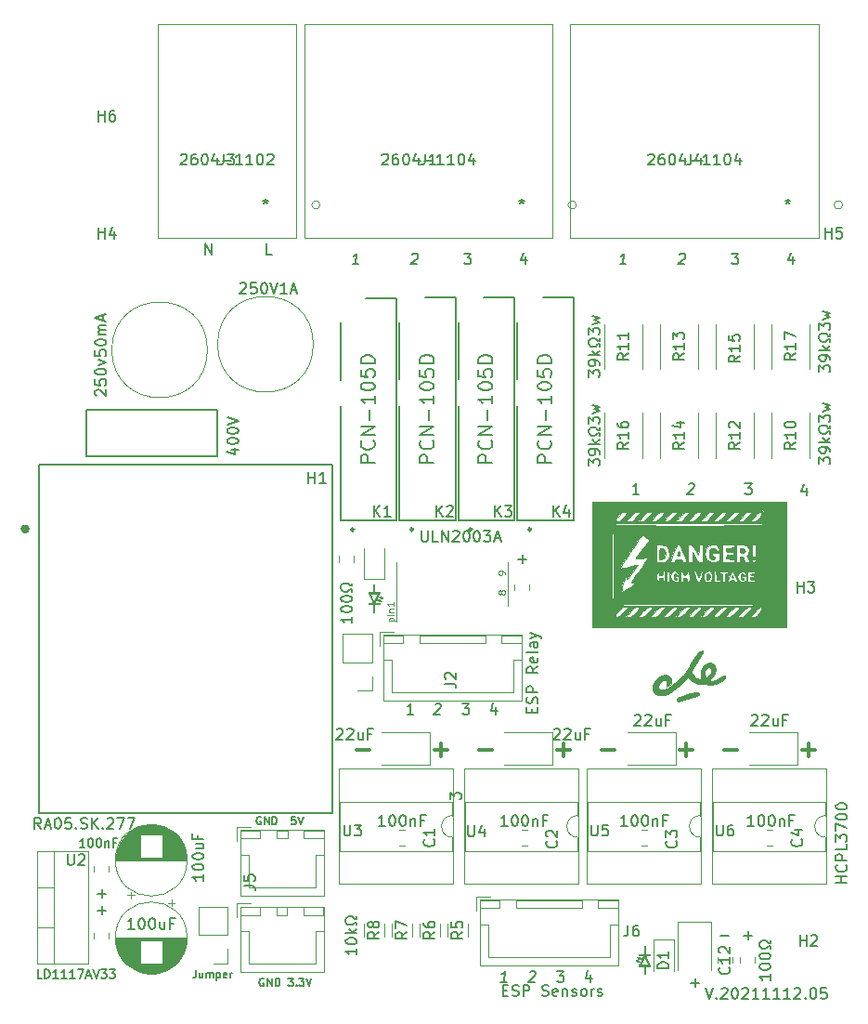
<source format=gbr>
G04 #@! TF.GenerationSoftware,KiCad,Pcbnew,(5.1.6)-1*
G04 #@! TF.CreationDate,2021-11-13T02:39:41+01:00*
G04 #@! TF.ProjectId,hamodule,68616d6f-6475-46c6-952e-6b696361645f,rev?*
G04 #@! TF.SameCoordinates,Original*
G04 #@! TF.FileFunction,Legend,Top*
G04 #@! TF.FilePolarity,Positive*
%FSLAX46Y46*%
G04 Gerber Fmt 4.6, Leading zero omitted, Abs format (unit mm)*
G04 Created by KiCad (PCBNEW (5.1.6)-1) date 2021-11-13 02:39:41*
%MOMM*%
%LPD*%
G01*
G04 APERTURE LIST*
%ADD10C,0.150000*%
%ADD11C,0.300000*%
%ADD12C,0.120000*%
%ADD13C,0.250000*%
%ADD14C,0.010000*%
%ADD15C,0.127000*%
%ADD16C,0.400000*%
%ADD17C,0.100000*%
G04 APERTURE END LIST*
D10*
X164703166Y-124483880D02*
X165322214Y-124483880D01*
X164988880Y-124864833D01*
X165131738Y-124864833D01*
X165226976Y-124912452D01*
X165274595Y-124960071D01*
X165322214Y-125055309D01*
X165322214Y-125293404D01*
X165274595Y-125388642D01*
X165226976Y-125436261D01*
X165131738Y-125483880D01*
X164846023Y-125483880D01*
X164750785Y-125436261D01*
X164703166Y-125388642D01*
X162223895Y-124579119D02*
X162277467Y-124531500D01*
X162378657Y-124483880D01*
X162616752Y-124483880D01*
X162706038Y-124531500D01*
X162747705Y-124579119D01*
X162783419Y-124674357D01*
X162771514Y-124769595D01*
X162706038Y-124912452D01*
X162063181Y-125483880D01*
X162682229Y-125483880D01*
X155245229Y-84462880D02*
X154673800Y-84462880D01*
X154959514Y-84462880D02*
X155084514Y-83462880D01*
X154971419Y-83605738D01*
X154864276Y-83700976D01*
X154763086Y-83748595D01*
X160120895Y-83558119D02*
X160174467Y-83510500D01*
X160275657Y-83462880D01*
X160513752Y-83462880D01*
X160603038Y-83510500D01*
X160644705Y-83558119D01*
X160680419Y-83653357D01*
X160668514Y-83748595D01*
X160603038Y-83891452D01*
X159960181Y-84462880D01*
X160579229Y-84462880D01*
X170489976Y-83796214D02*
X170489976Y-84462880D01*
X170251880Y-83415261D02*
X170013785Y-84129547D01*
X170632833Y-84129547D01*
X164886166Y-83462880D02*
X165505214Y-83462880D01*
X165171880Y-83843833D01*
X165314738Y-83843833D01*
X165409976Y-83891452D01*
X165457595Y-83939071D01*
X165505214Y-84034309D01*
X165505214Y-84272404D01*
X165457595Y-84367642D01*
X165409976Y-84415261D01*
X165314738Y-84462880D01*
X165029023Y-84462880D01*
X164933785Y-84415261D01*
X164886166Y-84367642D01*
X180816214Y-105417880D02*
X180244785Y-105417880D01*
X180530500Y-105417880D02*
X180530500Y-104417880D01*
X180435261Y-104560738D01*
X180340023Y-104655976D01*
X180244785Y-104703595D01*
X190484166Y-104417880D02*
X191103214Y-104417880D01*
X190769880Y-104798833D01*
X190912738Y-104798833D01*
X191007976Y-104846452D01*
X191055595Y-104894071D01*
X191103214Y-104989309D01*
X191103214Y-105227404D01*
X191055595Y-105322642D01*
X191007976Y-105370261D01*
X190912738Y-105417880D01*
X190627023Y-105417880D01*
X190531785Y-105370261D01*
X190484166Y-105322642D01*
X160242214Y-125483880D02*
X159670785Y-125483880D01*
X159956500Y-125483880D02*
X159956500Y-124483880D01*
X159861261Y-124626738D01*
X159766023Y-124721976D01*
X159670785Y-124769595D01*
D11*
X167385928Y-128694642D02*
X166243071Y-128694642D01*
X196849928Y-128694642D02*
X195707071Y-128694642D01*
X196278500Y-129266071D02*
X196278500Y-128123214D01*
X189737928Y-128694642D02*
X188595071Y-128694642D01*
X185673928Y-128694642D02*
X184531071Y-128694642D01*
X185102500Y-129266071D02*
X185102500Y-128123214D01*
X178561928Y-128694642D02*
X177419071Y-128694642D01*
X174497928Y-128694642D02*
X173355071Y-128694642D01*
X173926500Y-129266071D02*
X173926500Y-128123214D01*
X156209928Y-128694642D02*
X155067071Y-128694642D01*
X163321928Y-128694642D02*
X162179071Y-128694642D01*
X162750500Y-129266071D02*
X162750500Y-128123214D01*
D10*
X167766976Y-124817214D02*
X167766976Y-125483880D01*
X167528880Y-124436261D02*
X167290785Y-125150547D01*
X167909833Y-125150547D01*
X173339166Y-148867880D02*
X173958214Y-148867880D01*
X173624880Y-149248833D01*
X173767738Y-149248833D01*
X173862976Y-149296452D01*
X173910595Y-149344071D01*
X173958214Y-149439309D01*
X173958214Y-149677404D01*
X173910595Y-149772642D01*
X173862976Y-149820261D01*
X173767738Y-149867880D01*
X173482023Y-149867880D01*
X173386785Y-149820261D01*
X173339166Y-149772642D01*
X168778229Y-149867880D02*
X168206800Y-149867880D01*
X168492514Y-149867880D02*
X168617514Y-148867880D01*
X168504419Y-149010738D01*
X168397276Y-149105976D01*
X168296086Y-149153595D01*
X176402976Y-149201214D02*
X176402976Y-149867880D01*
X176164880Y-148820261D02*
X175926785Y-149534547D01*
X176545833Y-149534547D01*
X170859895Y-148963119D02*
X170913467Y-148915500D01*
X171014657Y-148867880D01*
X171252752Y-148867880D01*
X171342038Y-148915500D01*
X171383705Y-148963119D01*
X171419419Y-149058357D01*
X171407514Y-149153595D01*
X171342038Y-149296452D01*
X170699181Y-149867880D01*
X171318229Y-149867880D01*
X185337895Y-104513119D02*
X185391467Y-104465500D01*
X185492657Y-104417880D01*
X185730752Y-104417880D01*
X185820038Y-104465500D01*
X185861705Y-104513119D01*
X185897419Y-104608357D01*
X185885514Y-104703595D01*
X185820038Y-104846452D01*
X185177181Y-105417880D01*
X185796229Y-105417880D01*
X196087976Y-104878214D02*
X196087976Y-105544880D01*
X195849880Y-104497261D02*
X195611785Y-105211547D01*
X196230833Y-105211547D01*
X171061071Y-125324738D02*
X171061071Y-124991404D01*
X171584880Y-124848547D02*
X171584880Y-125324738D01*
X170584880Y-125324738D01*
X170584880Y-124848547D01*
X171537261Y-124467595D02*
X171584880Y-124324738D01*
X171584880Y-124086642D01*
X171537261Y-123991404D01*
X171489642Y-123943785D01*
X171394404Y-123896166D01*
X171299166Y-123896166D01*
X171203928Y-123943785D01*
X171156309Y-123991404D01*
X171108690Y-124086642D01*
X171061071Y-124277119D01*
X171013452Y-124372357D01*
X170965833Y-124419976D01*
X170870595Y-124467595D01*
X170775357Y-124467595D01*
X170680119Y-124419976D01*
X170632500Y-124372357D01*
X170584880Y-124277119D01*
X170584880Y-124039023D01*
X170632500Y-123896166D01*
X171584880Y-123467595D02*
X170584880Y-123467595D01*
X170584880Y-123086642D01*
X170632500Y-122991404D01*
X170680119Y-122943785D01*
X170775357Y-122896166D01*
X170918214Y-122896166D01*
X171013452Y-122943785D01*
X171061071Y-122991404D01*
X171108690Y-123086642D01*
X171108690Y-123467595D01*
X171584880Y-121134261D02*
X171108690Y-121467595D01*
X171584880Y-121705690D02*
X170584880Y-121705690D01*
X170584880Y-121324738D01*
X170632500Y-121229500D01*
X170680119Y-121181880D01*
X170775357Y-121134261D01*
X170918214Y-121134261D01*
X171013452Y-121181880D01*
X171061071Y-121229500D01*
X171108690Y-121324738D01*
X171108690Y-121705690D01*
X171537261Y-120324738D02*
X171584880Y-120419976D01*
X171584880Y-120610452D01*
X171537261Y-120705690D01*
X171442023Y-120753309D01*
X171061071Y-120753309D01*
X170965833Y-120705690D01*
X170918214Y-120610452D01*
X170918214Y-120419976D01*
X170965833Y-120324738D01*
X171061071Y-120277119D01*
X171156309Y-120277119D01*
X171251547Y-120753309D01*
X171584880Y-119705690D02*
X171537261Y-119800928D01*
X171442023Y-119848547D01*
X170584880Y-119848547D01*
X171584880Y-118896166D02*
X171061071Y-118896166D01*
X170965833Y-118943785D01*
X170918214Y-119039023D01*
X170918214Y-119229500D01*
X170965833Y-119324738D01*
X171537261Y-118896166D02*
X171584880Y-118991404D01*
X171584880Y-119229500D01*
X171537261Y-119324738D01*
X171442023Y-119372357D01*
X171346785Y-119372357D01*
X171251547Y-119324738D01*
X171203928Y-119229500D01*
X171203928Y-118991404D01*
X171156309Y-118896166D01*
X170918214Y-118515214D02*
X171584880Y-118277119D01*
X170918214Y-118039023D02*
X171584880Y-118277119D01*
X171822976Y-118372357D01*
X171870595Y-118419976D01*
X171918214Y-118515214D01*
X126352690Y-149523404D02*
X125971738Y-149523404D01*
X125971738Y-148723404D01*
X126619357Y-149523404D02*
X126619357Y-148723404D01*
X126809833Y-148723404D01*
X126924119Y-148761500D01*
X127000309Y-148837690D01*
X127038404Y-148913880D01*
X127076500Y-149066261D01*
X127076500Y-149180547D01*
X127038404Y-149332928D01*
X127000309Y-149409119D01*
X126924119Y-149485309D01*
X126809833Y-149523404D01*
X126619357Y-149523404D01*
X127838404Y-149523404D02*
X127381261Y-149523404D01*
X127609833Y-149523404D02*
X127609833Y-148723404D01*
X127533642Y-148837690D01*
X127457452Y-148913880D01*
X127381261Y-148951976D01*
X128600309Y-149523404D02*
X128143166Y-149523404D01*
X128371738Y-149523404D02*
X128371738Y-148723404D01*
X128295547Y-148837690D01*
X128219357Y-148913880D01*
X128143166Y-148951976D01*
X129362214Y-149523404D02*
X128905071Y-149523404D01*
X129133642Y-149523404D02*
X129133642Y-148723404D01*
X129057452Y-148837690D01*
X128981261Y-148913880D01*
X128905071Y-148951976D01*
X129628880Y-148723404D02*
X130162214Y-148723404D01*
X129819357Y-149523404D01*
X130428880Y-149294833D02*
X130809833Y-149294833D01*
X130352690Y-149523404D02*
X130619357Y-148723404D01*
X130886023Y-149523404D01*
X131038404Y-148723404D02*
X131305071Y-149523404D01*
X131571738Y-148723404D01*
X131762214Y-148723404D02*
X132257452Y-148723404D01*
X131990785Y-149028166D01*
X132105071Y-149028166D01*
X132181261Y-149066261D01*
X132219357Y-149104357D01*
X132257452Y-149180547D01*
X132257452Y-149371023D01*
X132219357Y-149447214D01*
X132181261Y-149485309D01*
X132105071Y-149523404D01*
X131876500Y-149523404D01*
X131800309Y-149485309D01*
X131762214Y-149447214D01*
X132524119Y-148723404D02*
X133019357Y-148723404D01*
X132752690Y-149028166D01*
X132866976Y-149028166D01*
X132943166Y-149066261D01*
X132981261Y-149104357D01*
X133019357Y-149180547D01*
X133019357Y-149371023D01*
X132981261Y-149447214D01*
X132943166Y-149485309D01*
X132866976Y-149523404D01*
X132638404Y-149523404D01*
X132562214Y-149485309D01*
X132524119Y-149447214D01*
X199778880Y-140818738D02*
X198778880Y-140818738D01*
X199255071Y-140818738D02*
X199255071Y-140247309D01*
X199778880Y-140247309D02*
X198778880Y-140247309D01*
X199683642Y-139199690D02*
X199731261Y-139247309D01*
X199778880Y-139390166D01*
X199778880Y-139485404D01*
X199731261Y-139628261D01*
X199636023Y-139723500D01*
X199540785Y-139771119D01*
X199350309Y-139818738D01*
X199207452Y-139818738D01*
X199016976Y-139771119D01*
X198921738Y-139723500D01*
X198826500Y-139628261D01*
X198778880Y-139485404D01*
X198778880Y-139390166D01*
X198826500Y-139247309D01*
X198874119Y-139199690D01*
X199778880Y-138771119D02*
X198778880Y-138771119D01*
X198778880Y-138390166D01*
X198826500Y-138294928D01*
X198874119Y-138247309D01*
X198969357Y-138199690D01*
X199112214Y-138199690D01*
X199207452Y-138247309D01*
X199255071Y-138294928D01*
X199302690Y-138390166D01*
X199302690Y-138771119D01*
X199778880Y-137294928D02*
X199778880Y-137771119D01*
X198778880Y-137771119D01*
X198778880Y-137056833D02*
X198778880Y-136437785D01*
X199159833Y-136771119D01*
X199159833Y-136628261D01*
X199207452Y-136533023D01*
X199255071Y-136485404D01*
X199350309Y-136437785D01*
X199588404Y-136437785D01*
X199683642Y-136485404D01*
X199731261Y-136533023D01*
X199778880Y-136628261D01*
X199778880Y-136913976D01*
X199731261Y-137009214D01*
X199683642Y-137056833D01*
X198778880Y-136104452D02*
X198778880Y-135437785D01*
X199778880Y-135866357D01*
X198778880Y-134866357D02*
X198778880Y-134771119D01*
X198826500Y-134675880D01*
X198874119Y-134628261D01*
X198969357Y-134580642D01*
X199159833Y-134533023D01*
X199397928Y-134533023D01*
X199588404Y-134580642D01*
X199683642Y-134628261D01*
X199731261Y-134675880D01*
X199778880Y-134771119D01*
X199778880Y-134866357D01*
X199731261Y-134961595D01*
X199683642Y-135009214D01*
X199588404Y-135056833D01*
X199397928Y-135104452D01*
X199159833Y-135104452D01*
X198969357Y-135056833D01*
X198874119Y-135009214D01*
X198826500Y-134961595D01*
X198778880Y-134866357D01*
X198778880Y-133913976D02*
X198778880Y-133818738D01*
X198826500Y-133723500D01*
X198874119Y-133675880D01*
X198969357Y-133628261D01*
X199159833Y-133580642D01*
X199397928Y-133580642D01*
X199588404Y-133628261D01*
X199683642Y-133675880D01*
X199731261Y-133723500D01*
X199778880Y-133818738D01*
X199778880Y-133913976D01*
X199731261Y-134009214D01*
X199683642Y-134056833D01*
X199588404Y-134104452D01*
X199397928Y-134152071D01*
X199159833Y-134152071D01*
X198969357Y-134104452D01*
X198874119Y-134056833D01*
X198826500Y-134009214D01*
X198778880Y-133913976D01*
X147306285Y-83573880D02*
X146830095Y-83573880D01*
X146830095Y-82573880D01*
X141269476Y-83573880D02*
X141269476Y-82573880D01*
X141840904Y-83573880D01*
X141840904Y-82573880D01*
X146318500Y-134841500D02*
X146251833Y-134808166D01*
X146151833Y-134808166D01*
X146051833Y-134841500D01*
X145985166Y-134908166D01*
X145951833Y-134974833D01*
X145918500Y-135108166D01*
X145918500Y-135208166D01*
X145951833Y-135341500D01*
X145985166Y-135408166D01*
X146051833Y-135474833D01*
X146151833Y-135508166D01*
X146218500Y-135508166D01*
X146318500Y-135474833D01*
X146351833Y-135441500D01*
X146351833Y-135208166D01*
X146218500Y-135208166D01*
X146651833Y-135508166D02*
X146651833Y-134808166D01*
X147051833Y-135508166D01*
X147051833Y-134808166D01*
X147385166Y-135508166D02*
X147385166Y-134808166D01*
X147551833Y-134808166D01*
X147651833Y-134841500D01*
X147718500Y-134908166D01*
X147751833Y-134974833D01*
X147785166Y-135108166D01*
X147785166Y-135208166D01*
X147751833Y-135341500D01*
X147718500Y-135408166D01*
X147651833Y-135474833D01*
X147551833Y-135508166D01*
X147385166Y-135508166D01*
X149485166Y-134808166D02*
X149151833Y-134808166D01*
X149118500Y-135141500D01*
X149151833Y-135108166D01*
X149218500Y-135074833D01*
X149385166Y-135074833D01*
X149451833Y-135108166D01*
X149485166Y-135141500D01*
X149518500Y-135208166D01*
X149518500Y-135374833D01*
X149485166Y-135441500D01*
X149451833Y-135474833D01*
X149385166Y-135508166D01*
X149218500Y-135508166D01*
X149151833Y-135474833D01*
X149118500Y-135441500D01*
X149718500Y-134808166D02*
X149951833Y-135508166D01*
X150185166Y-134808166D01*
X163584880Y-133224833D02*
X163584880Y-132605785D01*
X163965833Y-132939119D01*
X163965833Y-132796261D01*
X164013452Y-132701023D01*
X164061071Y-132653404D01*
X164156309Y-132605785D01*
X164394404Y-132605785D01*
X164489642Y-132653404D01*
X164537261Y-132701023D01*
X164584880Y-132796261D01*
X164584880Y-133081976D01*
X164537261Y-133177214D01*
X164489642Y-133224833D01*
X194873976Y-83796214D02*
X194873976Y-84462880D01*
X194635880Y-83415261D02*
X194397785Y-84129547D01*
X195016833Y-84129547D01*
X189270166Y-83462880D02*
X189889214Y-83462880D01*
X189555880Y-83843833D01*
X189698738Y-83843833D01*
X189793976Y-83891452D01*
X189841595Y-83939071D01*
X189889214Y-84034309D01*
X189889214Y-84272404D01*
X189841595Y-84367642D01*
X189793976Y-84415261D01*
X189698738Y-84462880D01*
X189413023Y-84462880D01*
X189317785Y-84415261D01*
X189270166Y-84367642D01*
X184504895Y-83558119D02*
X184558467Y-83510500D01*
X184659657Y-83462880D01*
X184897752Y-83462880D01*
X184987038Y-83510500D01*
X185028705Y-83558119D01*
X185064419Y-83653357D01*
X185052514Y-83748595D01*
X184987038Y-83891452D01*
X184344181Y-84462880D01*
X184963229Y-84462880D01*
X179629229Y-84462880D02*
X179057800Y-84462880D01*
X179343514Y-84462880D02*
X179468514Y-83462880D01*
X179355419Y-83605738D01*
X179248276Y-83700976D01*
X179147086Y-83748595D01*
X186897071Y-150391880D02*
X187230404Y-151391880D01*
X187563738Y-150391880D01*
X187897071Y-151296642D02*
X187944690Y-151344261D01*
X187897071Y-151391880D01*
X187849452Y-151344261D01*
X187897071Y-151296642D01*
X187897071Y-151391880D01*
X188325642Y-150487119D02*
X188373261Y-150439500D01*
X188468500Y-150391880D01*
X188706595Y-150391880D01*
X188801833Y-150439500D01*
X188849452Y-150487119D01*
X188897071Y-150582357D01*
X188897071Y-150677595D01*
X188849452Y-150820452D01*
X188278023Y-151391880D01*
X188897071Y-151391880D01*
X189516119Y-150391880D02*
X189611357Y-150391880D01*
X189706595Y-150439500D01*
X189754214Y-150487119D01*
X189801833Y-150582357D01*
X189849452Y-150772833D01*
X189849452Y-151010928D01*
X189801833Y-151201404D01*
X189754214Y-151296642D01*
X189706595Y-151344261D01*
X189611357Y-151391880D01*
X189516119Y-151391880D01*
X189420880Y-151344261D01*
X189373261Y-151296642D01*
X189325642Y-151201404D01*
X189278023Y-151010928D01*
X189278023Y-150772833D01*
X189325642Y-150582357D01*
X189373261Y-150487119D01*
X189420880Y-150439500D01*
X189516119Y-150391880D01*
X190230404Y-150487119D02*
X190278023Y-150439500D01*
X190373261Y-150391880D01*
X190611357Y-150391880D01*
X190706595Y-150439500D01*
X190754214Y-150487119D01*
X190801833Y-150582357D01*
X190801833Y-150677595D01*
X190754214Y-150820452D01*
X190182785Y-151391880D01*
X190801833Y-151391880D01*
X191754214Y-151391880D02*
X191182785Y-151391880D01*
X191468500Y-151391880D02*
X191468500Y-150391880D01*
X191373261Y-150534738D01*
X191278023Y-150629976D01*
X191182785Y-150677595D01*
X192706595Y-151391880D02*
X192135166Y-151391880D01*
X192420880Y-151391880D02*
X192420880Y-150391880D01*
X192325642Y-150534738D01*
X192230404Y-150629976D01*
X192135166Y-150677595D01*
X193658976Y-151391880D02*
X193087547Y-151391880D01*
X193373261Y-151391880D02*
X193373261Y-150391880D01*
X193278023Y-150534738D01*
X193182785Y-150629976D01*
X193087547Y-150677595D01*
X194611357Y-151391880D02*
X194039928Y-151391880D01*
X194325642Y-151391880D02*
X194325642Y-150391880D01*
X194230404Y-150534738D01*
X194135166Y-150629976D01*
X194039928Y-150677595D01*
X194992309Y-150487119D02*
X195039928Y-150439500D01*
X195135166Y-150391880D01*
X195373261Y-150391880D01*
X195468500Y-150439500D01*
X195516119Y-150487119D01*
X195563738Y-150582357D01*
X195563738Y-150677595D01*
X195516119Y-150820452D01*
X194944690Y-151391880D01*
X195563738Y-151391880D01*
X195992309Y-151296642D02*
X196039928Y-151344261D01*
X195992309Y-151391880D01*
X195944690Y-151344261D01*
X195992309Y-151296642D01*
X195992309Y-151391880D01*
X196658976Y-150391880D02*
X196754214Y-150391880D01*
X196849452Y-150439500D01*
X196897071Y-150487119D01*
X196944690Y-150582357D01*
X196992309Y-150772833D01*
X196992309Y-151010928D01*
X196944690Y-151201404D01*
X196897071Y-151296642D01*
X196849452Y-151344261D01*
X196754214Y-151391880D01*
X196658976Y-151391880D01*
X196563738Y-151344261D01*
X196516119Y-151296642D01*
X196468500Y-151201404D01*
X196420880Y-151010928D01*
X196420880Y-150772833D01*
X196468500Y-150582357D01*
X196516119Y-150487119D01*
X196563738Y-150439500D01*
X196658976Y-150391880D01*
X197897071Y-150391880D02*
X197420880Y-150391880D01*
X197373261Y-150868071D01*
X197420880Y-150820452D01*
X197516119Y-150772833D01*
X197754214Y-150772833D01*
X197849452Y-150820452D01*
X197897071Y-150868071D01*
X197944690Y-150963309D01*
X197944690Y-151201404D01*
X197897071Y-151296642D01*
X197849452Y-151344261D01*
X197754214Y-151391880D01*
X197516119Y-151391880D01*
X197420880Y-151344261D01*
X197373261Y-151296642D01*
D12*
X197215902Y-62628100D02*
X174559102Y-62628100D01*
X174559102Y-62628100D02*
X174559102Y-82084500D01*
X174559102Y-82084500D02*
X197215902Y-82084500D01*
X197215902Y-82084500D02*
X197215902Y-62628100D01*
X199374902Y-79057500D02*
G75*
G03*
X199374902Y-79057500I-381000J0D01*
G01*
X149575502Y-62628100D02*
X136921502Y-62628100D01*
X136921502Y-62628100D02*
X136921502Y-82084500D01*
X136921502Y-82084500D02*
X149575502Y-82084500D01*
X149575502Y-82084500D02*
X149575502Y-62628100D01*
X151734503Y-79057500D02*
G75*
G03*
X151734503Y-79057500I-381000J0D01*
G01*
X172944902Y-62628100D02*
X150288102Y-62628100D01*
X150288102Y-62628100D02*
X150288102Y-82084500D01*
X150288102Y-82084500D02*
X172944902Y-82084500D01*
X172944902Y-82084500D02*
X172944902Y-62628100D01*
X175103902Y-79057500D02*
G75*
G03*
X175103902Y-79057500I-381000J0D01*
G01*
D13*
X154821000Y-108642499D02*
G75*
G03*
X154821000Y-108642499I-125000J0D01*
G01*
D10*
X153586000Y-107832499D02*
X153586000Y-97427500D01*
X153586000Y-94977500D02*
X153586000Y-89807500D01*
X158686000Y-87532499D02*
X155911000Y-87532499D01*
X158686000Y-107832499D02*
X158686000Y-87532499D01*
X158686000Y-107832499D02*
X153586000Y-107832499D01*
D13*
X170960500Y-108623000D02*
G75*
G03*
X170960500Y-108623000I-125000J0D01*
G01*
D10*
X169725500Y-107813000D02*
X169725500Y-97408001D01*
X169725500Y-94958001D02*
X169725500Y-89788001D01*
X174825500Y-87513000D02*
X172050500Y-87513000D01*
X174825500Y-107813000D02*
X174825500Y-87513000D01*
X174825500Y-107813000D02*
X169725500Y-107813000D01*
D13*
X165563000Y-108623000D02*
G75*
G03*
X165563000Y-108623000I-125000J0D01*
G01*
D10*
X164328000Y-107813000D02*
X164328000Y-97408001D01*
X164328000Y-94958001D02*
X164328000Y-89788001D01*
X169428000Y-87513000D02*
X166653000Y-87513000D01*
X169428000Y-107813000D02*
X169428000Y-87513000D01*
X169428000Y-107813000D02*
X164328000Y-107813000D01*
D13*
X160218500Y-108623000D02*
G75*
G03*
X160218500Y-108623000I-125000J0D01*
G01*
D10*
X158983500Y-107813000D02*
X158983500Y-97408001D01*
X158983500Y-94958001D02*
X158983500Y-89788001D01*
X164083500Y-87513000D02*
X161308500Y-87513000D01*
X164083500Y-107813000D02*
X164083500Y-87513000D01*
X164083500Y-107813000D02*
X158983500Y-107813000D01*
D14*
G36*
X180769405Y-148404375D02*
G01*
X180774772Y-148393047D01*
X180783444Y-148375041D01*
X180795198Y-148350814D01*
X180809810Y-148320823D01*
X180827057Y-148285523D01*
X180846715Y-148245370D01*
X180868561Y-148200822D01*
X180892372Y-148152334D01*
X180917924Y-148100363D01*
X180944993Y-148045365D01*
X180973357Y-147987796D01*
X181002792Y-147928113D01*
X181004633Y-147924381D01*
X181034121Y-147864602D01*
X181062552Y-147806925D01*
X181089703Y-147751803D01*
X181115350Y-147699693D01*
X181139272Y-147651049D01*
X181161243Y-147606326D01*
X181181041Y-147565979D01*
X181198443Y-147530464D01*
X181213225Y-147500235D01*
X181225165Y-147475747D01*
X181234038Y-147457456D01*
X181239621Y-147445816D01*
X181241692Y-147441283D01*
X181241700Y-147441246D01*
X181237598Y-147440725D01*
X181225815Y-147440237D01*
X181207137Y-147439791D01*
X181182350Y-147439398D01*
X181152241Y-147439067D01*
X181117595Y-147438807D01*
X181079198Y-147438629D01*
X181037836Y-147438541D01*
X181021566Y-147438534D01*
X180801433Y-147438534D01*
X180801433Y-147320001D01*
X181258633Y-147320001D01*
X181258633Y-146558000D01*
X181377166Y-146558000D01*
X181377166Y-147320001D01*
X181834367Y-147320001D01*
X181834367Y-147438459D01*
X181391329Y-147440651D01*
X181834221Y-148338117D01*
X181834294Y-148375159D01*
X181834367Y-148412200D01*
X181377166Y-148412200D01*
X181377166Y-149098000D01*
X181317291Y-149098000D01*
X181317291Y-148293667D01*
X181681654Y-148293667D01*
X181663819Y-148255716D01*
X181659244Y-148246173D01*
X181651228Y-148229672D01*
X181640081Y-148206842D01*
X181626113Y-148178316D01*
X181609634Y-148144726D01*
X181590955Y-148106702D01*
X181570384Y-148064876D01*
X181548234Y-148019880D01*
X181524812Y-147972344D01*
X181500431Y-147922900D01*
X181483000Y-147887575D01*
X181458608Y-147838214D01*
X181435268Y-147791082D01*
X181413252Y-147746728D01*
X181392833Y-147705695D01*
X181374285Y-147668530D01*
X181357881Y-147635778D01*
X181343894Y-147607987D01*
X181332598Y-147585700D01*
X181324266Y-147569464D01*
X181319170Y-147559825D01*
X181317595Y-147557226D01*
X181315527Y-147560901D01*
X181310027Y-147571539D01*
X181301409Y-147588506D01*
X181289987Y-147611173D01*
X181276072Y-147638907D01*
X181259979Y-147671077D01*
X181242021Y-147707051D01*
X181222511Y-147746198D01*
X181201761Y-147787887D01*
X181180087Y-147831485D01*
X181157799Y-147876361D01*
X181135213Y-147921884D01*
X181112641Y-147967422D01*
X181090396Y-148012343D01*
X181068791Y-148056017D01*
X181048140Y-148097811D01*
X181028757Y-148137094D01*
X181010953Y-148173235D01*
X180995043Y-148205601D01*
X180981340Y-148233562D01*
X180970156Y-148256486D01*
X180961806Y-148273741D01*
X180956602Y-148284696D01*
X180954960Y-148288375D01*
X180956131Y-148289337D01*
X180960723Y-148290182D01*
X180969181Y-148290917D01*
X180981949Y-148291549D01*
X180999471Y-148292084D01*
X181022191Y-148292528D01*
X181050554Y-148292889D01*
X181085003Y-148293173D01*
X181125982Y-148293386D01*
X181173936Y-148293534D01*
X181229309Y-148293625D01*
X181292544Y-148293664D01*
X181317291Y-148293667D01*
X181317291Y-149098000D01*
X181258633Y-149098000D01*
X181258635Y-148410084D01*
X181013101Y-148411210D01*
X180965358Y-148411365D01*
X180921272Y-148411384D01*
X180881477Y-148411273D01*
X180846605Y-148411038D01*
X180817291Y-148410687D01*
X180794168Y-148410226D01*
X180777869Y-148409662D01*
X180769028Y-148409003D01*
X180767567Y-148408570D01*
X180769405Y-148404375D01*
G37*
X180769405Y-148404375D02*
X180774772Y-148393047D01*
X180783444Y-148375041D01*
X180795198Y-148350814D01*
X180809810Y-148320823D01*
X180827057Y-148285523D01*
X180846715Y-148245370D01*
X180868561Y-148200822D01*
X180892372Y-148152334D01*
X180917924Y-148100363D01*
X180944993Y-148045365D01*
X180973357Y-147987796D01*
X181002792Y-147928113D01*
X181004633Y-147924381D01*
X181034121Y-147864602D01*
X181062552Y-147806925D01*
X181089703Y-147751803D01*
X181115350Y-147699693D01*
X181139272Y-147651049D01*
X181161243Y-147606326D01*
X181181041Y-147565979D01*
X181198443Y-147530464D01*
X181213225Y-147500235D01*
X181225165Y-147475747D01*
X181234038Y-147457456D01*
X181239621Y-147445816D01*
X181241692Y-147441283D01*
X181241700Y-147441246D01*
X181237598Y-147440725D01*
X181225815Y-147440237D01*
X181207137Y-147439791D01*
X181182350Y-147439398D01*
X181152241Y-147439067D01*
X181117595Y-147438807D01*
X181079198Y-147438629D01*
X181037836Y-147438541D01*
X181021566Y-147438534D01*
X180801433Y-147438534D01*
X180801433Y-147320001D01*
X181258633Y-147320001D01*
X181258633Y-146558000D01*
X181377166Y-146558000D01*
X181377166Y-147320001D01*
X181834367Y-147320001D01*
X181834367Y-147438459D01*
X181391329Y-147440651D01*
X181834221Y-148338117D01*
X181834294Y-148375159D01*
X181834367Y-148412200D01*
X181377166Y-148412200D01*
X181377166Y-149098000D01*
X181317291Y-149098000D01*
X181317291Y-148293667D01*
X181681654Y-148293667D01*
X181663819Y-148255716D01*
X181659244Y-148246173D01*
X181651228Y-148229672D01*
X181640081Y-148206842D01*
X181626113Y-148178316D01*
X181609634Y-148144726D01*
X181590955Y-148106702D01*
X181570384Y-148064876D01*
X181548234Y-148019880D01*
X181524812Y-147972344D01*
X181500431Y-147922900D01*
X181483000Y-147887575D01*
X181458608Y-147838214D01*
X181435268Y-147791082D01*
X181413252Y-147746728D01*
X181392833Y-147705695D01*
X181374285Y-147668530D01*
X181357881Y-147635778D01*
X181343894Y-147607987D01*
X181332598Y-147585700D01*
X181324266Y-147569464D01*
X181319170Y-147559825D01*
X181317595Y-147557226D01*
X181315527Y-147560901D01*
X181310027Y-147571539D01*
X181301409Y-147588506D01*
X181289987Y-147611173D01*
X181276072Y-147638907D01*
X181259979Y-147671077D01*
X181242021Y-147707051D01*
X181222511Y-147746198D01*
X181201761Y-147787887D01*
X181180087Y-147831485D01*
X181157799Y-147876361D01*
X181135213Y-147921884D01*
X181112641Y-147967422D01*
X181090396Y-148012343D01*
X181068791Y-148056017D01*
X181048140Y-148097811D01*
X181028757Y-148137094D01*
X181010953Y-148173235D01*
X180995043Y-148205601D01*
X180981340Y-148233562D01*
X180970156Y-148256486D01*
X180961806Y-148273741D01*
X180956602Y-148284696D01*
X180954960Y-148288375D01*
X180956131Y-148289337D01*
X180960723Y-148290182D01*
X180969181Y-148290917D01*
X180981949Y-148291549D01*
X180999471Y-148292084D01*
X181022191Y-148292528D01*
X181050554Y-148292889D01*
X181085003Y-148293173D01*
X181125982Y-148293386D01*
X181173936Y-148293534D01*
X181229309Y-148293625D01*
X181292544Y-148293664D01*
X181317291Y-148293667D01*
X181317291Y-149098000D01*
X181258633Y-149098000D01*
X181258635Y-148410084D01*
X181013101Y-148411210D01*
X180965358Y-148411365D01*
X180921272Y-148411384D01*
X180881477Y-148411273D01*
X180846605Y-148411038D01*
X180817291Y-148410687D01*
X180794168Y-148410226D01*
X180777869Y-148409662D01*
X180769028Y-148409003D01*
X180767567Y-148408570D01*
X180769405Y-148404375D01*
G36*
X180648711Y-147566717D02*
G01*
X180653889Y-147566058D01*
X180666022Y-147565084D01*
X180683754Y-147563871D01*
X180705729Y-147562492D01*
X180730591Y-147561022D01*
X180756984Y-147559534D01*
X180783553Y-147558102D01*
X180808940Y-147556802D01*
X180831791Y-147555706D01*
X180850748Y-147554890D01*
X180864457Y-147554427D01*
X180871561Y-147554391D01*
X180872241Y-147554497D01*
X180871176Y-147558735D01*
X180866958Y-147568814D01*
X180860323Y-147583056D01*
X180854850Y-147594172D01*
X180835771Y-147632159D01*
X180928669Y-147677260D01*
X180954376Y-147689867D01*
X180977329Y-147701367D01*
X180996495Y-147711222D01*
X181010841Y-147718894D01*
X181019336Y-147723847D01*
X181021249Y-147725439D01*
X181019119Y-147730571D01*
X181013992Y-147740442D01*
X181009607Y-147748295D01*
X181002775Y-147759872D01*
X180997455Y-147768249D01*
X180995566Y-147770768D01*
X180991180Y-147769714D01*
X180980333Y-147765303D01*
X180964104Y-147758027D01*
X180943574Y-147748378D01*
X180919821Y-147736851D01*
X180903529Y-147728765D01*
X180878216Y-147716166D01*
X180855405Y-147704941D01*
X180836191Y-147695618D01*
X180821666Y-147688726D01*
X180812924Y-147684791D01*
X180810882Y-147684067D01*
X180807697Y-147687614D01*
X180801846Y-147697152D01*
X180794300Y-147711026D01*
X180789417Y-147720637D01*
X180779426Y-147739533D01*
X180772162Y-147750429D01*
X180767618Y-147753338D01*
X180767042Y-147752969D01*
X180763046Y-147747743D01*
X180755575Y-147736857D01*
X180745351Y-147721447D01*
X180733096Y-147702652D01*
X180719533Y-147681609D01*
X180705386Y-147659455D01*
X180691376Y-147637329D01*
X180678227Y-147616368D01*
X180666660Y-147597708D01*
X180657400Y-147582489D01*
X180651168Y-147571847D01*
X180648687Y-147566919D01*
X180648711Y-147566717D01*
G37*
X180648711Y-147566717D02*
X180653889Y-147566058D01*
X180666022Y-147565084D01*
X180683754Y-147563871D01*
X180705729Y-147562492D01*
X180730591Y-147561022D01*
X180756984Y-147559534D01*
X180783553Y-147558102D01*
X180808940Y-147556802D01*
X180831791Y-147555706D01*
X180850748Y-147554890D01*
X180864457Y-147554427D01*
X180871561Y-147554391D01*
X180872241Y-147554497D01*
X180871176Y-147558735D01*
X180866958Y-147568814D01*
X180860323Y-147583056D01*
X180854850Y-147594172D01*
X180835771Y-147632159D01*
X180928669Y-147677260D01*
X180954376Y-147689867D01*
X180977329Y-147701367D01*
X180996495Y-147711222D01*
X181010841Y-147718894D01*
X181019336Y-147723847D01*
X181021249Y-147725439D01*
X181019119Y-147730571D01*
X181013992Y-147740442D01*
X181009607Y-147748295D01*
X181002775Y-147759872D01*
X180997455Y-147768249D01*
X180995566Y-147770768D01*
X180991180Y-147769714D01*
X180980333Y-147765303D01*
X180964104Y-147758027D01*
X180943574Y-147748378D01*
X180919821Y-147736851D01*
X180903529Y-147728765D01*
X180878216Y-147716166D01*
X180855405Y-147704941D01*
X180836191Y-147695618D01*
X180821666Y-147688726D01*
X180812924Y-147684791D01*
X180810882Y-147684067D01*
X180807697Y-147687614D01*
X180801846Y-147697152D01*
X180794300Y-147711026D01*
X180789417Y-147720637D01*
X180779426Y-147739533D01*
X180772162Y-147750429D01*
X180767618Y-147753338D01*
X180767042Y-147752969D01*
X180763046Y-147747743D01*
X180755575Y-147736857D01*
X180745351Y-147721447D01*
X180733096Y-147702652D01*
X180719533Y-147681609D01*
X180705386Y-147659455D01*
X180691376Y-147637329D01*
X180678227Y-147616368D01*
X180666660Y-147597708D01*
X180657400Y-147582489D01*
X180651168Y-147571847D01*
X180648687Y-147566919D01*
X180648711Y-147566717D01*
G36*
X180534111Y-147843413D02*
G01*
X180548844Y-147842455D01*
X180570009Y-147841342D01*
X180595577Y-147840169D01*
X180623518Y-147839029D01*
X180649795Y-147838082D01*
X180733107Y-147835290D01*
X180713960Y-147872174D01*
X180705984Y-147887911D01*
X180699946Y-147900550D01*
X180696618Y-147908431D01*
X180696264Y-147910209D01*
X180700279Y-147912384D01*
X180710774Y-147917874D01*
X180726694Y-147926132D01*
X180746984Y-147936612D01*
X180770591Y-147948768D01*
X180787627Y-147957522D01*
X180812791Y-147970615D01*
X180835225Y-147982618D01*
X180853894Y-147992952D01*
X180867761Y-148001034D01*
X180875791Y-148006281D01*
X180877389Y-148007917D01*
X180875489Y-148013779D01*
X180870752Y-148024406D01*
X180866337Y-148033317D01*
X180860199Y-148045088D01*
X180855767Y-148053317D01*
X180854316Y-148055766D01*
X180850410Y-148054267D01*
X180840027Y-148049376D01*
X180824200Y-148041603D01*
X180803963Y-148031463D01*
X180780351Y-148019466D01*
X180761473Y-148009777D01*
X180736027Y-147996752D01*
X180713179Y-147985227D01*
X180693965Y-147975709D01*
X180679424Y-147968710D01*
X180670594Y-147964739D01*
X180668348Y-147964046D01*
X180665980Y-147968249D01*
X180660721Y-147978343D01*
X180653443Y-147992636D01*
X180647964Y-148003537D01*
X180628979Y-148041490D01*
X180610020Y-148012004D01*
X180601446Y-147998734D01*
X180589403Y-147980180D01*
X180575059Y-147958141D01*
X180559586Y-147934415D01*
X180546400Y-147914234D01*
X180501740Y-147845951D01*
X180534111Y-147843413D01*
G37*
X180534111Y-147843413D02*
X180548844Y-147842455D01*
X180570009Y-147841342D01*
X180595577Y-147840169D01*
X180623518Y-147839029D01*
X180649795Y-147838082D01*
X180733107Y-147835290D01*
X180713960Y-147872174D01*
X180705984Y-147887911D01*
X180699946Y-147900550D01*
X180696618Y-147908431D01*
X180696264Y-147910209D01*
X180700279Y-147912384D01*
X180710774Y-147917874D01*
X180726694Y-147926132D01*
X180746984Y-147936612D01*
X180770591Y-147948768D01*
X180787627Y-147957522D01*
X180812791Y-147970615D01*
X180835225Y-147982618D01*
X180853894Y-147992952D01*
X180867761Y-148001034D01*
X180875791Y-148006281D01*
X180877389Y-148007917D01*
X180875489Y-148013779D01*
X180870752Y-148024406D01*
X180866337Y-148033317D01*
X180860199Y-148045088D01*
X180855767Y-148053317D01*
X180854316Y-148055766D01*
X180850410Y-148054267D01*
X180840027Y-148049376D01*
X180824200Y-148041603D01*
X180803963Y-148031463D01*
X180780351Y-148019466D01*
X180761473Y-148009777D01*
X180736027Y-147996752D01*
X180713179Y-147985227D01*
X180693965Y-147975709D01*
X180679424Y-147968710D01*
X180670594Y-147964739D01*
X180668348Y-147964046D01*
X180665980Y-147968249D01*
X180660721Y-147978343D01*
X180653443Y-147992636D01*
X180647964Y-148003537D01*
X180628979Y-148041490D01*
X180610020Y-148012004D01*
X180601446Y-147998734D01*
X180589403Y-147980180D01*
X180575059Y-147958141D01*
X180559586Y-147934415D01*
X180546400Y-147914234D01*
X180501740Y-147845951D01*
X180534111Y-147843413D01*
D12*
X189980500Y-148143752D02*
X189980500Y-147621248D01*
X191400500Y-148143752D02*
X191400500Y-147621248D01*
X184030500Y-148882500D02*
X184030500Y-146022500D01*
X184030500Y-146022500D02*
X182110500Y-146022500D01*
X182110500Y-146022500D02*
X182110500Y-148882500D01*
X187374500Y-148778500D02*
X187374500Y-144393500D01*
X187374500Y-144393500D02*
X184354500Y-144393500D01*
X184354500Y-144393500D02*
X184354500Y-148778500D01*
X187948500Y-148143752D02*
X187948500Y-147621248D01*
X189368500Y-148143752D02*
X189368500Y-147621248D01*
X132472500Y-139779752D02*
X132472500Y-139257248D01*
X131052500Y-139779752D02*
X131052500Y-139257248D01*
X132472500Y-145353248D02*
X132472500Y-145875752D01*
X131052500Y-145353248D02*
X131052500Y-145875752D01*
X138488500Y-142654259D02*
X137858500Y-142654259D01*
X138173500Y-142339259D02*
X138173500Y-142969259D01*
X136736500Y-149080500D02*
X135932500Y-149080500D01*
X136967500Y-149040500D02*
X135701500Y-149040500D01*
X137136500Y-149000500D02*
X135532500Y-149000500D01*
X137274500Y-148960500D02*
X135394500Y-148960500D01*
X137393500Y-148920500D02*
X135275500Y-148920500D01*
X137499500Y-148880500D02*
X135169500Y-148880500D01*
X137596500Y-148840500D02*
X135072500Y-148840500D01*
X137684500Y-148800500D02*
X134984500Y-148800500D01*
X137766500Y-148760500D02*
X134902500Y-148760500D01*
X137843500Y-148720500D02*
X134825500Y-148720500D01*
X137915500Y-148680500D02*
X134753500Y-148680500D01*
X137984500Y-148640500D02*
X134684500Y-148640500D01*
X138048500Y-148600500D02*
X134620500Y-148600500D01*
X138110500Y-148560500D02*
X134558500Y-148560500D01*
X138168500Y-148520500D02*
X134500500Y-148520500D01*
X138224500Y-148480500D02*
X134444500Y-148480500D01*
X138278500Y-148440500D02*
X134390500Y-148440500D01*
X138329500Y-148400500D02*
X134339500Y-148400500D01*
X138378500Y-148360500D02*
X134290500Y-148360500D01*
X138426500Y-148320500D02*
X134242500Y-148320500D01*
X138471500Y-148280500D02*
X134197500Y-148280500D01*
X138516500Y-148240500D02*
X134152500Y-148240500D01*
X138558500Y-148200500D02*
X134110500Y-148200500D01*
X138599500Y-148160500D02*
X134069500Y-148160500D01*
X135294500Y-148120500D02*
X134029500Y-148120500D01*
X138639500Y-148120500D02*
X137374500Y-148120500D01*
X135294500Y-148080500D02*
X133991500Y-148080500D01*
X138677500Y-148080500D02*
X137374500Y-148080500D01*
X135294500Y-148040500D02*
X133954500Y-148040500D01*
X138714500Y-148040500D02*
X137374500Y-148040500D01*
X135294500Y-148000500D02*
X133918500Y-148000500D01*
X138750500Y-148000500D02*
X137374500Y-148000500D01*
X135294500Y-147960500D02*
X133884500Y-147960500D01*
X138784500Y-147960500D02*
X137374500Y-147960500D01*
X135294500Y-147920500D02*
X133850500Y-147920500D01*
X138818500Y-147920500D02*
X137374500Y-147920500D01*
X135294500Y-147880500D02*
X133818500Y-147880500D01*
X138850500Y-147880500D02*
X137374500Y-147880500D01*
X135294500Y-147840500D02*
X133786500Y-147840500D01*
X138882500Y-147840500D02*
X137374500Y-147840500D01*
X135294500Y-147800500D02*
X133756500Y-147800500D01*
X138912500Y-147800500D02*
X137374500Y-147800500D01*
X135294500Y-147760500D02*
X133727500Y-147760500D01*
X138941500Y-147760500D02*
X137374500Y-147760500D01*
X135294500Y-147720500D02*
X133698500Y-147720500D01*
X138970500Y-147720500D02*
X137374500Y-147720500D01*
X135294500Y-147680500D02*
X133670500Y-147680500D01*
X138998500Y-147680500D02*
X137374500Y-147680500D01*
X135294500Y-147640500D02*
X133644500Y-147640500D01*
X139024500Y-147640500D02*
X137374500Y-147640500D01*
X135294500Y-147600500D02*
X133618500Y-147600500D01*
X139050500Y-147600500D02*
X137374500Y-147600500D01*
X135294500Y-147560500D02*
X133592500Y-147560500D01*
X139076500Y-147560500D02*
X137374500Y-147560500D01*
X135294500Y-147520500D02*
X133568500Y-147520500D01*
X139100500Y-147520500D02*
X137374500Y-147520500D01*
X135294500Y-147480500D02*
X133544500Y-147480500D01*
X139124500Y-147480500D02*
X137374500Y-147480500D01*
X135294500Y-147440500D02*
X133522500Y-147440500D01*
X139146500Y-147440500D02*
X137374500Y-147440500D01*
X135294500Y-147400500D02*
X133500500Y-147400500D01*
X139168500Y-147400500D02*
X137374500Y-147400500D01*
X135294500Y-147360500D02*
X133478500Y-147360500D01*
X139190500Y-147360500D02*
X137374500Y-147360500D01*
X135294500Y-147320500D02*
X133458500Y-147320500D01*
X139210500Y-147320500D02*
X137374500Y-147320500D01*
X135294500Y-147280500D02*
X133438500Y-147280500D01*
X139230500Y-147280500D02*
X137374500Y-147280500D01*
X135294500Y-147240500D02*
X133418500Y-147240500D01*
X139250500Y-147240500D02*
X137374500Y-147240500D01*
X135294500Y-147200500D02*
X133400500Y-147200500D01*
X139268500Y-147200500D02*
X137374500Y-147200500D01*
X135294500Y-147160500D02*
X133382500Y-147160500D01*
X139286500Y-147160500D02*
X137374500Y-147160500D01*
X135294500Y-147120500D02*
X133364500Y-147120500D01*
X139304500Y-147120500D02*
X137374500Y-147120500D01*
X135294500Y-147080500D02*
X133348500Y-147080500D01*
X139320500Y-147080500D02*
X137374500Y-147080500D01*
X135294500Y-147040500D02*
X133332500Y-147040500D01*
X139336500Y-147040500D02*
X137374500Y-147040500D01*
X135294500Y-147000500D02*
X133316500Y-147000500D01*
X139352500Y-147000500D02*
X137374500Y-147000500D01*
X135294500Y-146960500D02*
X133301500Y-146960500D01*
X139367500Y-146960500D02*
X137374500Y-146960500D01*
X135294500Y-146920500D02*
X133287500Y-146920500D01*
X139381500Y-146920500D02*
X137374500Y-146920500D01*
X135294500Y-146880500D02*
X133273500Y-146880500D01*
X139395500Y-146880500D02*
X137374500Y-146880500D01*
X135294500Y-146840500D02*
X133260500Y-146840500D01*
X139408500Y-146840500D02*
X137374500Y-146840500D01*
X135294500Y-146800500D02*
X133248500Y-146800500D01*
X139420500Y-146800500D02*
X137374500Y-146800500D01*
X135294500Y-146760500D02*
X133236500Y-146760500D01*
X139432500Y-146760500D02*
X137374500Y-146760500D01*
X135294500Y-146720500D02*
X133224500Y-146720500D01*
X139444500Y-146720500D02*
X137374500Y-146720500D01*
X135294500Y-146680500D02*
X133213500Y-146680500D01*
X139455500Y-146680500D02*
X137374500Y-146680500D01*
X135294500Y-146640500D02*
X133203500Y-146640500D01*
X139465500Y-146640500D02*
X137374500Y-146640500D01*
X135294500Y-146600500D02*
X133193500Y-146600500D01*
X139475500Y-146600500D02*
X137374500Y-146600500D01*
X135294500Y-146560500D02*
X133184500Y-146560500D01*
X139484500Y-146560500D02*
X137374500Y-146560500D01*
X135294500Y-146519500D02*
X133175500Y-146519500D01*
X139493500Y-146519500D02*
X137374500Y-146519500D01*
X135294500Y-146479500D02*
X133167500Y-146479500D01*
X139501500Y-146479500D02*
X137374500Y-146479500D01*
X135294500Y-146439500D02*
X133159500Y-146439500D01*
X139509500Y-146439500D02*
X137374500Y-146439500D01*
X135294500Y-146399500D02*
X133152500Y-146399500D01*
X139516500Y-146399500D02*
X137374500Y-146399500D01*
X135294500Y-146359500D02*
X133145500Y-146359500D01*
X139523500Y-146359500D02*
X137374500Y-146359500D01*
X135294500Y-146319500D02*
X133139500Y-146319500D01*
X139529500Y-146319500D02*
X137374500Y-146319500D01*
X135294500Y-146279500D02*
X133133500Y-146279500D01*
X139535500Y-146279500D02*
X137374500Y-146279500D01*
X135294500Y-146239500D02*
X133128500Y-146239500D01*
X139540500Y-146239500D02*
X137374500Y-146239500D01*
X135294500Y-146199500D02*
X133123500Y-146199500D01*
X139545500Y-146199500D02*
X137374500Y-146199500D01*
X135294500Y-146159500D02*
X133119500Y-146159500D01*
X139549500Y-146159500D02*
X137374500Y-146159500D01*
X135294500Y-146119500D02*
X133116500Y-146119500D01*
X139552500Y-146119500D02*
X137374500Y-146119500D01*
X135294500Y-146079500D02*
X133112500Y-146079500D01*
X139556500Y-146079500D02*
X137374500Y-146079500D01*
X139558500Y-146039500D02*
X133110500Y-146039500D01*
X139561500Y-145999500D02*
X133107500Y-145999500D01*
X139562500Y-145959500D02*
X133106500Y-145959500D01*
X139564500Y-145919500D02*
X133104500Y-145919500D01*
X139564500Y-145879500D02*
X133104500Y-145879500D01*
X139564500Y-145839500D02*
X133104500Y-145839500D01*
X139604500Y-145839500D02*
G75*
G03*
X139604500Y-145839500I-3270000J0D01*
G01*
X134180500Y-141952741D02*
X134810500Y-141952741D01*
X134495500Y-142267741D02*
X134495500Y-141637741D01*
X135932500Y-135526500D02*
X136736500Y-135526500D01*
X135701500Y-135566500D02*
X136967500Y-135566500D01*
X135532500Y-135606500D02*
X137136500Y-135606500D01*
X135394500Y-135646500D02*
X137274500Y-135646500D01*
X135275500Y-135686500D02*
X137393500Y-135686500D01*
X135169500Y-135726500D02*
X137499500Y-135726500D01*
X135072500Y-135766500D02*
X137596500Y-135766500D01*
X134984500Y-135806500D02*
X137684500Y-135806500D01*
X134902500Y-135846500D02*
X137766500Y-135846500D01*
X134825500Y-135886500D02*
X137843500Y-135886500D01*
X134753500Y-135926500D02*
X137915500Y-135926500D01*
X134684500Y-135966500D02*
X137984500Y-135966500D01*
X134620500Y-136006500D02*
X138048500Y-136006500D01*
X134558500Y-136046500D02*
X138110500Y-136046500D01*
X134500500Y-136086500D02*
X138168500Y-136086500D01*
X134444500Y-136126500D02*
X138224500Y-136126500D01*
X134390500Y-136166500D02*
X138278500Y-136166500D01*
X134339500Y-136206500D02*
X138329500Y-136206500D01*
X134290500Y-136246500D02*
X138378500Y-136246500D01*
X134242500Y-136286500D02*
X138426500Y-136286500D01*
X134197500Y-136326500D02*
X138471500Y-136326500D01*
X134152500Y-136366500D02*
X138516500Y-136366500D01*
X134110500Y-136406500D02*
X138558500Y-136406500D01*
X134069500Y-136446500D02*
X138599500Y-136446500D01*
X137374500Y-136486500D02*
X138639500Y-136486500D01*
X134029500Y-136486500D02*
X135294500Y-136486500D01*
X137374500Y-136526500D02*
X138677500Y-136526500D01*
X133991500Y-136526500D02*
X135294500Y-136526500D01*
X137374500Y-136566500D02*
X138714500Y-136566500D01*
X133954500Y-136566500D02*
X135294500Y-136566500D01*
X137374500Y-136606500D02*
X138750500Y-136606500D01*
X133918500Y-136606500D02*
X135294500Y-136606500D01*
X137374500Y-136646500D02*
X138784500Y-136646500D01*
X133884500Y-136646500D02*
X135294500Y-136646500D01*
X137374500Y-136686500D02*
X138818500Y-136686500D01*
X133850500Y-136686500D02*
X135294500Y-136686500D01*
X137374500Y-136726500D02*
X138850500Y-136726500D01*
X133818500Y-136726500D02*
X135294500Y-136726500D01*
X137374500Y-136766500D02*
X138882500Y-136766500D01*
X133786500Y-136766500D02*
X135294500Y-136766500D01*
X137374500Y-136806500D02*
X138912500Y-136806500D01*
X133756500Y-136806500D02*
X135294500Y-136806500D01*
X137374500Y-136846500D02*
X138941500Y-136846500D01*
X133727500Y-136846500D02*
X135294500Y-136846500D01*
X137374500Y-136886500D02*
X138970500Y-136886500D01*
X133698500Y-136886500D02*
X135294500Y-136886500D01*
X137374500Y-136926500D02*
X138998500Y-136926500D01*
X133670500Y-136926500D02*
X135294500Y-136926500D01*
X137374500Y-136966500D02*
X139024500Y-136966500D01*
X133644500Y-136966500D02*
X135294500Y-136966500D01*
X137374500Y-137006500D02*
X139050500Y-137006500D01*
X133618500Y-137006500D02*
X135294500Y-137006500D01*
X137374500Y-137046500D02*
X139076500Y-137046500D01*
X133592500Y-137046500D02*
X135294500Y-137046500D01*
X137374500Y-137086500D02*
X139100500Y-137086500D01*
X133568500Y-137086500D02*
X135294500Y-137086500D01*
X137374500Y-137126500D02*
X139124500Y-137126500D01*
X133544500Y-137126500D02*
X135294500Y-137126500D01*
X137374500Y-137166500D02*
X139146500Y-137166500D01*
X133522500Y-137166500D02*
X135294500Y-137166500D01*
X137374500Y-137206500D02*
X139168500Y-137206500D01*
X133500500Y-137206500D02*
X135294500Y-137206500D01*
X137374500Y-137246500D02*
X139190500Y-137246500D01*
X133478500Y-137246500D02*
X135294500Y-137246500D01*
X137374500Y-137286500D02*
X139210500Y-137286500D01*
X133458500Y-137286500D02*
X135294500Y-137286500D01*
X137374500Y-137326500D02*
X139230500Y-137326500D01*
X133438500Y-137326500D02*
X135294500Y-137326500D01*
X137374500Y-137366500D02*
X139250500Y-137366500D01*
X133418500Y-137366500D02*
X135294500Y-137366500D01*
X137374500Y-137406500D02*
X139268500Y-137406500D01*
X133400500Y-137406500D02*
X135294500Y-137406500D01*
X137374500Y-137446500D02*
X139286500Y-137446500D01*
X133382500Y-137446500D02*
X135294500Y-137446500D01*
X137374500Y-137486500D02*
X139304500Y-137486500D01*
X133364500Y-137486500D02*
X135294500Y-137486500D01*
X137374500Y-137526500D02*
X139320500Y-137526500D01*
X133348500Y-137526500D02*
X135294500Y-137526500D01*
X137374500Y-137566500D02*
X139336500Y-137566500D01*
X133332500Y-137566500D02*
X135294500Y-137566500D01*
X137374500Y-137606500D02*
X139352500Y-137606500D01*
X133316500Y-137606500D02*
X135294500Y-137606500D01*
X137374500Y-137646500D02*
X139367500Y-137646500D01*
X133301500Y-137646500D02*
X135294500Y-137646500D01*
X137374500Y-137686500D02*
X139381500Y-137686500D01*
X133287500Y-137686500D02*
X135294500Y-137686500D01*
X137374500Y-137726500D02*
X139395500Y-137726500D01*
X133273500Y-137726500D02*
X135294500Y-137726500D01*
X137374500Y-137766500D02*
X139408500Y-137766500D01*
X133260500Y-137766500D02*
X135294500Y-137766500D01*
X137374500Y-137806500D02*
X139420500Y-137806500D01*
X133248500Y-137806500D02*
X135294500Y-137806500D01*
X137374500Y-137846500D02*
X139432500Y-137846500D01*
X133236500Y-137846500D02*
X135294500Y-137846500D01*
X137374500Y-137886500D02*
X139444500Y-137886500D01*
X133224500Y-137886500D02*
X135294500Y-137886500D01*
X137374500Y-137926500D02*
X139455500Y-137926500D01*
X133213500Y-137926500D02*
X135294500Y-137926500D01*
X137374500Y-137966500D02*
X139465500Y-137966500D01*
X133203500Y-137966500D02*
X135294500Y-137966500D01*
X137374500Y-138006500D02*
X139475500Y-138006500D01*
X133193500Y-138006500D02*
X135294500Y-138006500D01*
X137374500Y-138046500D02*
X139484500Y-138046500D01*
X133184500Y-138046500D02*
X135294500Y-138046500D01*
X137374500Y-138087500D02*
X139493500Y-138087500D01*
X133175500Y-138087500D02*
X135294500Y-138087500D01*
X137374500Y-138127500D02*
X139501500Y-138127500D01*
X133167500Y-138127500D02*
X135294500Y-138127500D01*
X137374500Y-138167500D02*
X139509500Y-138167500D01*
X133159500Y-138167500D02*
X135294500Y-138167500D01*
X137374500Y-138207500D02*
X139516500Y-138207500D01*
X133152500Y-138207500D02*
X135294500Y-138207500D01*
X137374500Y-138247500D02*
X139523500Y-138247500D01*
X133145500Y-138247500D02*
X135294500Y-138247500D01*
X137374500Y-138287500D02*
X139529500Y-138287500D01*
X133139500Y-138287500D02*
X135294500Y-138287500D01*
X137374500Y-138327500D02*
X139535500Y-138327500D01*
X133133500Y-138327500D02*
X135294500Y-138327500D01*
X137374500Y-138367500D02*
X139540500Y-138367500D01*
X133128500Y-138367500D02*
X135294500Y-138367500D01*
X137374500Y-138407500D02*
X139545500Y-138407500D01*
X133123500Y-138407500D02*
X135294500Y-138407500D01*
X137374500Y-138447500D02*
X139549500Y-138447500D01*
X133119500Y-138447500D02*
X135294500Y-138447500D01*
X137374500Y-138487500D02*
X139552500Y-138487500D01*
X133116500Y-138487500D02*
X135294500Y-138487500D01*
X137374500Y-138527500D02*
X139556500Y-138527500D01*
X133112500Y-138527500D02*
X135294500Y-138527500D01*
X133110500Y-138567500D02*
X139558500Y-138567500D01*
X133107500Y-138607500D02*
X139561500Y-138607500D01*
X133106500Y-138647500D02*
X139562500Y-138647500D01*
X133104500Y-138687500D02*
X139564500Y-138687500D01*
X133104500Y-138727500D02*
X139564500Y-138727500D01*
X133104500Y-138767500D02*
X139564500Y-138767500D01*
X139604500Y-138767500D02*
G75*
G03*
X139604500Y-138767500I-3270000J0D01*
G01*
X125952500Y-141214500D02*
X127462500Y-141214500D01*
X125952500Y-144915500D02*
X127462500Y-144915500D01*
X127462500Y-148185500D02*
X127462500Y-137945500D01*
X125952500Y-137945500D02*
X130593500Y-137945500D01*
X125952500Y-148185500D02*
X130593500Y-148185500D01*
X130593500Y-148185500D02*
X130593500Y-137945500D01*
X125952500Y-148185500D02*
X125952500Y-137945500D01*
X165996500Y-142093500D02*
X165996500Y-143343500D01*
X167246500Y-142093500D02*
X165996500Y-142093500D01*
X178146500Y-147593500D02*
X172596500Y-147593500D01*
X178146500Y-144643500D02*
X178146500Y-147593500D01*
X178896500Y-144643500D02*
X178146500Y-144643500D01*
X167046500Y-147593500D02*
X172596500Y-147593500D01*
X167046500Y-144643500D02*
X167046500Y-147593500D01*
X166296500Y-144643500D02*
X167046500Y-144643500D01*
X178896500Y-142393500D02*
X177096500Y-142393500D01*
X178896500Y-143143500D02*
X178896500Y-142393500D01*
X177096500Y-143143500D02*
X178896500Y-143143500D01*
X177096500Y-142393500D02*
X177096500Y-143143500D01*
X168096500Y-142393500D02*
X166296500Y-142393500D01*
X168096500Y-143143500D02*
X168096500Y-142393500D01*
X166296500Y-143143500D02*
X168096500Y-143143500D01*
X166296500Y-142393500D02*
X166296500Y-143143500D01*
X175596500Y-142393500D02*
X169596500Y-142393500D01*
X175596500Y-143143500D02*
X175596500Y-142393500D01*
X169596500Y-143143500D02*
X175596500Y-143143500D01*
X169596500Y-142393500D02*
X169596500Y-143143500D01*
X178906500Y-142383500D02*
X166286500Y-142383500D01*
X178906500Y-148353500D02*
X178906500Y-142383500D01*
X166286500Y-148353500D02*
X178906500Y-148353500D01*
X166286500Y-142383500D02*
X166286500Y-148353500D01*
X157614500Y-113166500D02*
X157614500Y-110306500D01*
X155694500Y-113166500D02*
X157614500Y-113166500D01*
X155694500Y-110306500D02*
X155694500Y-113166500D01*
X154824500Y-111576752D02*
X154824500Y-111054248D01*
X153404500Y-111576752D02*
X153404500Y-111054248D01*
X169406500Y-113603248D02*
X169406500Y-114125752D01*
X170826500Y-113603248D02*
X170826500Y-114125752D01*
X155744500Y-145736064D02*
X155744500Y-144531936D01*
X157564500Y-145736064D02*
X157564500Y-144531936D01*
X158284500Y-145736064D02*
X158284500Y-144531936D01*
X160104500Y-145736064D02*
X160104500Y-144531936D01*
X160824500Y-145736064D02*
X160824500Y-144531936D01*
X162644500Y-145736064D02*
X162644500Y-144531936D01*
X163364500Y-145736064D02*
X163364500Y-144531936D01*
X165184500Y-145736064D02*
X165184500Y-144531936D01*
D14*
G36*
X157177595Y-114358625D02*
G01*
X157172228Y-114369953D01*
X157163556Y-114387959D01*
X157151802Y-114412186D01*
X157137190Y-114442177D01*
X157119943Y-114477477D01*
X157100285Y-114517630D01*
X157078439Y-114562178D01*
X157054628Y-114610666D01*
X157029076Y-114662637D01*
X157002007Y-114717635D01*
X156973643Y-114775204D01*
X156944208Y-114834887D01*
X156942367Y-114838619D01*
X156912879Y-114898398D01*
X156884448Y-114956075D01*
X156857297Y-115011197D01*
X156831650Y-115063307D01*
X156807728Y-115111951D01*
X156785757Y-115156674D01*
X156765959Y-115197021D01*
X156748557Y-115232536D01*
X156733775Y-115262765D01*
X156721835Y-115287253D01*
X156712962Y-115305544D01*
X156707379Y-115317184D01*
X156705308Y-115321717D01*
X156705300Y-115321754D01*
X156709402Y-115322275D01*
X156721185Y-115322763D01*
X156739863Y-115323209D01*
X156764650Y-115323602D01*
X156794759Y-115323933D01*
X156829405Y-115324193D01*
X156867802Y-115324371D01*
X156909164Y-115324459D01*
X156925434Y-115324466D01*
X157145567Y-115324466D01*
X157145567Y-115442999D01*
X156688367Y-115442999D01*
X156688367Y-116205000D01*
X156569834Y-116205000D01*
X156569834Y-115442999D01*
X156112633Y-115442999D01*
X156112633Y-115324541D01*
X156555671Y-115322349D01*
X156112779Y-114424883D01*
X156112706Y-114387841D01*
X156112633Y-114350800D01*
X156569834Y-114350800D01*
X156569834Y-113665000D01*
X156629709Y-113665000D01*
X156629709Y-114469333D01*
X156265346Y-114469333D01*
X156283181Y-114507284D01*
X156287756Y-114516827D01*
X156295772Y-114533328D01*
X156306919Y-114556158D01*
X156320887Y-114584684D01*
X156337366Y-114618274D01*
X156356045Y-114656298D01*
X156376616Y-114698124D01*
X156398766Y-114743120D01*
X156422188Y-114790656D01*
X156446569Y-114840100D01*
X156464000Y-114875425D01*
X156488392Y-114924786D01*
X156511732Y-114971918D01*
X156533748Y-115016272D01*
X156554167Y-115057305D01*
X156572715Y-115094470D01*
X156589119Y-115127222D01*
X156603106Y-115155013D01*
X156614402Y-115177300D01*
X156622734Y-115193536D01*
X156627830Y-115203175D01*
X156629405Y-115205774D01*
X156631473Y-115202099D01*
X156636973Y-115191461D01*
X156645591Y-115174494D01*
X156657013Y-115151827D01*
X156670928Y-115124093D01*
X156687021Y-115091923D01*
X156704979Y-115055949D01*
X156724489Y-115016802D01*
X156745239Y-114975113D01*
X156766913Y-114931515D01*
X156789201Y-114886639D01*
X156811787Y-114841116D01*
X156834359Y-114795578D01*
X156856604Y-114750657D01*
X156878209Y-114706983D01*
X156898860Y-114665189D01*
X156918243Y-114625906D01*
X156936047Y-114589765D01*
X156951957Y-114557399D01*
X156965660Y-114529438D01*
X156976844Y-114506514D01*
X156985194Y-114489259D01*
X156990398Y-114478304D01*
X156992040Y-114474625D01*
X156990869Y-114473663D01*
X156986277Y-114472818D01*
X156977819Y-114472083D01*
X156965051Y-114471451D01*
X156947529Y-114470916D01*
X156924809Y-114470472D01*
X156896446Y-114470111D01*
X156861997Y-114469827D01*
X156821018Y-114469614D01*
X156773064Y-114469466D01*
X156717691Y-114469375D01*
X156654456Y-114469336D01*
X156629709Y-114469333D01*
X156629709Y-113665000D01*
X156688367Y-113665000D01*
X156688365Y-114352916D01*
X156933899Y-114351790D01*
X156981642Y-114351635D01*
X157025728Y-114351616D01*
X157065523Y-114351727D01*
X157100395Y-114351962D01*
X157129709Y-114352313D01*
X157152832Y-114352774D01*
X157169131Y-114353338D01*
X157177972Y-114353997D01*
X157179433Y-114354430D01*
X157177595Y-114358625D01*
G37*
X157177595Y-114358625D02*
X157172228Y-114369953D01*
X157163556Y-114387959D01*
X157151802Y-114412186D01*
X157137190Y-114442177D01*
X157119943Y-114477477D01*
X157100285Y-114517630D01*
X157078439Y-114562178D01*
X157054628Y-114610666D01*
X157029076Y-114662637D01*
X157002007Y-114717635D01*
X156973643Y-114775204D01*
X156944208Y-114834887D01*
X156942367Y-114838619D01*
X156912879Y-114898398D01*
X156884448Y-114956075D01*
X156857297Y-115011197D01*
X156831650Y-115063307D01*
X156807728Y-115111951D01*
X156785757Y-115156674D01*
X156765959Y-115197021D01*
X156748557Y-115232536D01*
X156733775Y-115262765D01*
X156721835Y-115287253D01*
X156712962Y-115305544D01*
X156707379Y-115317184D01*
X156705308Y-115321717D01*
X156705300Y-115321754D01*
X156709402Y-115322275D01*
X156721185Y-115322763D01*
X156739863Y-115323209D01*
X156764650Y-115323602D01*
X156794759Y-115323933D01*
X156829405Y-115324193D01*
X156867802Y-115324371D01*
X156909164Y-115324459D01*
X156925434Y-115324466D01*
X157145567Y-115324466D01*
X157145567Y-115442999D01*
X156688367Y-115442999D01*
X156688367Y-116205000D01*
X156569834Y-116205000D01*
X156569834Y-115442999D01*
X156112633Y-115442999D01*
X156112633Y-115324541D01*
X156555671Y-115322349D01*
X156112779Y-114424883D01*
X156112706Y-114387841D01*
X156112633Y-114350800D01*
X156569834Y-114350800D01*
X156569834Y-113665000D01*
X156629709Y-113665000D01*
X156629709Y-114469333D01*
X156265346Y-114469333D01*
X156283181Y-114507284D01*
X156287756Y-114516827D01*
X156295772Y-114533328D01*
X156306919Y-114556158D01*
X156320887Y-114584684D01*
X156337366Y-114618274D01*
X156356045Y-114656298D01*
X156376616Y-114698124D01*
X156398766Y-114743120D01*
X156422188Y-114790656D01*
X156446569Y-114840100D01*
X156464000Y-114875425D01*
X156488392Y-114924786D01*
X156511732Y-114971918D01*
X156533748Y-115016272D01*
X156554167Y-115057305D01*
X156572715Y-115094470D01*
X156589119Y-115127222D01*
X156603106Y-115155013D01*
X156614402Y-115177300D01*
X156622734Y-115193536D01*
X156627830Y-115203175D01*
X156629405Y-115205774D01*
X156631473Y-115202099D01*
X156636973Y-115191461D01*
X156645591Y-115174494D01*
X156657013Y-115151827D01*
X156670928Y-115124093D01*
X156687021Y-115091923D01*
X156704979Y-115055949D01*
X156724489Y-115016802D01*
X156745239Y-114975113D01*
X156766913Y-114931515D01*
X156789201Y-114886639D01*
X156811787Y-114841116D01*
X156834359Y-114795578D01*
X156856604Y-114750657D01*
X156878209Y-114706983D01*
X156898860Y-114665189D01*
X156918243Y-114625906D01*
X156936047Y-114589765D01*
X156951957Y-114557399D01*
X156965660Y-114529438D01*
X156976844Y-114506514D01*
X156985194Y-114489259D01*
X156990398Y-114478304D01*
X156992040Y-114474625D01*
X156990869Y-114473663D01*
X156986277Y-114472818D01*
X156977819Y-114472083D01*
X156965051Y-114471451D01*
X156947529Y-114470916D01*
X156924809Y-114470472D01*
X156896446Y-114470111D01*
X156861997Y-114469827D01*
X156821018Y-114469614D01*
X156773064Y-114469466D01*
X156717691Y-114469375D01*
X156654456Y-114469336D01*
X156629709Y-114469333D01*
X156629709Y-113665000D01*
X156688367Y-113665000D01*
X156688365Y-114352916D01*
X156933899Y-114351790D01*
X156981642Y-114351635D01*
X157025728Y-114351616D01*
X157065523Y-114351727D01*
X157100395Y-114351962D01*
X157129709Y-114352313D01*
X157152832Y-114352774D01*
X157169131Y-114353338D01*
X157177972Y-114353997D01*
X157179433Y-114354430D01*
X157177595Y-114358625D01*
G36*
X157298289Y-115196283D02*
G01*
X157293111Y-115196942D01*
X157280978Y-115197916D01*
X157263246Y-115199129D01*
X157241271Y-115200508D01*
X157216409Y-115201978D01*
X157190016Y-115203466D01*
X157163447Y-115204898D01*
X157138060Y-115206198D01*
X157115209Y-115207294D01*
X157096252Y-115208110D01*
X157082543Y-115208573D01*
X157075439Y-115208609D01*
X157074759Y-115208503D01*
X157075824Y-115204265D01*
X157080042Y-115194186D01*
X157086677Y-115179944D01*
X157092150Y-115168828D01*
X157111229Y-115130841D01*
X157018331Y-115085740D01*
X156992624Y-115073133D01*
X156969671Y-115061633D01*
X156950505Y-115051778D01*
X156936159Y-115044106D01*
X156927664Y-115039153D01*
X156925751Y-115037561D01*
X156927881Y-115032429D01*
X156933008Y-115022558D01*
X156937393Y-115014705D01*
X156944225Y-115003128D01*
X156949545Y-114994751D01*
X156951434Y-114992232D01*
X156955820Y-114993286D01*
X156966667Y-114997697D01*
X156982896Y-115004973D01*
X157003426Y-115014622D01*
X157027179Y-115026149D01*
X157043471Y-115034235D01*
X157068784Y-115046834D01*
X157091595Y-115058059D01*
X157110809Y-115067382D01*
X157125334Y-115074274D01*
X157134076Y-115078209D01*
X157136118Y-115078933D01*
X157139303Y-115075386D01*
X157145154Y-115065848D01*
X157152700Y-115051974D01*
X157157583Y-115042363D01*
X157167574Y-115023467D01*
X157174838Y-115012571D01*
X157179382Y-115009662D01*
X157179958Y-115010031D01*
X157183954Y-115015257D01*
X157191425Y-115026143D01*
X157201649Y-115041553D01*
X157213904Y-115060348D01*
X157227467Y-115081391D01*
X157241614Y-115103545D01*
X157255624Y-115125671D01*
X157268773Y-115146632D01*
X157280340Y-115165292D01*
X157289600Y-115180511D01*
X157295832Y-115191153D01*
X157298313Y-115196081D01*
X157298289Y-115196283D01*
G37*
X157298289Y-115196283D02*
X157293111Y-115196942D01*
X157280978Y-115197916D01*
X157263246Y-115199129D01*
X157241271Y-115200508D01*
X157216409Y-115201978D01*
X157190016Y-115203466D01*
X157163447Y-115204898D01*
X157138060Y-115206198D01*
X157115209Y-115207294D01*
X157096252Y-115208110D01*
X157082543Y-115208573D01*
X157075439Y-115208609D01*
X157074759Y-115208503D01*
X157075824Y-115204265D01*
X157080042Y-115194186D01*
X157086677Y-115179944D01*
X157092150Y-115168828D01*
X157111229Y-115130841D01*
X157018331Y-115085740D01*
X156992624Y-115073133D01*
X156969671Y-115061633D01*
X156950505Y-115051778D01*
X156936159Y-115044106D01*
X156927664Y-115039153D01*
X156925751Y-115037561D01*
X156927881Y-115032429D01*
X156933008Y-115022558D01*
X156937393Y-115014705D01*
X156944225Y-115003128D01*
X156949545Y-114994751D01*
X156951434Y-114992232D01*
X156955820Y-114993286D01*
X156966667Y-114997697D01*
X156982896Y-115004973D01*
X157003426Y-115014622D01*
X157027179Y-115026149D01*
X157043471Y-115034235D01*
X157068784Y-115046834D01*
X157091595Y-115058059D01*
X157110809Y-115067382D01*
X157125334Y-115074274D01*
X157134076Y-115078209D01*
X157136118Y-115078933D01*
X157139303Y-115075386D01*
X157145154Y-115065848D01*
X157152700Y-115051974D01*
X157157583Y-115042363D01*
X157167574Y-115023467D01*
X157174838Y-115012571D01*
X157179382Y-115009662D01*
X157179958Y-115010031D01*
X157183954Y-115015257D01*
X157191425Y-115026143D01*
X157201649Y-115041553D01*
X157213904Y-115060348D01*
X157227467Y-115081391D01*
X157241614Y-115103545D01*
X157255624Y-115125671D01*
X157268773Y-115146632D01*
X157280340Y-115165292D01*
X157289600Y-115180511D01*
X157295832Y-115191153D01*
X157298313Y-115196081D01*
X157298289Y-115196283D01*
G36*
X157412889Y-114919587D02*
G01*
X157398156Y-114920545D01*
X157376991Y-114921658D01*
X157351423Y-114922831D01*
X157323482Y-114923971D01*
X157297205Y-114924918D01*
X157213893Y-114927710D01*
X157233040Y-114890826D01*
X157241016Y-114875089D01*
X157247054Y-114862450D01*
X157250382Y-114854569D01*
X157250736Y-114852791D01*
X157246721Y-114850616D01*
X157236226Y-114845126D01*
X157220306Y-114836868D01*
X157200016Y-114826388D01*
X157176409Y-114814232D01*
X157159373Y-114805478D01*
X157134209Y-114792385D01*
X157111775Y-114780382D01*
X157093106Y-114770048D01*
X157079239Y-114761966D01*
X157071209Y-114756719D01*
X157069611Y-114755083D01*
X157071511Y-114749221D01*
X157076248Y-114738594D01*
X157080663Y-114729683D01*
X157086801Y-114717912D01*
X157091233Y-114709683D01*
X157092684Y-114707234D01*
X157096590Y-114708733D01*
X157106973Y-114713624D01*
X157122800Y-114721397D01*
X157143037Y-114731537D01*
X157166649Y-114743534D01*
X157185527Y-114753223D01*
X157210973Y-114766248D01*
X157233821Y-114777773D01*
X157253035Y-114787291D01*
X157267576Y-114794290D01*
X157276406Y-114798261D01*
X157278652Y-114798954D01*
X157281020Y-114794751D01*
X157286279Y-114784657D01*
X157293557Y-114770364D01*
X157299036Y-114759463D01*
X157318021Y-114721510D01*
X157336980Y-114750996D01*
X157345554Y-114764266D01*
X157357597Y-114782820D01*
X157371941Y-114804859D01*
X157387414Y-114828585D01*
X157400600Y-114848766D01*
X157445260Y-114917049D01*
X157412889Y-114919587D01*
G37*
X157412889Y-114919587D02*
X157398156Y-114920545D01*
X157376991Y-114921658D01*
X157351423Y-114922831D01*
X157323482Y-114923971D01*
X157297205Y-114924918D01*
X157213893Y-114927710D01*
X157233040Y-114890826D01*
X157241016Y-114875089D01*
X157247054Y-114862450D01*
X157250382Y-114854569D01*
X157250736Y-114852791D01*
X157246721Y-114850616D01*
X157236226Y-114845126D01*
X157220306Y-114836868D01*
X157200016Y-114826388D01*
X157176409Y-114814232D01*
X157159373Y-114805478D01*
X157134209Y-114792385D01*
X157111775Y-114780382D01*
X157093106Y-114770048D01*
X157079239Y-114761966D01*
X157071209Y-114756719D01*
X157069611Y-114755083D01*
X157071511Y-114749221D01*
X157076248Y-114738594D01*
X157080663Y-114729683D01*
X157086801Y-114717912D01*
X157091233Y-114709683D01*
X157092684Y-114707234D01*
X157096590Y-114708733D01*
X157106973Y-114713624D01*
X157122800Y-114721397D01*
X157143037Y-114731537D01*
X157166649Y-114743534D01*
X157185527Y-114753223D01*
X157210973Y-114766248D01*
X157233821Y-114777773D01*
X157253035Y-114787291D01*
X157267576Y-114794290D01*
X157276406Y-114798261D01*
X157278652Y-114798954D01*
X157281020Y-114794751D01*
X157286279Y-114784657D01*
X157293557Y-114770364D01*
X157299036Y-114759463D01*
X157318021Y-114721510D01*
X157336980Y-114750996D01*
X157345554Y-114764266D01*
X157357597Y-114782820D01*
X157371941Y-114804859D01*
X157387414Y-114828585D01*
X157400600Y-114848766D01*
X157445260Y-114917049D01*
X157412889Y-114919587D01*
G36*
X186054739Y-123465067D02*
G01*
X186069780Y-123466504D01*
X186086363Y-123468714D01*
X186091286Y-123469442D01*
X186132390Y-123476759D01*
X186167793Y-123485648D01*
X186198953Y-123496513D01*
X186215147Y-123503635D01*
X186244325Y-123520028D01*
X186266472Y-123538174D01*
X186281606Y-123558105D01*
X186289747Y-123579850D01*
X186290913Y-123603442D01*
X186287205Y-123622418D01*
X186279664Y-123644637D01*
X186270332Y-123664368D01*
X186258439Y-123682441D01*
X186243216Y-123699687D01*
X186223892Y-123716935D01*
X186199700Y-123735015D01*
X186169868Y-123754758D01*
X186157163Y-123762702D01*
X186137973Y-123773988D01*
X186119075Y-123783733D01*
X186098421Y-123792875D01*
X186073965Y-123802350D01*
X186057378Y-123808314D01*
X186012387Y-123823982D01*
X185967603Y-123839173D01*
X185922226Y-123854131D01*
X185875454Y-123869102D01*
X185826489Y-123884331D01*
X185774529Y-123900064D01*
X185718775Y-123916546D01*
X185658426Y-123934022D01*
X185592681Y-123952738D01*
X185520742Y-123972939D01*
X185516157Y-123974218D01*
X185430221Y-123998249D01*
X185350919Y-124020544D01*
X185277870Y-124041220D01*
X185210693Y-124060395D01*
X185149007Y-124078186D01*
X185092430Y-124094713D01*
X185040581Y-124110091D01*
X184993078Y-124124440D01*
X184949540Y-124137877D01*
X184909585Y-124150520D01*
X184872833Y-124162487D01*
X184838901Y-124173895D01*
X184807408Y-124184863D01*
X184777973Y-124195508D01*
X184750215Y-124205948D01*
X184723751Y-124216301D01*
X184698201Y-124226685D01*
X184696100Y-124227555D01*
X184642806Y-124249064D01*
X184595089Y-124266957D01*
X184552320Y-124281387D01*
X184513874Y-124292506D01*
X184479122Y-124300465D01*
X184447440Y-124305416D01*
X184418198Y-124307511D01*
X184390772Y-124306901D01*
X184374972Y-124305307D01*
X184343290Y-124297919D01*
X184314501Y-124284750D01*
X184289594Y-124266453D01*
X184269555Y-124243677D01*
X184261503Y-124230500D01*
X184247248Y-124197212D01*
X184239982Y-124164450D01*
X184239727Y-124132542D01*
X184246504Y-124101816D01*
X184252272Y-124087560D01*
X184267276Y-124062633D01*
X184288768Y-124037487D01*
X184316027Y-124012726D01*
X184348331Y-123988957D01*
X184384958Y-123966784D01*
X184413909Y-123952002D01*
X184427079Y-123946033D01*
X184446348Y-123937683D01*
X184471058Y-123927218D01*
X184500550Y-123914902D01*
X184534166Y-123901002D01*
X184571246Y-123885782D01*
X184611134Y-123869508D01*
X184653170Y-123852444D01*
X184696696Y-123834857D01*
X184741054Y-123817011D01*
X184785584Y-123799172D01*
X184829629Y-123781605D01*
X184872530Y-123764575D01*
X184913629Y-123748347D01*
X184952267Y-123733188D01*
X184987786Y-123719361D01*
X185019526Y-123707133D01*
X185046831Y-123696769D01*
X185055329Y-123693589D01*
X185168826Y-123652541D01*
X185277199Y-123615883D01*
X185380995Y-123583478D01*
X185480762Y-123555190D01*
X185577048Y-123530882D01*
X185670400Y-123510417D01*
X185761366Y-123493658D01*
X185850493Y-123480468D01*
X185938328Y-123470710D01*
X185951586Y-123469520D01*
X185980809Y-123467076D01*
X186004276Y-123465409D01*
X186023447Y-123464519D01*
X186039782Y-123464406D01*
X186054739Y-123465067D01*
G37*
X186054739Y-123465067D02*
X186069780Y-123466504D01*
X186086363Y-123468714D01*
X186091286Y-123469442D01*
X186132390Y-123476759D01*
X186167793Y-123485648D01*
X186198953Y-123496513D01*
X186215147Y-123503635D01*
X186244325Y-123520028D01*
X186266472Y-123538174D01*
X186281606Y-123558105D01*
X186289747Y-123579850D01*
X186290913Y-123603442D01*
X186287205Y-123622418D01*
X186279664Y-123644637D01*
X186270332Y-123664368D01*
X186258439Y-123682441D01*
X186243216Y-123699687D01*
X186223892Y-123716935D01*
X186199700Y-123735015D01*
X186169868Y-123754758D01*
X186157163Y-123762702D01*
X186137973Y-123773988D01*
X186119075Y-123783733D01*
X186098421Y-123792875D01*
X186073965Y-123802350D01*
X186057378Y-123808314D01*
X186012387Y-123823982D01*
X185967603Y-123839173D01*
X185922226Y-123854131D01*
X185875454Y-123869102D01*
X185826489Y-123884331D01*
X185774529Y-123900064D01*
X185718775Y-123916546D01*
X185658426Y-123934022D01*
X185592681Y-123952738D01*
X185520742Y-123972939D01*
X185516157Y-123974218D01*
X185430221Y-123998249D01*
X185350919Y-124020544D01*
X185277870Y-124041220D01*
X185210693Y-124060395D01*
X185149007Y-124078186D01*
X185092430Y-124094713D01*
X185040581Y-124110091D01*
X184993078Y-124124440D01*
X184949540Y-124137877D01*
X184909585Y-124150520D01*
X184872833Y-124162487D01*
X184838901Y-124173895D01*
X184807408Y-124184863D01*
X184777973Y-124195508D01*
X184750215Y-124205948D01*
X184723751Y-124216301D01*
X184698201Y-124226685D01*
X184696100Y-124227555D01*
X184642806Y-124249064D01*
X184595089Y-124266957D01*
X184552320Y-124281387D01*
X184513874Y-124292506D01*
X184479122Y-124300465D01*
X184447440Y-124305416D01*
X184418198Y-124307511D01*
X184390772Y-124306901D01*
X184374972Y-124305307D01*
X184343290Y-124297919D01*
X184314501Y-124284750D01*
X184289594Y-124266453D01*
X184269555Y-124243677D01*
X184261503Y-124230500D01*
X184247248Y-124197212D01*
X184239982Y-124164450D01*
X184239727Y-124132542D01*
X184246504Y-124101816D01*
X184252272Y-124087560D01*
X184267276Y-124062633D01*
X184288768Y-124037487D01*
X184316027Y-124012726D01*
X184348331Y-123988957D01*
X184384958Y-123966784D01*
X184413909Y-123952002D01*
X184427079Y-123946033D01*
X184446348Y-123937683D01*
X184471058Y-123927218D01*
X184500550Y-123914902D01*
X184534166Y-123901002D01*
X184571246Y-123885782D01*
X184611134Y-123869508D01*
X184653170Y-123852444D01*
X184696696Y-123834857D01*
X184741054Y-123817011D01*
X184785584Y-123799172D01*
X184829629Y-123781605D01*
X184872530Y-123764575D01*
X184913629Y-123748347D01*
X184952267Y-123733188D01*
X184987786Y-123719361D01*
X185019526Y-123707133D01*
X185046831Y-123696769D01*
X185055329Y-123693589D01*
X185168826Y-123652541D01*
X185277199Y-123615883D01*
X185380995Y-123583478D01*
X185480762Y-123555190D01*
X185577048Y-123530882D01*
X185670400Y-123510417D01*
X185761366Y-123493658D01*
X185850493Y-123480468D01*
X185938328Y-123470710D01*
X185951586Y-123469520D01*
X185980809Y-123467076D01*
X186004276Y-123465409D01*
X186023447Y-123464519D01*
X186039782Y-123464406D01*
X186054739Y-123465067D01*
G36*
X186601484Y-119664341D02*
G01*
X186609962Y-119672467D01*
X186617202Y-119683715D01*
X186619264Y-119688429D01*
X186622543Y-119699192D01*
X186626472Y-119715372D01*
X186630691Y-119735200D01*
X186634838Y-119756906D01*
X186638553Y-119778722D01*
X186640909Y-119794598D01*
X186643030Y-119825555D01*
X186639959Y-119852693D01*
X186631209Y-119877556D01*
X186616295Y-119901685D01*
X186601542Y-119919386D01*
X186579429Y-119945397D01*
X186554534Y-119978008D01*
X186526910Y-120017141D01*
X186496609Y-120062715D01*
X186463682Y-120114650D01*
X186428180Y-120172865D01*
X186390156Y-120237282D01*
X186349661Y-120307819D01*
X186340833Y-120323429D01*
X186324672Y-120351945D01*
X186309606Y-120378216D01*
X186295033Y-120403234D01*
X186280352Y-120427990D01*
X186264960Y-120453478D01*
X186248257Y-120480691D01*
X186229642Y-120510620D01*
X186208512Y-120544259D01*
X186184266Y-120582600D01*
X186173736Y-120599200D01*
X186156280Y-120626543D01*
X186136927Y-120656582D01*
X186116154Y-120688602D01*
X186094436Y-120721884D01*
X186072249Y-120755710D01*
X186050068Y-120789363D01*
X186028368Y-120822125D01*
X186007626Y-120853279D01*
X185988316Y-120882106D01*
X185970916Y-120907891D01*
X185955899Y-120929914D01*
X185943742Y-120947458D01*
X185934921Y-120959806D01*
X185933247Y-120962057D01*
X185922549Y-120976508D01*
X185912870Y-120990238D01*
X185903507Y-121004386D01*
X185893761Y-121020092D01*
X185882930Y-121038494D01*
X185870312Y-121060733D01*
X185855206Y-121087946D01*
X185850599Y-121096314D01*
X185838538Y-121118587D01*
X185824196Y-121145632D01*
X185808049Y-121176511D01*
X185790571Y-121210283D01*
X185772237Y-121246010D01*
X185753524Y-121282752D01*
X185734906Y-121319569D01*
X185716858Y-121355522D01*
X185699856Y-121389671D01*
X185684375Y-121421078D01*
X185670890Y-121448802D01*
X185659876Y-121471904D01*
X185652365Y-121488200D01*
X185637591Y-121521629D01*
X185625820Y-121549464D01*
X185616762Y-121572575D01*
X185610121Y-121591834D01*
X185605607Y-121608110D01*
X185602926Y-121622274D01*
X185601784Y-121635196D01*
X185601700Y-121638786D01*
X185601927Y-121653369D01*
X185603413Y-121664835D01*
X185606853Y-121676100D01*
X185612943Y-121690079D01*
X185614934Y-121694283D01*
X185633433Y-121728919D01*
X185657206Y-121766860D01*
X185685534Y-121807316D01*
X185717700Y-121849499D01*
X185752986Y-121892617D01*
X185790674Y-121935882D01*
X185830047Y-121978502D01*
X185870386Y-122019688D01*
X185910975Y-122058651D01*
X185951095Y-122094599D01*
X185990029Y-122126744D01*
X186027058Y-122154296D01*
X186042214Y-122164532D01*
X186067790Y-122179901D01*
X186095554Y-122193862D01*
X186126900Y-122207019D01*
X186163222Y-122219978D01*
X186188280Y-122228002D01*
X186242822Y-122243683D01*
X186295976Y-122256653D01*
X186346643Y-122266704D01*
X186393724Y-122273631D01*
X186436123Y-122277229D01*
X186453655Y-122277708D01*
X186475175Y-122277359D01*
X186490370Y-122275830D01*
X186500116Y-122272861D01*
X186505286Y-122268188D01*
X186506757Y-122261792D01*
X186505441Y-122251712D01*
X186501516Y-122234994D01*
X186495016Y-122211757D01*
X186485974Y-122182121D01*
X186474424Y-122146207D01*
X186472228Y-122139529D01*
X186457493Y-122092908D01*
X186445770Y-122050914D01*
X186436761Y-122011718D01*
X186430170Y-121973489D01*
X186425699Y-121934395D01*
X186423050Y-121892606D01*
X186421927Y-121846291D01*
X186421840Y-121829286D01*
X186422076Y-121789614D01*
X186423002Y-121755086D01*
X186424789Y-121723608D01*
X186427610Y-121693085D01*
X186430750Y-121668390D01*
X186811365Y-121668390D01*
X186814319Y-121735130D01*
X186822684Y-121805458D01*
X186826297Y-121827471D01*
X186835727Y-121875093D01*
X186847046Y-121921237D01*
X186859940Y-121965076D01*
X186874099Y-122005784D01*
X186889210Y-122042532D01*
X186904962Y-122074496D01*
X186921042Y-122100848D01*
X186936864Y-122120479D01*
X186949237Y-122132021D01*
X186959900Y-122138198D01*
X186970556Y-122139108D01*
X186982907Y-122134848D01*
X186998658Y-122125516D01*
X187000737Y-122124141D01*
X187017621Y-122111387D01*
X187038085Y-122093440D01*
X187061494Y-122071018D01*
X187087216Y-122044837D01*
X187114616Y-122015615D01*
X187143064Y-121984070D01*
X187171924Y-121950917D01*
X187200564Y-121916875D01*
X187228352Y-121882661D01*
X187254653Y-121848991D01*
X187278836Y-121816584D01*
X187300266Y-121786155D01*
X187304082Y-121780495D01*
X187331199Y-121737749D01*
X187352983Y-121698141D01*
X187369857Y-121660391D01*
X187382245Y-121623219D01*
X187390571Y-121585345D01*
X187395259Y-121545491D01*
X187396734Y-121502377D01*
X187396733Y-121500900D01*
X187394663Y-121444913D01*
X187388628Y-121394844D01*
X187378573Y-121350495D01*
X187364439Y-121311668D01*
X187346172Y-121278166D01*
X187325417Y-121251608D01*
X187300399Y-121229092D01*
X187272858Y-121213133D01*
X187242181Y-121203469D01*
X187207752Y-121199839D01*
X187203443Y-121199797D01*
X187167076Y-121202918D01*
X187128500Y-121211914D01*
X187088743Y-121226163D01*
X187048832Y-121245046D01*
X187009798Y-121267942D01*
X186972667Y-121294230D01*
X186938469Y-121323291D01*
X186908232Y-121354503D01*
X186882984Y-121387247D01*
X186876801Y-121396845D01*
X186853113Y-121442074D01*
X186834697Y-121492081D01*
X186821582Y-121546628D01*
X186813795Y-121605477D01*
X186811365Y-121668390D01*
X186430750Y-121668390D01*
X186431637Y-121661422D01*
X186437041Y-121626525D01*
X186439874Y-121609757D01*
X186453788Y-121540533D01*
X186471417Y-121472072D01*
X186492360Y-121405442D01*
X186516220Y-121341708D01*
X186542598Y-121281939D01*
X186571095Y-121227203D01*
X186600347Y-121179982D01*
X186636145Y-121131666D01*
X186677933Y-121082837D01*
X186724619Y-121034550D01*
X186775107Y-120987858D01*
X186828301Y-120943814D01*
X186883108Y-120903472D01*
X186898643Y-120892951D01*
X186950493Y-120861122D01*
X187001425Y-120835385D01*
X187053085Y-120815044D01*
X187107117Y-120799400D01*
X187133025Y-120793629D01*
X187196612Y-120783786D01*
X187257676Y-120780723D01*
X187316345Y-120784467D01*
X187372753Y-120795044D01*
X187427030Y-120812480D01*
X187479307Y-120836804D01*
X187529717Y-120868040D01*
X187540900Y-120876086D01*
X187592102Y-120916462D01*
X187636412Y-120957051D01*
X187674187Y-120998363D01*
X187705788Y-121040910D01*
X187731572Y-121085201D01*
X187751899Y-121131747D01*
X187767126Y-121181060D01*
X187772807Y-121206250D01*
X187779166Y-121245980D01*
X187783633Y-121291229D01*
X187786226Y-121340515D01*
X187786966Y-121392359D01*
X187785872Y-121445278D01*
X187782964Y-121497791D01*
X187778262Y-121548417D01*
X187771786Y-121595675D01*
X187767287Y-121620643D01*
X187754097Y-121675783D01*
X187736697Y-121728766D01*
X187714665Y-121780380D01*
X187687580Y-121831413D01*
X187655021Y-121882654D01*
X187616567Y-121934892D01*
X187571796Y-121988915D01*
X187568600Y-121992571D01*
X187559956Y-122002120D01*
X187546904Y-122016117D01*
X187530132Y-122033842D01*
X187510329Y-122054577D01*
X187488182Y-122077603D01*
X187464381Y-122102200D01*
X187439612Y-122127651D01*
X187424450Y-122143157D01*
X187389139Y-122179347D01*
X187358695Y-122210908D01*
X187332778Y-122238265D01*
X187311046Y-122261845D01*
X187293159Y-122282071D01*
X187278776Y-122299371D01*
X187267557Y-122314169D01*
X187259161Y-122326890D01*
X187253247Y-122337960D01*
X187249474Y-122347804D01*
X187247503Y-122356848D01*
X187246986Y-122364723D01*
X187248503Y-122376524D01*
X187253515Y-122386714D01*
X187262714Y-122395770D01*
X187276790Y-122404167D01*
X187296433Y-122412381D01*
X187322336Y-122420886D01*
X187333208Y-122424078D01*
X187387395Y-122437469D01*
X187438522Y-122445400D01*
X187487823Y-122447797D01*
X187536529Y-122444585D01*
X187585873Y-122435689D01*
X187637088Y-122421034D01*
X187686292Y-122402658D01*
X187710042Y-122392622D01*
X187733111Y-122382164D01*
X187756738Y-122370650D01*
X187782164Y-122357445D01*
X187810630Y-122341915D01*
X187843376Y-122323425D01*
X187861088Y-122313249D01*
X187928236Y-122274533D01*
X187989479Y-122239295D01*
X188045170Y-122207341D01*
X188095665Y-122178479D01*
X188141319Y-122152515D01*
X188182484Y-122129255D01*
X188219517Y-122108507D01*
X188252770Y-122090077D01*
X188282600Y-122073772D01*
X188309361Y-122059399D01*
X188333406Y-122046764D01*
X188355091Y-122035674D01*
X188374771Y-122025935D01*
X188392798Y-122017355D01*
X188409529Y-122009740D01*
X188425317Y-122002897D01*
X188440517Y-121996632D01*
X188445160Y-121994779D01*
X188472426Y-121985497D01*
X188501913Y-121978080D01*
X188531978Y-121972739D01*
X188560977Y-121969685D01*
X188587267Y-121969130D01*
X188609205Y-121971285D01*
X188615933Y-121972824D01*
X188633625Y-121981339D01*
X188647574Y-121995819D01*
X188657621Y-122015919D01*
X188663611Y-122041295D01*
X188665388Y-122071604D01*
X188665105Y-122081016D01*
X188664113Y-122096718D01*
X188662422Y-122108791D01*
X188659331Y-122119772D01*
X188654136Y-122132196D01*
X188646667Y-122147535D01*
X188625455Y-122184067D01*
X188597675Y-122222282D01*
X188563723Y-122261823D01*
X188523996Y-122302335D01*
X188478891Y-122343463D01*
X188428804Y-122384852D01*
X188374133Y-122426146D01*
X188315274Y-122466989D01*
X188252624Y-122507026D01*
X188230374Y-122520485D01*
X188184768Y-122546962D01*
X188140610Y-122571000D01*
X188096899Y-122593007D01*
X188052636Y-122613387D01*
X188006820Y-122632545D01*
X187958451Y-122650888D01*
X187906529Y-122668820D01*
X187850054Y-122686748D01*
X187788026Y-122705076D01*
X187745914Y-122716938D01*
X187649706Y-122741214D01*
X187557278Y-122759593D01*
X187468213Y-122772099D01*
X187382095Y-122778756D01*
X187298506Y-122779586D01*
X187217031Y-122774613D01*
X187137251Y-122763861D01*
X187087329Y-122754054D01*
X187060488Y-122747430D01*
X187029311Y-122738592D01*
X186995925Y-122728235D01*
X186962455Y-122717053D01*
X186931027Y-122705741D01*
X186903768Y-122694993D01*
X186895014Y-122691232D01*
X186862799Y-122677317D01*
X186835903Y-122666637D01*
X186813246Y-122659008D01*
X186793744Y-122654248D01*
X186776317Y-122652174D01*
X186759882Y-122652604D01*
X186743358Y-122655354D01*
X186725661Y-122660241D01*
X186720843Y-122661803D01*
X186669193Y-122676344D01*
X186612277Y-122687689D01*
X186551371Y-122695783D01*
X186487750Y-122700570D01*
X186422693Y-122701993D01*
X186357474Y-122699997D01*
X186293371Y-122694526D01*
X186231660Y-122685523D01*
X186221887Y-122683711D01*
X186137095Y-122664491D01*
X186052925Y-122639311D01*
X185968886Y-122607967D01*
X185884488Y-122570255D01*
X185799242Y-122525974D01*
X185712658Y-122474918D01*
X185700551Y-122467314D01*
X185648205Y-122432909D01*
X185594861Y-122395432D01*
X185541496Y-122355687D01*
X185489089Y-122314481D01*
X185438619Y-122272619D01*
X185391065Y-122230905D01*
X185347405Y-122190146D01*
X185308618Y-122151146D01*
X185284616Y-122125014D01*
X185273404Y-122112314D01*
X185096331Y-122288513D01*
X184988500Y-122395112D01*
X184884813Y-122496163D01*
X184785008Y-122591884D01*
X184688826Y-122682493D01*
X184596005Y-122768210D01*
X184506284Y-122849254D01*
X184419402Y-122925842D01*
X184335099Y-122998194D01*
X184253112Y-123066528D01*
X184173182Y-123131064D01*
X184095046Y-123192019D01*
X184018445Y-123249613D01*
X183943118Y-123304065D01*
X183868803Y-123355593D01*
X183795239Y-123404415D01*
X183722165Y-123450751D01*
X183676303Y-123478741D01*
X183635043Y-123503119D01*
X183592758Y-123527307D01*
X183550255Y-123550888D01*
X183508345Y-123573447D01*
X183467836Y-123594569D01*
X183429537Y-123613837D01*
X183394256Y-123630837D01*
X183362803Y-123645152D01*
X183335986Y-123656367D01*
X183317313Y-123663194D01*
X183258656Y-123680396D01*
X183194274Y-123695332D01*
X183125379Y-123707866D01*
X183053182Y-123717865D01*
X182978897Y-123725194D01*
X182903734Y-123729718D01*
X182828906Y-123731302D01*
X182755624Y-123729813D01*
X182729414Y-123728472D01*
X182671316Y-123723852D01*
X182618622Y-123717051D01*
X182569690Y-123707628D01*
X182522879Y-123695142D01*
X182476549Y-123679152D01*
X182429057Y-123659218D01*
X182378762Y-123634899D01*
X182376338Y-123633659D01*
X182320246Y-123602590D01*
X182270622Y-123569949D01*
X182227046Y-123535156D01*
X182189097Y-123497629D01*
X182156353Y-123456785D01*
X182128395Y-123412044D01*
X182104801Y-123362822D01*
X182085151Y-123308539D01*
X182069024Y-123248611D01*
X182057833Y-123193149D01*
X182053734Y-123163940D01*
X182050627Y-123129751D01*
X182048587Y-123092802D01*
X182047689Y-123055311D01*
X182048008Y-123019500D01*
X182049620Y-122987586D01*
X182050537Y-122977418D01*
X182060777Y-122906799D01*
X182076852Y-122837580D01*
X182099061Y-122768790D01*
X182127703Y-122699454D01*
X182150251Y-122652971D01*
X182171833Y-122612836D01*
X182195479Y-122572819D01*
X182221769Y-122532088D01*
X182251279Y-122489811D01*
X182284589Y-122445156D01*
X182322277Y-122397292D01*
X182359569Y-122351800D01*
X182379514Y-122328598D01*
X182402957Y-122302573D01*
X182428972Y-122274659D01*
X182456633Y-122245787D01*
X182485014Y-122216890D01*
X182513190Y-122188900D01*
X182540234Y-122162750D01*
X182565221Y-122139371D01*
X182587225Y-122119696D01*
X182603880Y-122105793D01*
X182670531Y-122056895D01*
X182741205Y-122012586D01*
X182814899Y-121973338D01*
X182890609Y-121939627D01*
X182967331Y-121911928D01*
X183044061Y-121890716D01*
X183071137Y-121884830D01*
X183086738Y-121881890D01*
X183101190Y-121879728D01*
X183116076Y-121878232D01*
X183132977Y-121877293D01*
X183153477Y-121876799D01*
X183179158Y-121876641D01*
X183188429Y-121876643D01*
X183215905Y-121876783D01*
X183237626Y-121877200D01*
X183255096Y-121878003D01*
X183269814Y-121879298D01*
X183283281Y-121881195D01*
X183297000Y-121883802D01*
X183301598Y-121884784D01*
X183355426Y-121899215D01*
X183408498Y-121918659D01*
X183460038Y-121942574D01*
X183509272Y-121970419D01*
X183555424Y-122001651D01*
X183597721Y-122035730D01*
X183635386Y-122072113D01*
X183667644Y-122110260D01*
X183693722Y-122149629D01*
X183701603Y-122164306D01*
X183713604Y-122191445D01*
X183725017Y-122223322D01*
X183735053Y-122257425D01*
X183742925Y-122291238D01*
X183745133Y-122303183D01*
X183748907Y-122327354D01*
X183752030Y-122352100D01*
X183754552Y-122378328D01*
X183756518Y-122406946D01*
X183757978Y-122438860D01*
X183758978Y-122474978D01*
X183759567Y-122516207D01*
X183759792Y-122563455D01*
X183759794Y-122582032D01*
X183759659Y-122721914D01*
X183533358Y-122830591D01*
X183495447Y-122848780D01*
X183459439Y-122866019D01*
X183425871Y-122882055D01*
X183395279Y-122896634D01*
X183368197Y-122909501D01*
X183345162Y-122920403D01*
X183326710Y-122929084D01*
X183313375Y-122935292D01*
X183305694Y-122938771D01*
X183303986Y-122939449D01*
X183301556Y-122937038D01*
X183299981Y-122929327D01*
X183299270Y-122916099D01*
X183299435Y-122897137D01*
X183300487Y-122872223D01*
X183302437Y-122841140D01*
X183305296Y-122803671D01*
X183309075Y-122759599D01*
X183313786Y-122708707D01*
X183317783Y-122667486D01*
X183321918Y-122623940D01*
X183325073Y-122586866D01*
X183327264Y-122555543D01*
X183328512Y-122529256D01*
X183328835Y-122507286D01*
X183328250Y-122488915D01*
X183326777Y-122473426D01*
X183324434Y-122460101D01*
X183323256Y-122455214D01*
X183311257Y-122420667D01*
X183294495Y-122389963D01*
X183273580Y-122363917D01*
X183249120Y-122343343D01*
X183232475Y-122333708D01*
X183205486Y-122324444D01*
X183174714Y-122320811D01*
X183140660Y-122322583D01*
X183103828Y-122329535D01*
X183064718Y-122341441D01*
X183023835Y-122358076D01*
X182981679Y-122379215D01*
X182938754Y-122404631D01*
X182895562Y-122434101D01*
X182852606Y-122467397D01*
X182810386Y-122504295D01*
X182774618Y-122539180D01*
X182724888Y-122593983D01*
X182681242Y-122649965D01*
X182643905Y-122706750D01*
X182613101Y-122763960D01*
X182589055Y-122821217D01*
X182571991Y-122878143D01*
X182571187Y-122881571D01*
X182567147Y-122905669D01*
X182564901Y-122933579D01*
X182564449Y-122962898D01*
X182565789Y-122991218D01*
X182568923Y-123016133D01*
X182571201Y-123026714D01*
X182584919Y-123066120D01*
X182604966Y-123103968D01*
X182630415Y-123138834D01*
X182660341Y-123169292D01*
X182668239Y-123175911D01*
X182681983Y-123186653D01*
X182693633Y-123194679D01*
X182705197Y-123201016D01*
X182718682Y-123206688D01*
X182736097Y-123212720D01*
X182747557Y-123216397D01*
X182773511Y-123224052D01*
X182797243Y-123229639D01*
X182820774Y-123233435D01*
X182846122Y-123235713D01*
X182875305Y-123236748D01*
X182898143Y-123236882D01*
X182928004Y-123236477D01*
X182953119Y-123235287D01*
X182975977Y-123233123D01*
X182999066Y-123229791D01*
X183006395Y-123228538D01*
X183076304Y-123213487D01*
X183148936Y-123192456D01*
X183224371Y-123165402D01*
X183302689Y-123132284D01*
X183383973Y-123093060D01*
X183468302Y-123047688D01*
X183555757Y-122996126D01*
X183646420Y-122938331D01*
X183740371Y-122874263D01*
X183837690Y-122803878D01*
X183868786Y-122780596D01*
X183948339Y-122719332D01*
X184029634Y-122654358D01*
X184112195Y-122586140D01*
X184195545Y-122515142D01*
X184279209Y-122441831D01*
X184362711Y-122366672D01*
X184445574Y-122290130D01*
X184527322Y-122212671D01*
X184607479Y-122134760D01*
X184685569Y-122056863D01*
X184761116Y-121979445D01*
X184833643Y-121902971D01*
X184902675Y-121827908D01*
X184967735Y-121754721D01*
X185028347Y-121683874D01*
X185084035Y-121615835D01*
X185134324Y-121551067D01*
X185155034Y-121523155D01*
X185177855Y-121491465D01*
X185199643Y-121460206D01*
X185220794Y-121428709D01*
X185241705Y-121396306D01*
X185262771Y-121362326D01*
X185284389Y-121326100D01*
X185306955Y-121286960D01*
X185330866Y-121244235D01*
X185356517Y-121197258D01*
X185384305Y-121145357D01*
X185414626Y-121087865D01*
X185429045Y-121060292D01*
X185478878Y-120965661D01*
X185526158Y-120877678D01*
X185570953Y-120796222D01*
X185613328Y-120721173D01*
X185653351Y-120652410D01*
X185672125Y-120620971D01*
X185677938Y-120611695D01*
X185687498Y-120596904D01*
X185700479Y-120577088D01*
X185716554Y-120552739D01*
X185735395Y-120524346D01*
X185756676Y-120492401D01*
X185780069Y-120457394D01*
X185805249Y-120419815D01*
X185831887Y-120380155D01*
X185859657Y-120338905D01*
X185888232Y-120296555D01*
X185897044Y-120283514D01*
X185942248Y-120216675D01*
X185983572Y-120155651D01*
X186021165Y-120100222D01*
X186055179Y-120050169D01*
X186085767Y-120005274D01*
X186113078Y-119965317D01*
X186137265Y-119930079D01*
X186158479Y-119899342D01*
X186176872Y-119872886D01*
X186192594Y-119850492D01*
X186205798Y-119831942D01*
X186216634Y-119817016D01*
X186225254Y-119805496D01*
X186231810Y-119797161D01*
X186236452Y-119791794D01*
X186238125Y-119790135D01*
X186242642Y-119787871D01*
X186253206Y-119783491D01*
X186269018Y-119777285D01*
X186289277Y-119769545D01*
X186313184Y-119760559D01*
X186339939Y-119750619D01*
X186368742Y-119740013D01*
X186398794Y-119729033D01*
X186429295Y-119717968D01*
X186459444Y-119707109D01*
X186488443Y-119696745D01*
X186515491Y-119687167D01*
X186539788Y-119678665D01*
X186560536Y-119671529D01*
X186576934Y-119666048D01*
X186588182Y-119662514D01*
X186593480Y-119661216D01*
X186593544Y-119661214D01*
X186601484Y-119664341D01*
G37*
X186601484Y-119664341D02*
X186609962Y-119672467D01*
X186617202Y-119683715D01*
X186619264Y-119688429D01*
X186622543Y-119699192D01*
X186626472Y-119715372D01*
X186630691Y-119735200D01*
X186634838Y-119756906D01*
X186638553Y-119778722D01*
X186640909Y-119794598D01*
X186643030Y-119825555D01*
X186639959Y-119852693D01*
X186631209Y-119877556D01*
X186616295Y-119901685D01*
X186601542Y-119919386D01*
X186579429Y-119945397D01*
X186554534Y-119978008D01*
X186526910Y-120017141D01*
X186496609Y-120062715D01*
X186463682Y-120114650D01*
X186428180Y-120172865D01*
X186390156Y-120237282D01*
X186349661Y-120307819D01*
X186340833Y-120323429D01*
X186324672Y-120351945D01*
X186309606Y-120378216D01*
X186295033Y-120403234D01*
X186280352Y-120427990D01*
X186264960Y-120453478D01*
X186248257Y-120480691D01*
X186229642Y-120510620D01*
X186208512Y-120544259D01*
X186184266Y-120582600D01*
X186173736Y-120599200D01*
X186156280Y-120626543D01*
X186136927Y-120656582D01*
X186116154Y-120688602D01*
X186094436Y-120721884D01*
X186072249Y-120755710D01*
X186050068Y-120789363D01*
X186028368Y-120822125D01*
X186007626Y-120853279D01*
X185988316Y-120882106D01*
X185970916Y-120907891D01*
X185955899Y-120929914D01*
X185943742Y-120947458D01*
X185934921Y-120959806D01*
X185933247Y-120962057D01*
X185922549Y-120976508D01*
X185912870Y-120990238D01*
X185903507Y-121004386D01*
X185893761Y-121020092D01*
X185882930Y-121038494D01*
X185870312Y-121060733D01*
X185855206Y-121087946D01*
X185850599Y-121096314D01*
X185838538Y-121118587D01*
X185824196Y-121145632D01*
X185808049Y-121176511D01*
X185790571Y-121210283D01*
X185772237Y-121246010D01*
X185753524Y-121282752D01*
X185734906Y-121319569D01*
X185716858Y-121355522D01*
X185699856Y-121389671D01*
X185684375Y-121421078D01*
X185670890Y-121448802D01*
X185659876Y-121471904D01*
X185652365Y-121488200D01*
X185637591Y-121521629D01*
X185625820Y-121549464D01*
X185616762Y-121572575D01*
X185610121Y-121591834D01*
X185605607Y-121608110D01*
X185602926Y-121622274D01*
X185601784Y-121635196D01*
X185601700Y-121638786D01*
X185601927Y-121653369D01*
X185603413Y-121664835D01*
X185606853Y-121676100D01*
X185612943Y-121690079D01*
X185614934Y-121694283D01*
X185633433Y-121728919D01*
X185657206Y-121766860D01*
X185685534Y-121807316D01*
X185717700Y-121849499D01*
X185752986Y-121892617D01*
X185790674Y-121935882D01*
X185830047Y-121978502D01*
X185870386Y-122019688D01*
X185910975Y-122058651D01*
X185951095Y-122094599D01*
X185990029Y-122126744D01*
X186027058Y-122154296D01*
X186042214Y-122164532D01*
X186067790Y-122179901D01*
X186095554Y-122193862D01*
X186126900Y-122207019D01*
X186163222Y-122219978D01*
X186188280Y-122228002D01*
X186242822Y-122243683D01*
X186295976Y-122256653D01*
X186346643Y-122266704D01*
X186393724Y-122273631D01*
X186436123Y-122277229D01*
X186453655Y-122277708D01*
X186475175Y-122277359D01*
X186490370Y-122275830D01*
X186500116Y-122272861D01*
X186505286Y-122268188D01*
X186506757Y-122261792D01*
X186505441Y-122251712D01*
X186501516Y-122234994D01*
X186495016Y-122211757D01*
X186485974Y-122182121D01*
X186474424Y-122146207D01*
X186472228Y-122139529D01*
X186457493Y-122092908D01*
X186445770Y-122050914D01*
X186436761Y-122011718D01*
X186430170Y-121973489D01*
X186425699Y-121934395D01*
X186423050Y-121892606D01*
X186421927Y-121846291D01*
X186421840Y-121829286D01*
X186422076Y-121789614D01*
X186423002Y-121755086D01*
X186424789Y-121723608D01*
X186427610Y-121693085D01*
X186430750Y-121668390D01*
X186811365Y-121668390D01*
X186814319Y-121735130D01*
X186822684Y-121805458D01*
X186826297Y-121827471D01*
X186835727Y-121875093D01*
X186847046Y-121921237D01*
X186859940Y-121965076D01*
X186874099Y-122005784D01*
X186889210Y-122042532D01*
X186904962Y-122074496D01*
X186921042Y-122100848D01*
X186936864Y-122120479D01*
X186949237Y-122132021D01*
X186959900Y-122138198D01*
X186970556Y-122139108D01*
X186982907Y-122134848D01*
X186998658Y-122125516D01*
X187000737Y-122124141D01*
X187017621Y-122111387D01*
X187038085Y-122093440D01*
X187061494Y-122071018D01*
X187087216Y-122044837D01*
X187114616Y-122015615D01*
X187143064Y-121984070D01*
X187171924Y-121950917D01*
X187200564Y-121916875D01*
X187228352Y-121882661D01*
X187254653Y-121848991D01*
X187278836Y-121816584D01*
X187300266Y-121786155D01*
X187304082Y-121780495D01*
X187331199Y-121737749D01*
X187352983Y-121698141D01*
X187369857Y-121660391D01*
X187382245Y-121623219D01*
X187390571Y-121585345D01*
X187395259Y-121545491D01*
X187396734Y-121502377D01*
X187396733Y-121500900D01*
X187394663Y-121444913D01*
X187388628Y-121394844D01*
X187378573Y-121350495D01*
X187364439Y-121311668D01*
X187346172Y-121278166D01*
X187325417Y-121251608D01*
X187300399Y-121229092D01*
X187272858Y-121213133D01*
X187242181Y-121203469D01*
X187207752Y-121199839D01*
X187203443Y-121199797D01*
X187167076Y-121202918D01*
X187128500Y-121211914D01*
X187088743Y-121226163D01*
X187048832Y-121245046D01*
X187009798Y-121267942D01*
X186972667Y-121294230D01*
X186938469Y-121323291D01*
X186908232Y-121354503D01*
X186882984Y-121387247D01*
X186876801Y-121396845D01*
X186853113Y-121442074D01*
X186834697Y-121492081D01*
X186821582Y-121546628D01*
X186813795Y-121605477D01*
X186811365Y-121668390D01*
X186430750Y-121668390D01*
X186431637Y-121661422D01*
X186437041Y-121626525D01*
X186439874Y-121609757D01*
X186453788Y-121540533D01*
X186471417Y-121472072D01*
X186492360Y-121405442D01*
X186516220Y-121341708D01*
X186542598Y-121281939D01*
X186571095Y-121227203D01*
X186600347Y-121179982D01*
X186636145Y-121131666D01*
X186677933Y-121082837D01*
X186724619Y-121034550D01*
X186775107Y-120987858D01*
X186828301Y-120943814D01*
X186883108Y-120903472D01*
X186898643Y-120892951D01*
X186950493Y-120861122D01*
X187001425Y-120835385D01*
X187053085Y-120815044D01*
X187107117Y-120799400D01*
X187133025Y-120793629D01*
X187196612Y-120783786D01*
X187257676Y-120780723D01*
X187316345Y-120784467D01*
X187372753Y-120795044D01*
X187427030Y-120812480D01*
X187479307Y-120836804D01*
X187529717Y-120868040D01*
X187540900Y-120876086D01*
X187592102Y-120916462D01*
X187636412Y-120957051D01*
X187674187Y-120998363D01*
X187705788Y-121040910D01*
X187731572Y-121085201D01*
X187751899Y-121131747D01*
X187767126Y-121181060D01*
X187772807Y-121206250D01*
X187779166Y-121245980D01*
X187783633Y-121291229D01*
X187786226Y-121340515D01*
X187786966Y-121392359D01*
X187785872Y-121445278D01*
X187782964Y-121497791D01*
X187778262Y-121548417D01*
X187771786Y-121595675D01*
X187767287Y-121620643D01*
X187754097Y-121675783D01*
X187736697Y-121728766D01*
X187714665Y-121780380D01*
X187687580Y-121831413D01*
X187655021Y-121882654D01*
X187616567Y-121934892D01*
X187571796Y-121988915D01*
X187568600Y-121992571D01*
X187559956Y-122002120D01*
X187546904Y-122016117D01*
X187530132Y-122033842D01*
X187510329Y-122054577D01*
X187488182Y-122077603D01*
X187464381Y-122102200D01*
X187439612Y-122127651D01*
X187424450Y-122143157D01*
X187389139Y-122179347D01*
X187358695Y-122210908D01*
X187332778Y-122238265D01*
X187311046Y-122261845D01*
X187293159Y-122282071D01*
X187278776Y-122299371D01*
X187267557Y-122314169D01*
X187259161Y-122326890D01*
X187253247Y-122337960D01*
X187249474Y-122347804D01*
X187247503Y-122356848D01*
X187246986Y-122364723D01*
X187248503Y-122376524D01*
X187253515Y-122386714D01*
X187262714Y-122395770D01*
X187276790Y-122404167D01*
X187296433Y-122412381D01*
X187322336Y-122420886D01*
X187333208Y-122424078D01*
X187387395Y-122437469D01*
X187438522Y-122445400D01*
X187487823Y-122447797D01*
X187536529Y-122444585D01*
X187585873Y-122435689D01*
X187637088Y-122421034D01*
X187686292Y-122402658D01*
X187710042Y-122392622D01*
X187733111Y-122382164D01*
X187756738Y-122370650D01*
X187782164Y-122357445D01*
X187810630Y-122341915D01*
X187843376Y-122323425D01*
X187861088Y-122313249D01*
X187928236Y-122274533D01*
X187989479Y-122239295D01*
X188045170Y-122207341D01*
X188095665Y-122178479D01*
X188141319Y-122152515D01*
X188182484Y-122129255D01*
X188219517Y-122108507D01*
X188252770Y-122090077D01*
X188282600Y-122073772D01*
X188309361Y-122059399D01*
X188333406Y-122046764D01*
X188355091Y-122035674D01*
X188374771Y-122025935D01*
X188392798Y-122017355D01*
X188409529Y-122009740D01*
X188425317Y-122002897D01*
X188440517Y-121996632D01*
X188445160Y-121994779D01*
X188472426Y-121985497D01*
X188501913Y-121978080D01*
X188531978Y-121972739D01*
X188560977Y-121969685D01*
X188587267Y-121969130D01*
X188609205Y-121971285D01*
X188615933Y-121972824D01*
X188633625Y-121981339D01*
X188647574Y-121995819D01*
X188657621Y-122015919D01*
X188663611Y-122041295D01*
X188665388Y-122071604D01*
X188665105Y-122081016D01*
X188664113Y-122096718D01*
X188662422Y-122108791D01*
X188659331Y-122119772D01*
X188654136Y-122132196D01*
X188646667Y-122147535D01*
X188625455Y-122184067D01*
X188597675Y-122222282D01*
X188563723Y-122261823D01*
X188523996Y-122302335D01*
X188478891Y-122343463D01*
X188428804Y-122384852D01*
X188374133Y-122426146D01*
X188315274Y-122466989D01*
X188252624Y-122507026D01*
X188230374Y-122520485D01*
X188184768Y-122546962D01*
X188140610Y-122571000D01*
X188096899Y-122593007D01*
X188052636Y-122613387D01*
X188006820Y-122632545D01*
X187958451Y-122650888D01*
X187906529Y-122668820D01*
X187850054Y-122686748D01*
X187788026Y-122705076D01*
X187745914Y-122716938D01*
X187649706Y-122741214D01*
X187557278Y-122759593D01*
X187468213Y-122772099D01*
X187382095Y-122778756D01*
X187298506Y-122779586D01*
X187217031Y-122774613D01*
X187137251Y-122763861D01*
X187087329Y-122754054D01*
X187060488Y-122747430D01*
X187029311Y-122738592D01*
X186995925Y-122728235D01*
X186962455Y-122717053D01*
X186931027Y-122705741D01*
X186903768Y-122694993D01*
X186895014Y-122691232D01*
X186862799Y-122677317D01*
X186835903Y-122666637D01*
X186813246Y-122659008D01*
X186793744Y-122654248D01*
X186776317Y-122652174D01*
X186759882Y-122652604D01*
X186743358Y-122655354D01*
X186725661Y-122660241D01*
X186720843Y-122661803D01*
X186669193Y-122676344D01*
X186612277Y-122687689D01*
X186551371Y-122695783D01*
X186487750Y-122700570D01*
X186422693Y-122701993D01*
X186357474Y-122699997D01*
X186293371Y-122694526D01*
X186231660Y-122685523D01*
X186221887Y-122683711D01*
X186137095Y-122664491D01*
X186052925Y-122639311D01*
X185968886Y-122607967D01*
X185884488Y-122570255D01*
X185799242Y-122525974D01*
X185712658Y-122474918D01*
X185700551Y-122467314D01*
X185648205Y-122432909D01*
X185594861Y-122395432D01*
X185541496Y-122355687D01*
X185489089Y-122314481D01*
X185438619Y-122272619D01*
X185391065Y-122230905D01*
X185347405Y-122190146D01*
X185308618Y-122151146D01*
X185284616Y-122125014D01*
X185273404Y-122112314D01*
X185096331Y-122288513D01*
X184988500Y-122395112D01*
X184884813Y-122496163D01*
X184785008Y-122591884D01*
X184688826Y-122682493D01*
X184596005Y-122768210D01*
X184506284Y-122849254D01*
X184419402Y-122925842D01*
X184335099Y-122998194D01*
X184253112Y-123066528D01*
X184173182Y-123131064D01*
X184095046Y-123192019D01*
X184018445Y-123249613D01*
X183943118Y-123304065D01*
X183868803Y-123355593D01*
X183795239Y-123404415D01*
X183722165Y-123450751D01*
X183676303Y-123478741D01*
X183635043Y-123503119D01*
X183592758Y-123527307D01*
X183550255Y-123550888D01*
X183508345Y-123573447D01*
X183467836Y-123594569D01*
X183429537Y-123613837D01*
X183394256Y-123630837D01*
X183362803Y-123645152D01*
X183335986Y-123656367D01*
X183317313Y-123663194D01*
X183258656Y-123680396D01*
X183194274Y-123695332D01*
X183125379Y-123707866D01*
X183053182Y-123717865D01*
X182978897Y-123725194D01*
X182903734Y-123729718D01*
X182828906Y-123731302D01*
X182755624Y-123729813D01*
X182729414Y-123728472D01*
X182671316Y-123723852D01*
X182618622Y-123717051D01*
X182569690Y-123707628D01*
X182522879Y-123695142D01*
X182476549Y-123679152D01*
X182429057Y-123659218D01*
X182378762Y-123634899D01*
X182376338Y-123633659D01*
X182320246Y-123602590D01*
X182270622Y-123569949D01*
X182227046Y-123535156D01*
X182189097Y-123497629D01*
X182156353Y-123456785D01*
X182128395Y-123412044D01*
X182104801Y-123362822D01*
X182085151Y-123308539D01*
X182069024Y-123248611D01*
X182057833Y-123193149D01*
X182053734Y-123163940D01*
X182050627Y-123129751D01*
X182048587Y-123092802D01*
X182047689Y-123055311D01*
X182048008Y-123019500D01*
X182049620Y-122987586D01*
X182050537Y-122977418D01*
X182060777Y-122906799D01*
X182076852Y-122837580D01*
X182099061Y-122768790D01*
X182127703Y-122699454D01*
X182150251Y-122652971D01*
X182171833Y-122612836D01*
X182195479Y-122572819D01*
X182221769Y-122532088D01*
X182251279Y-122489811D01*
X182284589Y-122445156D01*
X182322277Y-122397292D01*
X182359569Y-122351800D01*
X182379514Y-122328598D01*
X182402957Y-122302573D01*
X182428972Y-122274659D01*
X182456633Y-122245787D01*
X182485014Y-122216890D01*
X182513190Y-122188900D01*
X182540234Y-122162750D01*
X182565221Y-122139371D01*
X182587225Y-122119696D01*
X182603880Y-122105793D01*
X182670531Y-122056895D01*
X182741205Y-122012586D01*
X182814899Y-121973338D01*
X182890609Y-121939627D01*
X182967331Y-121911928D01*
X183044061Y-121890716D01*
X183071137Y-121884830D01*
X183086738Y-121881890D01*
X183101190Y-121879728D01*
X183116076Y-121878232D01*
X183132977Y-121877293D01*
X183153477Y-121876799D01*
X183179158Y-121876641D01*
X183188429Y-121876643D01*
X183215905Y-121876783D01*
X183237626Y-121877200D01*
X183255096Y-121878003D01*
X183269814Y-121879298D01*
X183283281Y-121881195D01*
X183297000Y-121883802D01*
X183301598Y-121884784D01*
X183355426Y-121899215D01*
X183408498Y-121918659D01*
X183460038Y-121942574D01*
X183509272Y-121970419D01*
X183555424Y-122001651D01*
X183597721Y-122035730D01*
X183635386Y-122072113D01*
X183667644Y-122110260D01*
X183693722Y-122149629D01*
X183701603Y-122164306D01*
X183713604Y-122191445D01*
X183725017Y-122223322D01*
X183735053Y-122257425D01*
X183742925Y-122291238D01*
X183745133Y-122303183D01*
X183748907Y-122327354D01*
X183752030Y-122352100D01*
X183754552Y-122378328D01*
X183756518Y-122406946D01*
X183757978Y-122438860D01*
X183758978Y-122474978D01*
X183759567Y-122516207D01*
X183759792Y-122563455D01*
X183759794Y-122582032D01*
X183759659Y-122721914D01*
X183533358Y-122830591D01*
X183495447Y-122848780D01*
X183459439Y-122866019D01*
X183425871Y-122882055D01*
X183395279Y-122896634D01*
X183368197Y-122909501D01*
X183345162Y-122920403D01*
X183326710Y-122929084D01*
X183313375Y-122935292D01*
X183305694Y-122938771D01*
X183303986Y-122939449D01*
X183301556Y-122937038D01*
X183299981Y-122929327D01*
X183299270Y-122916099D01*
X183299435Y-122897137D01*
X183300487Y-122872223D01*
X183302437Y-122841140D01*
X183305296Y-122803671D01*
X183309075Y-122759599D01*
X183313786Y-122708707D01*
X183317783Y-122667486D01*
X183321918Y-122623940D01*
X183325073Y-122586866D01*
X183327264Y-122555543D01*
X183328512Y-122529256D01*
X183328835Y-122507286D01*
X183328250Y-122488915D01*
X183326777Y-122473426D01*
X183324434Y-122460101D01*
X183323256Y-122455214D01*
X183311257Y-122420667D01*
X183294495Y-122389963D01*
X183273580Y-122363917D01*
X183249120Y-122343343D01*
X183232475Y-122333708D01*
X183205486Y-122324444D01*
X183174714Y-122320811D01*
X183140660Y-122322583D01*
X183103828Y-122329535D01*
X183064718Y-122341441D01*
X183023835Y-122358076D01*
X182981679Y-122379215D01*
X182938754Y-122404631D01*
X182895562Y-122434101D01*
X182852606Y-122467397D01*
X182810386Y-122504295D01*
X182774618Y-122539180D01*
X182724888Y-122593983D01*
X182681242Y-122649965D01*
X182643905Y-122706750D01*
X182613101Y-122763960D01*
X182589055Y-122821217D01*
X182571991Y-122878143D01*
X182571187Y-122881571D01*
X182567147Y-122905669D01*
X182564901Y-122933579D01*
X182564449Y-122962898D01*
X182565789Y-122991218D01*
X182568923Y-123016133D01*
X182571201Y-123026714D01*
X182584919Y-123066120D01*
X182604966Y-123103968D01*
X182630415Y-123138834D01*
X182660341Y-123169292D01*
X182668239Y-123175911D01*
X182681983Y-123186653D01*
X182693633Y-123194679D01*
X182705197Y-123201016D01*
X182718682Y-123206688D01*
X182736097Y-123212720D01*
X182747557Y-123216397D01*
X182773511Y-123224052D01*
X182797243Y-123229639D01*
X182820774Y-123233435D01*
X182846122Y-123235713D01*
X182875305Y-123236748D01*
X182898143Y-123236882D01*
X182928004Y-123236477D01*
X182953119Y-123235287D01*
X182975977Y-123233123D01*
X182999066Y-123229791D01*
X183006395Y-123228538D01*
X183076304Y-123213487D01*
X183148936Y-123192456D01*
X183224371Y-123165402D01*
X183302689Y-123132284D01*
X183383973Y-123093060D01*
X183468302Y-123047688D01*
X183555757Y-122996126D01*
X183646420Y-122938331D01*
X183740371Y-122874263D01*
X183837690Y-122803878D01*
X183868786Y-122780596D01*
X183948339Y-122719332D01*
X184029634Y-122654358D01*
X184112195Y-122586140D01*
X184195545Y-122515142D01*
X184279209Y-122441831D01*
X184362711Y-122366672D01*
X184445574Y-122290130D01*
X184527322Y-122212671D01*
X184607479Y-122134760D01*
X184685569Y-122056863D01*
X184761116Y-121979445D01*
X184833643Y-121902971D01*
X184902675Y-121827908D01*
X184967735Y-121754721D01*
X185028347Y-121683874D01*
X185084035Y-121615835D01*
X185134324Y-121551067D01*
X185155034Y-121523155D01*
X185177855Y-121491465D01*
X185199643Y-121460206D01*
X185220794Y-121428709D01*
X185241705Y-121396306D01*
X185262771Y-121362326D01*
X185284389Y-121326100D01*
X185306955Y-121286960D01*
X185330866Y-121244235D01*
X185356517Y-121197258D01*
X185384305Y-121145357D01*
X185414626Y-121087865D01*
X185429045Y-121060292D01*
X185478878Y-120965661D01*
X185526158Y-120877678D01*
X185570953Y-120796222D01*
X185613328Y-120721173D01*
X185653351Y-120652410D01*
X185672125Y-120620971D01*
X185677938Y-120611695D01*
X185687498Y-120596904D01*
X185700479Y-120577088D01*
X185716554Y-120552739D01*
X185735395Y-120524346D01*
X185756676Y-120492401D01*
X185780069Y-120457394D01*
X185805249Y-120419815D01*
X185831887Y-120380155D01*
X185859657Y-120338905D01*
X185888232Y-120296555D01*
X185897044Y-120283514D01*
X185942248Y-120216675D01*
X185983572Y-120155651D01*
X186021165Y-120100222D01*
X186055179Y-120050169D01*
X186085767Y-120005274D01*
X186113078Y-119965317D01*
X186137265Y-119930079D01*
X186158479Y-119899342D01*
X186176872Y-119872886D01*
X186192594Y-119850492D01*
X186205798Y-119831942D01*
X186216634Y-119817016D01*
X186225254Y-119805496D01*
X186231810Y-119797161D01*
X186236452Y-119791794D01*
X186238125Y-119790135D01*
X186242642Y-119787871D01*
X186253206Y-119783491D01*
X186269018Y-119777285D01*
X186289277Y-119769545D01*
X186313184Y-119760559D01*
X186339939Y-119750619D01*
X186368742Y-119740013D01*
X186398794Y-119729033D01*
X186429295Y-119717968D01*
X186459444Y-119707109D01*
X186488443Y-119696745D01*
X186515491Y-119687167D01*
X186539788Y-119678665D01*
X186560536Y-119671529D01*
X186576934Y-119666048D01*
X186588182Y-119662514D01*
X186593480Y-119661216D01*
X186593544Y-119661214D01*
X186601484Y-119664341D01*
D15*
X126126500Y-134437500D02*
X126126500Y-102737500D01*
X126126500Y-102737500D02*
X152826500Y-102737500D01*
X152826500Y-102737500D02*
X152826500Y-134437500D01*
X152826500Y-134437500D02*
X126126500Y-134437500D01*
D16*
X125026500Y-108587500D02*
G75*
G03*
X125026500Y-108587500I-200000J0D01*
G01*
D12*
X168826500Y-113601500D02*
X168826500Y-111651500D01*
X168826500Y-113601500D02*
X168826500Y-115551500D01*
X158706500Y-113601500D02*
X158706500Y-111651500D01*
X158706500Y-113601500D02*
X158706500Y-117051500D01*
X190871500Y-130097500D02*
X195256500Y-130097500D01*
X195256500Y-130097500D02*
X195256500Y-127077500D01*
X195256500Y-127077500D02*
X190871500Y-127077500D01*
X179796500Y-130097500D02*
X184181500Y-130097500D01*
X184181500Y-130097500D02*
X184181500Y-127077500D01*
X184181500Y-127077500D02*
X179796500Y-127077500D01*
X168519500Y-130097500D02*
X172904500Y-130097500D01*
X172904500Y-130097500D02*
X172904500Y-127077500D01*
X172904500Y-127077500D02*
X168519500Y-127077500D01*
X157343500Y-130097500D02*
X161728500Y-130097500D01*
X161728500Y-130097500D02*
X161728500Y-127077500D01*
X161728500Y-127077500D02*
X157343500Y-127077500D01*
X141456500Y-92265500D02*
G75*
G03*
X141456500Y-92265500I-4360000J0D01*
G01*
X192917500Y-89898936D02*
X192917500Y-94003064D01*
X196337500Y-89898936D02*
X196337500Y-94003064D01*
X187837500Y-89898936D02*
X187837500Y-94003064D01*
X191257500Y-89898936D02*
X191257500Y-94003064D01*
X182757500Y-89898936D02*
X182757500Y-94003064D01*
X186177500Y-89898936D02*
X186177500Y-94003064D01*
X177677500Y-89898936D02*
X177677500Y-94003064D01*
X181097500Y-89898936D02*
X181097500Y-94003064D01*
X143303300Y-142980100D02*
X140643300Y-142980100D01*
X143303300Y-145580100D02*
X143303300Y-142980100D01*
X140643300Y-145580100D02*
X140643300Y-142980100D01*
X143303300Y-145580100D02*
X140643300Y-145580100D01*
X143303300Y-146850100D02*
X143303300Y-148180100D01*
X143303300Y-148180100D02*
X141973300Y-148180100D01*
X144431700Y-142993100D02*
X144431700Y-148963100D01*
X144431700Y-148963100D02*
X152051700Y-148963100D01*
X152051700Y-148963100D02*
X152051700Y-142993100D01*
X152051700Y-142993100D02*
X144431700Y-142993100D01*
X147741700Y-143003100D02*
X147741700Y-143753100D01*
X147741700Y-143753100D02*
X148741700Y-143753100D01*
X148741700Y-143753100D02*
X148741700Y-143003100D01*
X148741700Y-143003100D02*
X147741700Y-143003100D01*
X144441700Y-143003100D02*
X144441700Y-143753100D01*
X144441700Y-143753100D02*
X146241700Y-143753100D01*
X146241700Y-143753100D02*
X146241700Y-143003100D01*
X146241700Y-143003100D02*
X144441700Y-143003100D01*
X150241700Y-143003100D02*
X150241700Y-143753100D01*
X150241700Y-143753100D02*
X152041700Y-143753100D01*
X152041700Y-143753100D02*
X152041700Y-143003100D01*
X152041700Y-143003100D02*
X150241700Y-143003100D01*
X144441700Y-145253100D02*
X145191700Y-145253100D01*
X145191700Y-145253100D02*
X145191700Y-148203100D01*
X145191700Y-148203100D02*
X148241700Y-148203100D01*
X152041700Y-145253100D02*
X151291700Y-145253100D01*
X151291700Y-145253100D02*
X151291700Y-148203100D01*
X151291700Y-148203100D02*
X148241700Y-148203100D01*
X145391700Y-142703100D02*
X144141700Y-142703100D01*
X144141700Y-142703100D02*
X144141700Y-143953100D01*
X192974752Y-136005500D02*
X192452248Y-136005500D01*
X192974752Y-137425500D02*
X192452248Y-137425500D01*
X181544752Y-136005500D02*
X181022248Y-136005500D01*
X181544752Y-137425500D02*
X181022248Y-137425500D01*
X159455752Y-136005500D02*
X158933248Y-136005500D01*
X159455752Y-137425500D02*
X158933248Y-137425500D01*
X170622752Y-136005500D02*
X170100248Y-136005500D01*
X170622752Y-137425500D02*
X170100248Y-137425500D01*
X181097500Y-98008936D02*
X181097500Y-102113064D01*
X177677500Y-98008936D02*
X177677500Y-102113064D01*
X186177500Y-98008936D02*
X186177500Y-102113064D01*
X182757500Y-98008936D02*
X182757500Y-102113064D01*
X191257500Y-98008936D02*
X191257500Y-102113064D01*
X187837500Y-98008936D02*
X187837500Y-102113064D01*
X196337500Y-98008936D02*
X196337500Y-102113064D01*
X192917500Y-98008936D02*
X192917500Y-102113064D01*
X156460500Y-118113500D02*
X153800500Y-118113500D01*
X156460500Y-120713500D02*
X156460500Y-118113500D01*
X153800500Y-120713500D02*
X153800500Y-118113500D01*
X156460500Y-120713500D02*
X153800500Y-120713500D01*
X156460500Y-121983500D02*
X156460500Y-123313500D01*
X156460500Y-123313500D02*
X155130500Y-123313500D01*
D14*
G36*
X190191971Y-110311351D02*
G01*
X190379486Y-110368005D01*
X190481965Y-110471149D01*
X190497626Y-110589051D01*
X190424689Y-110689977D01*
X190261375Y-110742192D01*
X190216242Y-110744000D01*
X190066872Y-110734607D01*
X190004916Y-110680657D01*
X189992062Y-110543489D01*
X189992000Y-110517726D01*
X190000535Y-110368037D01*
X190048750Y-110310220D01*
X190170553Y-110309280D01*
X190191971Y-110311351D01*
G37*
X190191971Y-110311351D02*
X190379486Y-110368005D01*
X190481965Y-110471149D01*
X190497626Y-110589051D01*
X190424689Y-110689977D01*
X190261375Y-110742192D01*
X190216242Y-110744000D01*
X190066872Y-110734607D01*
X190004916Y-110680657D01*
X189992062Y-110543489D01*
X189992000Y-110517726D01*
X190000535Y-110368037D01*
X190048750Y-110310220D01*
X190170553Y-110309280D01*
X190191971Y-110311351D01*
G36*
X184482309Y-110685554D02*
G01*
X184513921Y-110774184D01*
X184552917Y-110921168D01*
X184536690Y-110983745D01*
X184450634Y-110997838D01*
X184422922Y-110998000D01*
X184312377Y-110983235D01*
X184288652Y-110912932D01*
X184306359Y-110823375D01*
X184364193Y-110650961D01*
X184422295Y-110605150D01*
X184482309Y-110685554D01*
G37*
X184482309Y-110685554D02*
X184513921Y-110774184D01*
X184552917Y-110921168D01*
X184536690Y-110983745D01*
X184450634Y-110997838D01*
X184422922Y-110998000D01*
X184312377Y-110983235D01*
X184288652Y-110912932D01*
X184306359Y-110823375D01*
X184364193Y-110650961D01*
X184422295Y-110605150D01*
X184482309Y-110685554D01*
G36*
X183008608Y-110355867D02*
G01*
X183148810Y-110512284D01*
X183215280Y-110749719D01*
X183218666Y-110825971D01*
X183189989Y-111087492D01*
X183098624Y-111245697D01*
X182936568Y-111311892D01*
X182872224Y-111315500D01*
X182689500Y-111315500D01*
X182689500Y-110807500D01*
X182692437Y-110553675D01*
X182705233Y-110401488D01*
X182733862Y-110325636D01*
X182784301Y-110300815D01*
X182809465Y-110299500D01*
X183008608Y-110355867D01*
G37*
X183008608Y-110355867D02*
X183148810Y-110512284D01*
X183215280Y-110749719D01*
X183218666Y-110825971D01*
X183189989Y-111087492D01*
X183098624Y-111245697D01*
X182936568Y-111311892D01*
X182872224Y-111315500D01*
X182689500Y-111315500D01*
X182689500Y-110807500D01*
X182692437Y-110553675D01*
X182705233Y-110401488D01*
X182733862Y-110325636D01*
X182784301Y-110300815D01*
X182809465Y-110299500D01*
X183008608Y-110355867D01*
G36*
X189361610Y-112845013D02*
G01*
X189364837Y-112850007D01*
X189416353Y-112974249D01*
X189365430Y-113027235D01*
X189331194Y-113030000D01*
X189269026Y-112983459D01*
X189276504Y-112897632D01*
X189314133Y-112812553D01*
X189361610Y-112845013D01*
G37*
X189361610Y-112845013D02*
X189364837Y-112850007D01*
X189416353Y-112974249D01*
X189365430Y-113027235D01*
X189331194Y-113030000D01*
X189269026Y-112983459D01*
X189276504Y-112897632D01*
X189314133Y-112812553D01*
X189361610Y-112845013D01*
G36*
X187226859Y-112686354D02*
G01*
X187282204Y-112814905D01*
X187283886Y-112980553D01*
X187261290Y-113062301D01*
X187171819Y-113189763D01*
X187057344Y-113218820D01*
X186986333Y-113178166D01*
X186948720Y-113071171D01*
X186947353Y-112906500D01*
X186977503Y-112746684D01*
X187025504Y-112660407D01*
X187135432Y-112624866D01*
X187226859Y-112686354D01*
G37*
X187226859Y-112686354D02*
X187282204Y-112814905D01*
X187283886Y-112980553D01*
X187261290Y-113062301D01*
X187171819Y-113189763D01*
X187057344Y-113218820D01*
X186986333Y-113178166D01*
X186948720Y-113071171D01*
X186947353Y-112906500D01*
X186977503Y-112746684D01*
X187025504Y-112660407D01*
X187135432Y-112624866D01*
X187226859Y-112686354D01*
G36*
X192139931Y-107017467D02*
G01*
X192278000Y-107164435D01*
X192278000Y-111846354D01*
X192277999Y-116528272D01*
X192122136Y-116684136D01*
X191966272Y-116840000D01*
X178810227Y-116840000D01*
X178654363Y-116684136D01*
X178498500Y-116528272D01*
X178498500Y-116514207D01*
X178690485Y-116514207D01*
X178771982Y-116579981D01*
X178830166Y-116586000D01*
X179617739Y-116586000D01*
X179879123Y-116586000D01*
X180017149Y-116577377D01*
X180109755Y-116546340D01*
X180817461Y-116546340D01*
X180869081Y-116578401D01*
X181021202Y-116585993D01*
X181028985Y-116586000D01*
X181848789Y-116586000D01*
X182135605Y-116586000D01*
X182274762Y-116580839D01*
X182383468Y-116553180D01*
X182422748Y-116527880D01*
X183081083Y-116527880D01*
X183123324Y-116563991D01*
X183254585Y-116584344D01*
X183314154Y-116586000D01*
X184141944Y-116586000D01*
X184415847Y-116585384D01*
X184549991Y-116578962D01*
X184658041Y-116548283D01*
X184767596Y-116475171D01*
X184906257Y-116341453D01*
X185090845Y-116140884D01*
X185491940Y-115697000D01*
X185214913Y-115697000D01*
X185079671Y-115702802D01*
X184971839Y-115732354D01*
X184863756Y-115803870D01*
X184727761Y-115935566D01*
X184539915Y-116141500D01*
X184141944Y-116586000D01*
X185270862Y-116586000D01*
X185531434Y-116586000D01*
X186422920Y-116586000D01*
X186693253Y-116586000D01*
X186834137Y-116578544D01*
X186946866Y-116543204D01*
X186986050Y-116515213D01*
X187624588Y-116515213D01*
X187628730Y-116564658D01*
X187694783Y-116583214D01*
X187807641Y-116586000D01*
X187938448Y-116575401D01*
X188055847Y-116531574D01*
X188061026Y-116527880D01*
X188732583Y-116527880D01*
X188774805Y-116564019D01*
X188906020Y-116584362D01*
X188965171Y-116586000D01*
X189093944Y-116578136D01*
X189201379Y-116542085D01*
X189208994Y-116536540D01*
X189865000Y-116536540D01*
X189921284Y-116567805D01*
X190061521Y-116584908D01*
X190113374Y-116586000D01*
X190933697Y-116586000D01*
X191220597Y-116586000D01*
X191395432Y-116576195D01*
X191519143Y-116529787D01*
X191639078Y-116421284D01*
X191733998Y-116309585D01*
X191874237Y-116103743D01*
X191950306Y-115918784D01*
X191957789Y-115778052D01*
X191892271Y-115704888D01*
X191849375Y-115699597D01*
X191760055Y-115745482D01*
X191613021Y-115866355D01*
X191433119Y-116040701D01*
X191335973Y-116144097D01*
X190933697Y-116586000D01*
X190113374Y-116586000D01*
X190240192Y-116577461D01*
X190348599Y-116539575D01*
X190466151Y-116453940D01*
X190620403Y-116302153D01*
X190755167Y-116157375D01*
X191148585Y-115728750D01*
X190909828Y-115708462D01*
X190787011Y-115706276D01*
X190681256Y-115734876D01*
X190564071Y-115811096D01*
X190406962Y-115951770D01*
X190268035Y-116087628D01*
X190088859Y-116270400D01*
X189950620Y-116421290D01*
X189873934Y-116517337D01*
X189865000Y-116536540D01*
X189208994Y-116536540D01*
X189315274Y-116459159D01*
X189463426Y-116310669D01*
X189602698Y-116157375D01*
X189986471Y-115728750D01*
X189742859Y-115709596D01*
X189616177Y-115707517D01*
X189510740Y-115736260D01*
X189397009Y-115813582D01*
X189245440Y-115957240D01*
X189126498Y-116080101D01*
X188953812Y-116264624D01*
X188818074Y-116417185D01*
X188741362Y-116512687D01*
X188732583Y-116527880D01*
X188061026Y-116527880D01*
X188189201Y-116436475D01*
X188367872Y-116272056D01*
X188450416Y-116190959D01*
X188628517Y-116009196D01*
X188765559Y-115859351D01*
X188840806Y-115764550D01*
X188849000Y-115746459D01*
X188792838Y-115714770D01*
X188653444Y-115697865D01*
X188608705Y-115697000D01*
X188467456Y-115709852D01*
X188344295Y-115762216D01*
X188204485Y-115874797D01*
X188049409Y-116030375D01*
X187828350Y-116263187D01*
X187688935Y-116419761D01*
X187624588Y-116515213D01*
X186986050Y-116515213D01*
X187062612Y-116460522D01*
X187212550Y-116311040D01*
X187318917Y-116195463D01*
X187485197Y-116009226D01*
X187615490Y-115856761D01*
X187688034Y-115763758D01*
X187695416Y-115750963D01*
X187653224Y-115717352D01*
X187522087Y-115698486D01*
X187463831Y-115697000D01*
X187337582Y-115704569D01*
X187232000Y-115739561D01*
X187120274Y-115820400D01*
X186975591Y-115965512D01*
X186817000Y-116141500D01*
X186422920Y-116586000D01*
X185531434Y-116586000D01*
X185669166Y-116577303D01*
X185784112Y-116538552D01*
X185907250Y-116450753D01*
X186069560Y-116294912D01*
X186161628Y-116199619D01*
X186333562Y-116015853D01*
X186468479Y-115864072D01*
X186544188Y-115769515D01*
X186552416Y-115755119D01*
X186510498Y-115718530D01*
X186380037Y-115698367D01*
X186327512Y-115697000D01*
X186209970Y-115705853D01*
X186101349Y-115742073D01*
X185983307Y-115820153D01*
X185837504Y-115954585D01*
X185645598Y-116159859D01*
X185423349Y-116411375D01*
X185270862Y-116586000D01*
X184141944Y-116586000D01*
X183314154Y-116586000D01*
X183443072Y-116578115D01*
X183550930Y-116542077D01*
X183665539Y-116459312D01*
X183814708Y-116311244D01*
X183955864Y-116157375D01*
X184343337Y-115728750D01*
X184095542Y-115709596D01*
X183967234Y-115707214D01*
X183861510Y-115735016D01*
X183748643Y-115810748D01*
X183598906Y-115952160D01*
X183474998Y-116080101D01*
X183302312Y-116264624D01*
X183166574Y-116417185D01*
X183089862Y-116512687D01*
X183081083Y-116527880D01*
X182422748Y-116527880D01*
X182489708Y-116484753D01*
X182621466Y-116357289D01*
X182806725Y-116152521D01*
X182816500Y-116141500D01*
X183210579Y-115697000D01*
X182934164Y-115701947D01*
X182797912Y-115710889D01*
X182687212Y-115744242D01*
X182574045Y-115820298D01*
X182430389Y-115957349D01*
X182253269Y-116146447D01*
X181848789Y-116586000D01*
X181028985Y-116586000D01*
X181155983Y-116577367D01*
X181265362Y-116539367D01*
X181384675Y-116453844D01*
X181541477Y-116302646D01*
X181679527Y-116157375D01*
X182081116Y-115728750D01*
X181836130Y-115708479D01*
X181700716Y-115706616D01*
X181587550Y-115739269D01*
X181462852Y-115824634D01*
X181292839Y-115980904D01*
X181246639Y-116025979D01*
X181070857Y-116204876D01*
X180927653Y-116362551D01*
X180845284Y-116467729D01*
X180841083Y-116474875D01*
X180817461Y-116546340D01*
X180109755Y-116546340D01*
X180132110Y-116538848D01*
X180255021Y-116451421D01*
X180416897Y-116296105D01*
X180510128Y-116199619D01*
X180682062Y-116015853D01*
X180816979Y-115864072D01*
X180892688Y-115769515D01*
X180900916Y-115755119D01*
X180858984Y-115718550D01*
X180728491Y-115698379D01*
X180675678Y-115697000D01*
X180572171Y-115699944D01*
X180485130Y-115718365D01*
X180396177Y-115766645D01*
X180286931Y-115859167D01*
X180139013Y-116010314D01*
X179934044Y-116234467D01*
X179803334Y-116379625D01*
X179617739Y-116586000D01*
X178830166Y-116586000D01*
X178955043Y-116537707D01*
X179141886Y-116400523D01*
X179369916Y-116190959D01*
X179548017Y-116009196D01*
X179685059Y-115859351D01*
X179760306Y-115764550D01*
X179768500Y-115746459D01*
X179712407Y-115714534D01*
X179573484Y-115697750D01*
X179532556Y-115697000D01*
X179382792Y-115713179D01*
X179246950Y-115775794D01*
X179086949Y-115905954D01*
X178992806Y-115996237D01*
X178804476Y-116209353D01*
X178702509Y-116386336D01*
X178690485Y-116514207D01*
X178498500Y-116514207D01*
X178498500Y-115474750D01*
X178666036Y-115474750D01*
X178670807Y-115489991D01*
X178702053Y-115503541D01*
X178766618Y-115515497D01*
X178871344Y-115525957D01*
X179023075Y-115535016D01*
X179228655Y-115542772D01*
X179494926Y-115549322D01*
X179828732Y-115554762D01*
X180236916Y-115559191D01*
X180726321Y-115562704D01*
X181303791Y-115565398D01*
X181976170Y-115567371D01*
X182750299Y-115568720D01*
X183633023Y-115569541D01*
X184631185Y-115569931D01*
X185390242Y-115570000D01*
X186472925Y-115569846D01*
X187435484Y-115569321D01*
X188284799Y-115568329D01*
X189027745Y-115566771D01*
X189671202Y-115564551D01*
X190222045Y-115561572D01*
X190687152Y-115557737D01*
X191073400Y-115552950D01*
X191387667Y-115547113D01*
X191636830Y-115540129D01*
X191827767Y-115531903D01*
X191967353Y-115522336D01*
X192062468Y-115511331D01*
X192119988Y-115498793D01*
X192146790Y-115484624D01*
X192151000Y-115474750D01*
X192140107Y-115459457D01*
X192102833Y-115445865D01*
X192032280Y-115433878D01*
X191921554Y-115423396D01*
X191763759Y-115414322D01*
X191551998Y-115406559D01*
X191279376Y-115400009D01*
X190938998Y-115394574D01*
X190523967Y-115390157D01*
X190027387Y-115386659D01*
X189442363Y-115383984D01*
X188762000Y-115382033D01*
X187979400Y-115380709D01*
X187087669Y-115379915D01*
X186079910Y-115379551D01*
X185426793Y-115379500D01*
X184346219Y-115379658D01*
X183385714Y-115380197D01*
X182538348Y-115381216D01*
X181797192Y-115382811D01*
X181155316Y-115385080D01*
X180605789Y-115388122D01*
X180141681Y-115392033D01*
X179756063Y-115396911D01*
X179442003Y-115402854D01*
X179192573Y-115409959D01*
X179000842Y-115418325D01*
X178859880Y-115428048D01*
X178762757Y-115439226D01*
X178702543Y-115451958D01*
X178672308Y-115466340D01*
X178666036Y-115474750D01*
X178498500Y-115474750D01*
X178498500Y-112182121D01*
X179090918Y-112182121D01*
X179091296Y-112183463D01*
X179159474Y-112179027D01*
X179326112Y-112147495D01*
X179566826Y-112093992D01*
X179857230Y-112023641D01*
X179884084Y-112016882D01*
X180178315Y-111943179D01*
X180425263Y-111882416D01*
X180600332Y-111840566D01*
X180678926Y-111823603D01*
X180680326Y-111823500D01*
X180657946Y-111872641D01*
X180575602Y-112007434D01*
X180445358Y-112208935D01*
X180279281Y-112458199D01*
X180225351Y-112537875D01*
X180031114Y-112822336D01*
X179895261Y-113013787D01*
X179805277Y-113124583D01*
X179748644Y-113167081D01*
X179712845Y-113153635D01*
X179685363Y-113096601D01*
X179678552Y-113077625D01*
X179620605Y-112952721D01*
X179571062Y-112903000D01*
X179544163Y-112959929D01*
X179496201Y-113111031D01*
X179434872Y-113326778D01*
X179367872Y-113577643D01*
X179302897Y-113834098D01*
X179247644Y-114066615D01*
X179209809Y-114245667D01*
X179197000Y-114338119D01*
X179247931Y-114330367D01*
X179399103Y-114249311D01*
X179648082Y-114096392D01*
X179992434Y-113873051D01*
X180079135Y-113815680D01*
X180485020Y-113546300D01*
X180283899Y-113494184D01*
X180082777Y-113442069D01*
X180467978Y-112903000D01*
X182435500Y-112903000D01*
X182439986Y-113163650D01*
X182456264Y-113320076D01*
X182488561Y-113394828D01*
X182530750Y-113411000D01*
X182606369Y-113354203D01*
X182626000Y-113220500D01*
X182641734Y-113085568D01*
X182715954Y-113035836D01*
X182816500Y-113030000D01*
X182951431Y-113045734D01*
X183001163Y-113119954D01*
X183007000Y-113220500D01*
X183035398Y-113371739D01*
X183102250Y-113411000D01*
X183151121Y-113387072D01*
X183180451Y-113300258D01*
X183194467Y-113128006D01*
X183194647Y-113114621D01*
X183330984Y-113114621D01*
X183348224Y-113290790D01*
X183393989Y-113382645D01*
X183473441Y-113410871D01*
X183481257Y-113411000D01*
X183530766Y-113388627D01*
X183560572Y-113306221D01*
X183575024Y-113140850D01*
X183578433Y-112903000D01*
X183705500Y-112903000D01*
X183755305Y-113157309D01*
X183891097Y-113331679D01*
X184092441Y-113411610D01*
X184338903Y-113382599D01*
X184367056Y-113372456D01*
X184443042Y-113281108D01*
X184457149Y-113166539D01*
X184600803Y-113166539D01*
X184607141Y-113313466D01*
X184632598Y-113385704D01*
X184683058Y-113409301D01*
X184718828Y-113411000D01*
X184813444Y-113382197D01*
X184846971Y-113273626D01*
X184848500Y-113220500D01*
X184865585Y-113084354D01*
X184938215Y-113034549D01*
X185007250Y-113030000D01*
X185120704Y-113050503D01*
X185162208Y-113137659D01*
X185166000Y-113220500D01*
X185185605Y-113359499D01*
X185259508Y-113408754D01*
X185295671Y-113411000D01*
X185360580Y-113401766D01*
X185397596Y-113356700D01*
X185412600Y-113249752D01*
X185411473Y-113054874D01*
X185406796Y-112918875D01*
X185391769Y-112660612D01*
X185367307Y-112507489D01*
X185328371Y-112437720D01*
X185293000Y-112426750D01*
X185213269Y-112483584D01*
X185177657Y-112601375D01*
X185136146Y-112733137D01*
X185032672Y-112775291D01*
X185007250Y-112776000D01*
X184890308Y-112745388D01*
X184840840Y-112630814D01*
X184836842Y-112601375D01*
X184790402Y-112467191D01*
X184721500Y-112426750D01*
X184670482Y-112454100D01*
X184637206Y-112550675D01*
X184616633Y-112738259D01*
X184607703Y-112918875D01*
X184600803Y-113166539D01*
X184457149Y-113166539D01*
X184467500Y-113082488D01*
X184460277Y-112921770D01*
X184422330Y-112854615D01*
X184329242Y-112847745D01*
X184297772Y-112851157D01*
X184174986Y-112890082D01*
X184103172Y-112953075D01*
X184102992Y-113009670D01*
X184176458Y-113030000D01*
X184263943Y-113080700D01*
X184277000Y-113129666D01*
X184229565Y-113205061D01*
X184134125Y-113209041D01*
X184038845Y-113172798D01*
X183990777Y-113075630D01*
X183972116Y-112926919D01*
X183985586Y-112728565D01*
X184052024Y-112623125D01*
X184157719Y-112623111D01*
X184238876Y-112683448D01*
X184365811Y-112770742D01*
X184444978Y-112759575D01*
X184458470Y-112674925D01*
X184388383Y-112541768D01*
X184362408Y-112511125D01*
X184217475Y-112415871D01*
X185822462Y-112415871D01*
X185825668Y-112488343D01*
X185866597Y-112648450D01*
X185937007Y-112865438D01*
X185960706Y-112931715D01*
X186076588Y-113216618D01*
X186176280Y-113376953D01*
X186267771Y-113412830D01*
X186359051Y-113324360D01*
X186458106Y-113111652D01*
X186519583Y-112939405D01*
X186540361Y-112872538D01*
X186690000Y-112872538D01*
X186726383Y-113079463D01*
X186817300Y-113268702D01*
X186905881Y-113362402D01*
X187078042Y-113409256D01*
X187270516Y-113365596D01*
X187388500Y-113284000D01*
X187488486Y-113111391D01*
X187510247Y-112902426D01*
X187509357Y-112898343D01*
X187642500Y-112898343D01*
X187642500Y-113411000D01*
X187960000Y-113411000D01*
X188159663Y-113400803D01*
X188257183Y-113365498D01*
X188277500Y-113315750D01*
X188225406Y-113242887D01*
X188071125Y-113220615D01*
X187864750Y-113220731D01*
X187864750Y-112824922D01*
X187858605Y-112600753D01*
X187846887Y-112537875D01*
X188162588Y-112537875D01*
X188185425Y-112628734D01*
X188272843Y-112649000D01*
X188349666Y-112663401D01*
X188389147Y-112727100D01*
X188403239Y-112870838D01*
X188404500Y-112987666D01*
X188412495Y-113217846D01*
X188443396Y-113347577D01*
X188507574Y-113402787D01*
X188573833Y-113411000D01*
X188625299Y-113368549D01*
X188632172Y-113333197D01*
X188912500Y-113333197D01*
X188955790Y-113400571D01*
X189047512Y-113401801D01*
X189130436Y-113341207D01*
X189143536Y-113315750D01*
X189228427Y-113242089D01*
X189334036Y-113220500D01*
X189466535Y-113255533D01*
X189524536Y-113315750D01*
X189611224Y-113396445D01*
X189679551Y-113411000D01*
X189734424Y-113402315D01*
X189754300Y-113360594D01*
X189736200Y-113262332D01*
X189677142Y-113084027D01*
X189617145Y-112918875D01*
X189606548Y-112893019D01*
X189805276Y-112893019D01*
X189827671Y-113115464D01*
X189925018Y-113280518D01*
X190111362Y-113386637D01*
X190332575Y-113402810D01*
X190525060Y-113328493D01*
X190612758Y-113188663D01*
X190616572Y-113058618D01*
X190616459Y-113058182D01*
X190698004Y-113058182D01*
X190703879Y-113238538D01*
X190716988Y-113324936D01*
X190793994Y-113381367D01*
X190942138Y-113411134D01*
X191117653Y-113414834D01*
X191276771Y-113393065D01*
X191375723Y-113346427D01*
X191389000Y-113315750D01*
X191340805Y-113245301D01*
X191186991Y-113220672D01*
X191166750Y-113220500D01*
X191013570Y-113206293D01*
X190951764Y-113150833D01*
X190944500Y-113093500D01*
X190974436Y-113000539D01*
X191085824Y-112967810D01*
X191135000Y-112966500D01*
X191286239Y-112938101D01*
X191325500Y-112871250D01*
X191268703Y-112795630D01*
X191135000Y-112776000D01*
X191001243Y-112757606D01*
X190944514Y-112713290D01*
X190944500Y-112712500D01*
X191000403Y-112670875D01*
X191138219Y-112649682D01*
X191171406Y-112649000D01*
X191323468Y-112636641D01*
X191378538Y-112589296D01*
X191376911Y-112537875D01*
X191336071Y-112468843D01*
X191227998Y-112435137D01*
X191038880Y-112426750D01*
X190722250Y-112426750D01*
X190703106Y-112832811D01*
X190698004Y-113058182D01*
X190616459Y-113058182D01*
X190581608Y-112923790D01*
X190490915Y-112875463D01*
X190410041Y-112871250D01*
X190268969Y-112895516D01*
X190198375Y-112950625D01*
X190224726Y-113018725D01*
X190272458Y-113030000D01*
X190359943Y-113080700D01*
X190373000Y-113129666D01*
X190325565Y-113205061D01*
X190230125Y-113209041D01*
X190134845Y-113172798D01*
X190086777Y-113075630D01*
X190068116Y-112926919D01*
X190081586Y-112728565D01*
X190148024Y-112623125D01*
X190253719Y-112623111D01*
X190334876Y-112683448D01*
X190457577Y-112767424D01*
X190537002Y-112748333D01*
X190552041Y-112634402D01*
X190477851Y-112490383D01*
X190331175Y-112418853D01*
X190149683Y-112429103D01*
X190007747Y-112500170D01*
X189866931Y-112672545D01*
X189805276Y-112893019D01*
X189606548Y-112893019D01*
X189523071Y-112689361D01*
X189432044Y-112512037D01*
X189359947Y-112416606D01*
X189344163Y-112408342D01*
X189264968Y-112456891D01*
X189164354Y-112630114D01*
X189082275Y-112822664D01*
X188998940Y-113045156D01*
X188938379Y-113226074D01*
X188912688Y-113329042D01*
X188912500Y-113333197D01*
X188632172Y-113333197D01*
X188652192Y-113230241D01*
X188658500Y-113034416D01*
X188663091Y-112822725D01*
X188684405Y-112706502D01*
X188733753Y-112654328D01*
X188801375Y-112637541D01*
X188913081Y-112585641D01*
X188944250Y-112522000D01*
X188914938Y-112466637D01*
X188811055Y-112436945D01*
X188608679Y-112426927D01*
X188564119Y-112426750D01*
X188344971Y-112433392D01*
X188223421Y-112458661D01*
X188170514Y-112510570D01*
X188162588Y-112537875D01*
X187846887Y-112537875D01*
X187835101Y-112474642D01*
X187786635Y-112418023D01*
X187753625Y-112407400D01*
X187698323Y-112410045D01*
X187664993Y-112460404D01*
X187648264Y-112582208D01*
X187642765Y-112799187D01*
X187642500Y-112898343D01*
X187509357Y-112898343D01*
X187464436Y-112692449D01*
X187361707Y-112516804D01*
X187212712Y-112410835D01*
X187120544Y-112395000D01*
X186970352Y-112448739D01*
X186823219Y-112581218D01*
X186718012Y-112749331D01*
X186690000Y-112872538D01*
X186540361Y-112872538D01*
X186589934Y-112713007D01*
X186634242Y-112535726D01*
X186644939Y-112439044D01*
X186641738Y-112431405D01*
X186540328Y-112392428D01*
X186444693Y-112471603D01*
X186364783Y-112660150D01*
X186359086Y-112680750D01*
X186306193Y-112849318D01*
X186258940Y-112951941D01*
X186242381Y-112966500D01*
X186201240Y-112911805D01*
X186145895Y-112774478D01*
X186124996Y-112709142D01*
X186044162Y-112523962D01*
X185945066Y-112412927D01*
X185849327Y-112396994D01*
X185822462Y-112415871D01*
X184217475Y-112415871D01*
X184198918Y-112403675D01*
X184025835Y-112402924D01*
X183868823Y-112493562D01*
X183753547Y-112660280D01*
X183705669Y-112887767D01*
X183705500Y-112903000D01*
X183578433Y-112903000D01*
X183578500Y-112898343D01*
X183575574Y-112643742D01*
X183563219Y-112492321D01*
X183536062Y-112420325D01*
X183488732Y-112404000D01*
X183467375Y-112406856D01*
X183403571Y-112443672D01*
X183364869Y-112542148D01*
X183342946Y-112729545D01*
X183337106Y-112833449D01*
X183330984Y-113114621D01*
X183194647Y-113114621D01*
X183197500Y-112903000D01*
X183193013Y-112642349D01*
X183176735Y-112485923D01*
X183144438Y-112411171D01*
X183102250Y-112395000D01*
X183026630Y-112451796D01*
X183007000Y-112585500D01*
X182991265Y-112720431D01*
X182917045Y-112770163D01*
X182816500Y-112776000D01*
X182681568Y-112760265D01*
X182631836Y-112686045D01*
X182626000Y-112585500D01*
X182597601Y-112434260D01*
X182530750Y-112395000D01*
X182481878Y-112418927D01*
X182452548Y-112505741D01*
X182438532Y-112677993D01*
X182435500Y-112903000D01*
X180467978Y-112903000D01*
X180876597Y-112331159D01*
X181106686Y-112004462D01*
X181304956Y-111713847D01*
X181461612Y-111474442D01*
X181566862Y-111301375D01*
X181610913Y-111209774D01*
X181609279Y-111199356D01*
X181519759Y-111198115D01*
X181342694Y-111214705D01*
X181115725Y-111245562D01*
X181106532Y-111246981D01*
X180838070Y-111288522D01*
X180651077Y-111309045D01*
X180544949Y-111296414D01*
X180519084Y-111238492D01*
X180572881Y-111123145D01*
X180705735Y-110938234D01*
X180759023Y-110871000D01*
X182372000Y-110871000D01*
X182372000Y-111633000D01*
X182759350Y-111633000D01*
X182984378Y-111626420D01*
X183032506Y-111616143D01*
X183642000Y-111616143D01*
X183697343Y-111627953D01*
X183830794Y-111632997D01*
X183834071Y-111633000D01*
X183991665Y-111602773D01*
X184079096Y-111492701D01*
X184086500Y-111474250D01*
X184143793Y-111373126D01*
X184241236Y-111326803D01*
X184421287Y-111315504D01*
X184427294Y-111315500D01*
X184606279Y-111324688D01*
X184698349Y-111365315D01*
X184743037Y-111456977D01*
X184747575Y-111474250D01*
X184807579Y-111592367D01*
X184933031Y-111631816D01*
X184976709Y-111633000D01*
X185110065Y-111626243D01*
X185165997Y-111609983D01*
X185166000Y-111609861D01*
X185144422Y-111538515D01*
X185086877Y-111377281D01*
X185004145Y-111154351D01*
X184907007Y-110897919D01*
X184806245Y-110636179D01*
X184712640Y-110397324D01*
X184636972Y-110209548D01*
X184590023Y-110101046D01*
X184586026Y-110093167D01*
X184472340Y-110000058D01*
X184384784Y-109994021D01*
X184319550Y-110022353D01*
X184252606Y-110099839D01*
X184174308Y-110244282D01*
X184075008Y-110473488D01*
X183945061Y-110805260D01*
X183944580Y-110806518D01*
X183833235Y-111099434D01*
X183740339Y-111346081D01*
X183674238Y-111524129D01*
X183643275Y-111611253D01*
X183642000Y-111616143D01*
X183032506Y-111616143D01*
X183132084Y-111594880D01*
X183251937Y-111520673D01*
X183362600Y-111417100D01*
X183495419Y-111266854D01*
X183559184Y-111126475D01*
X183577996Y-110935360D01*
X183578500Y-110874196D01*
X183537028Y-110520910D01*
X183411975Y-110261980D01*
X183227405Y-110108013D01*
X183094190Y-110063793D01*
X182906673Y-110032393D01*
X182703155Y-110015904D01*
X182521933Y-110016418D01*
X182401307Y-110036027D01*
X182373434Y-110061375D01*
X182372877Y-110140097D01*
X182372420Y-110319192D01*
X182372112Y-110572030D01*
X182372000Y-110871000D01*
X180759023Y-110871000D01*
X180917046Y-110671625D01*
X181068620Y-110483117D01*
X181290022Y-110204342D01*
X181462424Y-109982000D01*
X185293000Y-109982000D01*
X185293000Y-111633000D01*
X185668436Y-111633000D01*
X185687093Y-111173575D01*
X185705750Y-110714151D01*
X185982910Y-111173575D01*
X186125871Y-111401873D01*
X186230688Y-111539925D01*
X186319193Y-111609432D01*
X186413222Y-111632092D01*
X186445182Y-111633000D01*
X186630294Y-111633000D01*
X186612277Y-110812199D01*
X186814092Y-110812199D01*
X186853800Y-111115497D01*
X186983589Y-111364848D01*
X187192444Y-111541754D01*
X187469348Y-111627711D01*
X187565872Y-111633000D01*
X187788388Y-111611431D01*
X187970414Y-111556382D01*
X188009370Y-111534149D01*
X188094837Y-111450615D01*
X188137501Y-111328525D01*
X188150343Y-111126999D01*
X188150500Y-111089649D01*
X188150500Y-110744000D01*
X187833000Y-110744000D01*
X187644566Y-110749146D01*
X187550562Y-110775413D01*
X187518507Y-110839039D01*
X187515500Y-110902750D01*
X187545265Y-111027235D01*
X187642500Y-111061500D01*
X187741441Y-111106882D01*
X187769779Y-111206874D01*
X187722350Y-111307246D01*
X187669056Y-111340456D01*
X187526443Y-111374870D01*
X187413241Y-111331147D01*
X187325000Y-111252000D01*
X187233008Y-111083862D01*
X187197952Y-110854813D01*
X187221690Y-110618377D01*
X187296850Y-110440629D01*
X187433611Y-110328404D01*
X187593852Y-110305875D01*
X187731601Y-110374416D01*
X187769500Y-110426500D01*
X187863180Y-110516489D01*
X187989364Y-110553672D01*
X188100855Y-110534720D01*
X188150460Y-110456306D01*
X188150500Y-110453365D01*
X188108207Y-110348775D01*
X188002368Y-110207900D01*
X187956968Y-110159698D01*
X187818187Y-110038329D01*
X187690225Y-109990471D01*
X187510019Y-109994872D01*
X187478141Y-109998323D01*
X187196786Y-110069642D01*
X187003990Y-110220320D01*
X186877267Y-110468084D01*
X186875480Y-110473458D01*
X186814092Y-110812199D01*
X186612277Y-110812199D01*
X186594750Y-110013750D01*
X186436000Y-110013750D01*
X186354927Y-110020444D01*
X186306060Y-110058345D01*
X186279414Y-110154177D01*
X186265001Y-110334667D01*
X186258284Y-110489409D01*
X186239319Y-110965068D01*
X185925749Y-110473534D01*
X185764712Y-110231247D01*
X185645541Y-110081414D01*
X185549695Y-110004775D01*
X185458635Y-109982068D01*
X185452589Y-109982000D01*
X188404500Y-109982000D01*
X188404500Y-111633000D01*
X188944250Y-111633000D01*
X189674500Y-111633000D01*
X189833250Y-111633000D01*
X189931211Y-111621156D01*
X189977624Y-111562939D01*
X189991393Y-111424322D01*
X189992000Y-111347250D01*
X190000248Y-111168782D01*
X190034656Y-111084376D01*
X190109718Y-111061630D01*
X190119825Y-111061500D01*
X190233633Y-111113416D01*
X190350251Y-111276683D01*
X190386478Y-111347250D01*
X190480771Y-111520436D01*
X190567309Y-111605166D01*
X190683214Y-111631791D01*
X190735973Y-111633000D01*
X190946639Y-111633000D01*
X190856869Y-111455846D01*
X191080453Y-111455846D01*
X191097339Y-111545244D01*
X191178574Y-111621013D01*
X191296794Y-111617370D01*
X191401593Y-111547055D01*
X191441041Y-111458375D01*
X191432011Y-111350867D01*
X191339672Y-111316498D01*
X191301914Y-111315500D01*
X191140558Y-111352492D01*
X191080453Y-111455846D01*
X190856869Y-111455846D01*
X190784363Y-111312763D01*
X190622087Y-110992527D01*
X190751543Y-110827950D01*
X190864668Y-110607308D01*
X190851134Y-110390704D01*
X190806507Y-110317575D01*
X191089100Y-110317575D01*
X191102011Y-110554872D01*
X191107161Y-110617873D01*
X191131592Y-110869805D01*
X191157211Y-111020741D01*
X191193891Y-111096391D01*
X191251507Y-111122460D01*
X191301949Y-111125000D01*
X191373235Y-111119473D01*
X191417500Y-111086612D01*
X191441176Y-111001995D01*
X191450697Y-110841200D01*
X191452496Y-110579807D01*
X191452500Y-110553500D01*
X191451150Y-110282940D01*
X191442682Y-110114946D01*
X191420470Y-110025083D01*
X191377886Y-109988920D01*
X191308305Y-109982021D01*
X191297497Y-109982000D01*
X191162805Y-110005750D01*
X191102709Y-110046373D01*
X191089241Y-110136381D01*
X191089100Y-110317575D01*
X190806507Y-110317575D01*
X190734888Y-110200216D01*
X190639287Y-110107854D01*
X190524225Y-110051201D01*
X190352007Y-110017599D01*
X190131638Y-109997643D01*
X189674500Y-109964935D01*
X189674500Y-111633000D01*
X188944250Y-111633000D01*
X189205622Y-111631542D01*
X189365139Y-111622239D01*
X189447944Y-111597695D01*
X189479183Y-111550516D01*
X189484000Y-111474250D01*
X189474934Y-111383330D01*
X189427017Y-111335989D01*
X189309172Y-111318100D01*
X189134750Y-111315500D01*
X188935089Y-111312301D01*
X188831167Y-111291337D01*
X188791724Y-111235558D01*
X188785500Y-111127913D01*
X188785500Y-111125000D01*
X188792436Y-111012228D01*
X188835086Y-110955993D01*
X188946210Y-110936639D01*
X189103000Y-110934500D01*
X189293437Y-110927813D01*
X189388416Y-110899432D01*
X189419141Y-110836874D01*
X189420500Y-110807500D01*
X189403783Y-110731324D01*
X189332831Y-110693333D01*
X189176437Y-110681043D01*
X189103000Y-110680500D01*
X188915047Y-110676338D01*
X188821322Y-110650747D01*
X188789065Y-110584073D01*
X188785500Y-110490000D01*
X188791364Y-110381094D01*
X188829797Y-110324409D01*
X188932059Y-110302895D01*
X189129409Y-110299500D01*
X189134750Y-110299500D01*
X189334772Y-110295379D01*
X189438922Y-110273598D01*
X189478278Y-110220032D01*
X189484000Y-110140750D01*
X189479044Y-110063875D01*
X189447414Y-110016959D01*
X189363966Y-109992604D01*
X189203555Y-109983416D01*
X188944250Y-109982000D01*
X188404500Y-109982000D01*
X185452589Y-109982000D01*
X185293000Y-109982000D01*
X181462424Y-109982000D01*
X181480446Y-109958758D01*
X181626739Y-109763802D01*
X181715747Y-109636911D01*
X181737000Y-109597026D01*
X181690618Y-109535190D01*
X181574484Y-109428359D01*
X181423116Y-109304043D01*
X181271030Y-109189752D01*
X181152743Y-109112995D01*
X181108743Y-109096310D01*
X181063870Y-109147919D01*
X180961868Y-109289767D01*
X180813301Y-109505688D01*
X180628734Y-109779515D01*
X180418733Y-110095079D01*
X180193863Y-110436215D01*
X179964690Y-110786756D01*
X179741778Y-111130532D01*
X179535692Y-111451379D01*
X179356998Y-111733129D01*
X179216261Y-111959614D01*
X179124046Y-112114667D01*
X179090918Y-112182121D01*
X178498500Y-112182121D01*
X178498500Y-108140500D01*
X178625500Y-108140500D01*
X178627091Y-108160690D01*
X178636613Y-108178618D01*
X178661186Y-108194419D01*
X178707932Y-108208226D01*
X178783973Y-108220175D01*
X178896429Y-108230400D01*
X179052423Y-108239034D01*
X179259075Y-108246213D01*
X179523508Y-108252070D01*
X179852841Y-108256741D01*
X180254197Y-108260359D01*
X180734697Y-108263059D01*
X181301463Y-108264975D01*
X181961615Y-108266241D01*
X182722276Y-108266992D01*
X183590566Y-108267363D01*
X184573607Y-108267487D01*
X185356500Y-108267500D01*
X186426576Y-108267469D01*
X187376774Y-108267290D01*
X188214215Y-108266826D01*
X188946020Y-108265944D01*
X189579311Y-108264509D01*
X190121208Y-108262388D01*
X190578834Y-108259444D01*
X190959309Y-108255545D01*
X191269756Y-108250556D01*
X191517294Y-108244342D01*
X191709047Y-108236769D01*
X191852134Y-108227703D01*
X191953678Y-108217010D01*
X192020800Y-108204554D01*
X192060621Y-108190202D01*
X192080263Y-108173819D01*
X192086847Y-108155271D01*
X192087500Y-108140500D01*
X192085908Y-108120309D01*
X192076386Y-108102381D01*
X192051813Y-108086580D01*
X192005067Y-108072773D01*
X191929026Y-108060824D01*
X191816570Y-108050599D01*
X191660576Y-108041965D01*
X191453924Y-108034786D01*
X191189491Y-108028929D01*
X190860158Y-108024258D01*
X190458802Y-108020640D01*
X189978302Y-108017940D01*
X189411536Y-108016024D01*
X188751384Y-108014758D01*
X187990723Y-108014007D01*
X187122433Y-108013636D01*
X186139392Y-108013512D01*
X185356500Y-108013500D01*
X184286423Y-108013530D01*
X183336225Y-108013709D01*
X182498784Y-108014173D01*
X181766979Y-108015055D01*
X181133688Y-108016490D01*
X180591791Y-108018611D01*
X180134165Y-108021555D01*
X179753690Y-108025454D01*
X179443243Y-108030443D01*
X179195705Y-108036657D01*
X179003952Y-108044230D01*
X178860865Y-108053296D01*
X178759321Y-108063989D01*
X178692199Y-108076445D01*
X178652378Y-108090797D01*
X178632736Y-108107180D01*
X178626152Y-108125728D01*
X178625500Y-108140500D01*
X178498500Y-108140500D01*
X178498500Y-107886500D01*
X179630697Y-107886500D01*
X179910572Y-107886500D01*
X180771420Y-107886500D01*
X181035311Y-107886500D01*
X181173891Y-107878353D01*
X181262436Y-107849253D01*
X181927500Y-107849253D01*
X181983624Y-107873280D01*
X182122652Y-107885928D01*
X182163916Y-107886500D01*
X182212652Y-107882100D01*
X183070500Y-107882100D01*
X183126343Y-107907000D01*
X183263929Y-107915998D01*
X183296140Y-107915346D01*
X183412411Y-107898176D01*
X185293000Y-107898176D01*
X185349503Y-107906294D01*
X185492194Y-107902431D01*
X185495392Y-107902212D01*
X187579000Y-107902212D01*
X187635293Y-107912955D01*
X187776607Y-107910486D01*
X187843432Y-107906004D01*
X187971410Y-107886500D01*
X188702316Y-107886500D01*
X188948574Y-107886500D01*
X189841239Y-107886500D01*
X190102623Y-107886500D01*
X190930697Y-107886500D01*
X191204796Y-107886500D01*
X191391661Y-107870417D01*
X191539845Y-107805317D01*
X191704704Y-107665920D01*
X191719697Y-107651362D01*
X191878996Y-107470012D01*
X191950431Y-107309790D01*
X191960500Y-107206862D01*
X191937296Y-107050630D01*
X191876618Y-106997500D01*
X191798775Y-107040690D01*
X191657920Y-107156814D01*
X191477416Y-107325704D01*
X191361716Y-107442000D01*
X190930697Y-107886500D01*
X190102623Y-107886500D01*
X190240649Y-107877877D01*
X190355610Y-107839348D01*
X190478521Y-107751921D01*
X190640397Y-107596605D01*
X190733628Y-107500119D01*
X190905562Y-107316353D01*
X191040479Y-107164572D01*
X191116188Y-107070015D01*
X191124416Y-107055619D01*
X191082484Y-107019050D01*
X190951991Y-106998879D01*
X190899178Y-106997500D01*
X190795671Y-107000444D01*
X190708630Y-107018865D01*
X190619677Y-107067145D01*
X190510431Y-107159667D01*
X190362513Y-107310814D01*
X190157544Y-107534967D01*
X190026834Y-107680125D01*
X189841239Y-107886500D01*
X188948574Y-107886500D01*
X189080020Y-107876147D01*
X189197244Y-107833052D01*
X189329715Y-107739161D01*
X189506904Y-107576421D01*
X189593416Y-107491459D01*
X189771517Y-107309696D01*
X189908559Y-107159851D01*
X189983806Y-107065050D01*
X189992000Y-107046959D01*
X189935835Y-107015282D01*
X189796417Y-106998371D01*
X189751487Y-106997500D01*
X189602316Y-107011914D01*
X189474135Y-107069947D01*
X189328246Y-107193784D01*
X189225356Y-107299125D01*
X189055206Y-107481507D01*
X188904148Y-107648033D01*
X188821026Y-107743625D01*
X188702316Y-107886500D01*
X187971410Y-107886500D01*
X187987624Y-107884029D01*
X188110412Y-107830331D01*
X188243317Y-107723996D01*
X188417862Y-107544113D01*
X188462557Y-107495256D01*
X188628682Y-107309185D01*
X188758805Y-107156892D01*
X188831142Y-107064098D01*
X188838416Y-107051463D01*
X188796478Y-107017503D01*
X188665969Y-106998777D01*
X188613234Y-106997500D01*
X188488667Y-107005817D01*
X188382468Y-107043056D01*
X188267821Y-107127643D01*
X188117912Y-107278004D01*
X187972942Y-107437501D01*
X187801474Y-107631495D01*
X187667752Y-107787503D01*
X187590563Y-107883360D01*
X187579000Y-107902212D01*
X185495392Y-107902212D01*
X185572696Y-107896919D01*
X185648475Y-107886500D01*
X186408225Y-107886500D01*
X186702493Y-107886500D01*
X186851062Y-107881071D01*
X186963912Y-107851886D01*
X187072128Y-107779592D01*
X187206798Y-107644838D01*
X187351380Y-107482582D01*
X187512866Y-107294167D01*
X187635848Y-107142145D01*
X187700679Y-107051145D01*
X187706000Y-107038082D01*
X187651974Y-107008940D01*
X187524433Y-106999302D01*
X187375181Y-107008074D01*
X187256020Y-107034165D01*
X187229750Y-107048126D01*
X187158886Y-107113987D01*
X187025129Y-107247271D01*
X186853065Y-107423334D01*
X186787237Y-107491654D01*
X186408225Y-107886500D01*
X185648475Y-107886500D01*
X185719840Y-107876688D01*
X185839442Y-107829308D01*
X185962781Y-107733874D01*
X186121137Y-107569477D01*
X186207696Y-107472479D01*
X186369511Y-107285289D01*
X186492737Y-107135088D01*
X186557680Y-107046186D01*
X186563000Y-107033891D01*
X186506851Y-107010630D01*
X186367645Y-106998597D01*
X186324875Y-106998115D01*
X186202840Y-107007773D01*
X186095792Y-107048272D01*
X185977217Y-107137977D01*
X185820606Y-107295251D01*
X185689875Y-107437959D01*
X185517399Y-107630939D01*
X185382787Y-107785548D01*
X185304871Y-107879949D01*
X185293000Y-107898176D01*
X183412411Y-107898176D01*
X183423639Y-107896518D01*
X183444942Y-107886500D01*
X184121656Y-107886500D01*
X184416250Y-107886500D01*
X184566696Y-107880699D01*
X184681617Y-107850405D01*
X184793055Y-107776277D01*
X184933052Y-107638977D01*
X185065422Y-107494678D01*
X185228409Y-107308639D01*
X185351877Y-107156409D01*
X185415558Y-107063399D01*
X185420000Y-107050178D01*
X185364409Y-107014428D01*
X185228871Y-106997674D01*
X185211921Y-106997500D01*
X185097695Y-107012279D01*
X184980122Y-107067690D01*
X184834944Y-107180341D01*
X184637906Y-107366842D01*
X184562750Y-107442000D01*
X184121656Y-107886500D01*
X183444942Y-107886500D01*
X183549659Y-107837258D01*
X183701613Y-107719726D01*
X183906917Y-107526082D01*
X183931140Y-107502139D01*
X184111832Y-107317943D01*
X184251757Y-107165575D01*
X184330467Y-107067775D01*
X184340500Y-107046959D01*
X184284215Y-107015694D01*
X184143978Y-106998591D01*
X184092125Y-106997500D01*
X183964340Y-107006175D01*
X183855363Y-107044592D01*
X183737219Y-107131341D01*
X183581935Y-107285008D01*
X183457125Y-107419433D01*
X183286055Y-107610357D01*
X183153745Y-107766075D01*
X183079665Y-107863289D01*
X183070500Y-107882100D01*
X182212652Y-107882100D01*
X182292426Y-107874898D01*
X182410725Y-107828096D01*
X182547743Y-107728097D01*
X182732408Y-107556905D01*
X182798916Y-107491459D01*
X182977017Y-107309696D01*
X183114059Y-107159851D01*
X183189306Y-107065050D01*
X183197500Y-107046959D01*
X183141282Y-107015463D01*
X183001503Y-106998465D01*
X182953565Y-106997500D01*
X182825012Y-107007365D01*
X182711992Y-107049211D01*
X182585854Y-107141414D01*
X182417944Y-107302349D01*
X182318565Y-107404753D01*
X182144557Y-107589880D01*
X182010367Y-107740096D01*
X181936057Y-107832598D01*
X181927500Y-107849253D01*
X181262436Y-107849253D01*
X181287326Y-107841073D01*
X181406594Y-107755398D01*
X181562676Y-107602065D01*
X181660976Y-107497478D01*
X181829771Y-107312280D01*
X181962135Y-107160125D01*
X182036130Y-107066479D01*
X182043916Y-107052978D01*
X182001727Y-107018424D01*
X181870597Y-106999028D01*
X181812331Y-106997500D01*
X181686082Y-107005069D01*
X181580500Y-107040061D01*
X181468774Y-107120900D01*
X181324091Y-107266012D01*
X181165500Y-107442000D01*
X180771420Y-107886500D01*
X179910572Y-107886500D01*
X180052523Y-107880269D01*
X180163371Y-107848737D01*
X180273338Y-107772644D01*
X180412647Y-107632729D01*
X180550973Y-107478391D01*
X180714078Y-107289797D01*
X180838745Y-107138105D01*
X180905428Y-107047413D01*
X180911500Y-107033891D01*
X180855369Y-107011101D01*
X180716202Y-107000224D01*
X180673375Y-107000097D01*
X180551197Y-107011041D01*
X180443010Y-107053065D01*
X180322438Y-107144477D01*
X180163103Y-107303585D01*
X180032973Y-107444597D01*
X179630697Y-107886500D01*
X178498500Y-107886500D01*
X178498500Y-107741889D01*
X178705655Y-107741889D01*
X178710366Y-107841232D01*
X178808211Y-107883628D01*
X178863625Y-107886464D01*
X178977590Y-107861704D01*
X179108592Y-107776384D01*
X179278606Y-107613879D01*
X179403375Y-107478128D01*
X179568110Y-107289998D01*
X179694210Y-107138537D01*
X179762061Y-107047622D01*
X179768500Y-107033663D01*
X179712222Y-107010720D01*
X179572146Y-106998252D01*
X179522213Y-106997500D01*
X179381723Y-107008181D01*
X179267506Y-107054815D01*
X179145179Y-107159283D01*
X178982463Y-107341002D01*
X178795784Y-107577758D01*
X178705655Y-107741889D01*
X178498500Y-107741889D01*
X178498500Y-107146637D01*
X178645467Y-107008568D01*
X178792435Y-106870500D01*
X192001862Y-106870500D01*
X192139931Y-107017467D01*
G37*
X192139931Y-107017467D02*
X192278000Y-107164435D01*
X192278000Y-111846354D01*
X192277999Y-116528272D01*
X192122136Y-116684136D01*
X191966272Y-116840000D01*
X178810227Y-116840000D01*
X178654363Y-116684136D01*
X178498500Y-116528272D01*
X178498500Y-116514207D01*
X178690485Y-116514207D01*
X178771982Y-116579981D01*
X178830166Y-116586000D01*
X179617739Y-116586000D01*
X179879123Y-116586000D01*
X180017149Y-116577377D01*
X180109755Y-116546340D01*
X180817461Y-116546340D01*
X180869081Y-116578401D01*
X181021202Y-116585993D01*
X181028985Y-116586000D01*
X181848789Y-116586000D01*
X182135605Y-116586000D01*
X182274762Y-116580839D01*
X182383468Y-116553180D01*
X182422748Y-116527880D01*
X183081083Y-116527880D01*
X183123324Y-116563991D01*
X183254585Y-116584344D01*
X183314154Y-116586000D01*
X184141944Y-116586000D01*
X184415847Y-116585384D01*
X184549991Y-116578962D01*
X184658041Y-116548283D01*
X184767596Y-116475171D01*
X184906257Y-116341453D01*
X185090845Y-116140884D01*
X185491940Y-115697000D01*
X185214913Y-115697000D01*
X185079671Y-115702802D01*
X184971839Y-115732354D01*
X184863756Y-115803870D01*
X184727761Y-115935566D01*
X184539915Y-116141500D01*
X184141944Y-116586000D01*
X185270862Y-116586000D01*
X185531434Y-116586000D01*
X186422920Y-116586000D01*
X186693253Y-116586000D01*
X186834137Y-116578544D01*
X186946866Y-116543204D01*
X186986050Y-116515213D01*
X187624588Y-116515213D01*
X187628730Y-116564658D01*
X187694783Y-116583214D01*
X187807641Y-116586000D01*
X187938448Y-116575401D01*
X188055847Y-116531574D01*
X188061026Y-116527880D01*
X188732583Y-116527880D01*
X188774805Y-116564019D01*
X188906020Y-116584362D01*
X188965171Y-116586000D01*
X189093944Y-116578136D01*
X189201379Y-116542085D01*
X189208994Y-116536540D01*
X189865000Y-116536540D01*
X189921284Y-116567805D01*
X190061521Y-116584908D01*
X190113374Y-116586000D01*
X190933697Y-116586000D01*
X191220597Y-116586000D01*
X191395432Y-116576195D01*
X191519143Y-116529787D01*
X191639078Y-116421284D01*
X191733998Y-116309585D01*
X191874237Y-116103743D01*
X191950306Y-115918784D01*
X191957789Y-115778052D01*
X191892271Y-115704888D01*
X191849375Y-115699597D01*
X191760055Y-115745482D01*
X191613021Y-115866355D01*
X191433119Y-116040701D01*
X191335973Y-116144097D01*
X190933697Y-116586000D01*
X190113374Y-116586000D01*
X190240192Y-116577461D01*
X190348599Y-116539575D01*
X190466151Y-116453940D01*
X190620403Y-116302153D01*
X190755167Y-116157375D01*
X191148585Y-115728750D01*
X190909828Y-115708462D01*
X190787011Y-115706276D01*
X190681256Y-115734876D01*
X190564071Y-115811096D01*
X190406962Y-115951770D01*
X190268035Y-116087628D01*
X190088859Y-116270400D01*
X189950620Y-116421290D01*
X189873934Y-116517337D01*
X189865000Y-116536540D01*
X189208994Y-116536540D01*
X189315274Y-116459159D01*
X189463426Y-116310669D01*
X189602698Y-116157375D01*
X189986471Y-115728750D01*
X189742859Y-115709596D01*
X189616177Y-115707517D01*
X189510740Y-115736260D01*
X189397009Y-115813582D01*
X189245440Y-115957240D01*
X189126498Y-116080101D01*
X188953812Y-116264624D01*
X188818074Y-116417185D01*
X188741362Y-116512687D01*
X188732583Y-116527880D01*
X188061026Y-116527880D01*
X188189201Y-116436475D01*
X188367872Y-116272056D01*
X188450416Y-116190959D01*
X188628517Y-116009196D01*
X188765559Y-115859351D01*
X188840806Y-115764550D01*
X188849000Y-115746459D01*
X188792838Y-115714770D01*
X188653444Y-115697865D01*
X188608705Y-115697000D01*
X188467456Y-115709852D01*
X188344295Y-115762216D01*
X188204485Y-115874797D01*
X188049409Y-116030375D01*
X187828350Y-116263187D01*
X187688935Y-116419761D01*
X187624588Y-116515213D01*
X186986050Y-116515213D01*
X187062612Y-116460522D01*
X187212550Y-116311040D01*
X187318917Y-116195463D01*
X187485197Y-116009226D01*
X187615490Y-115856761D01*
X187688034Y-115763758D01*
X187695416Y-115750963D01*
X187653224Y-115717352D01*
X187522087Y-115698486D01*
X187463831Y-115697000D01*
X187337582Y-115704569D01*
X187232000Y-115739561D01*
X187120274Y-115820400D01*
X186975591Y-115965512D01*
X186817000Y-116141500D01*
X186422920Y-116586000D01*
X185531434Y-116586000D01*
X185669166Y-116577303D01*
X185784112Y-116538552D01*
X185907250Y-116450753D01*
X186069560Y-116294912D01*
X186161628Y-116199619D01*
X186333562Y-116015853D01*
X186468479Y-115864072D01*
X186544188Y-115769515D01*
X186552416Y-115755119D01*
X186510498Y-115718530D01*
X186380037Y-115698367D01*
X186327512Y-115697000D01*
X186209970Y-115705853D01*
X186101349Y-115742073D01*
X185983307Y-115820153D01*
X185837504Y-115954585D01*
X185645598Y-116159859D01*
X185423349Y-116411375D01*
X185270862Y-116586000D01*
X184141944Y-116586000D01*
X183314154Y-116586000D01*
X183443072Y-116578115D01*
X183550930Y-116542077D01*
X183665539Y-116459312D01*
X183814708Y-116311244D01*
X183955864Y-116157375D01*
X184343337Y-115728750D01*
X184095542Y-115709596D01*
X183967234Y-115707214D01*
X183861510Y-115735016D01*
X183748643Y-115810748D01*
X183598906Y-115952160D01*
X183474998Y-116080101D01*
X183302312Y-116264624D01*
X183166574Y-116417185D01*
X183089862Y-116512687D01*
X183081083Y-116527880D01*
X182422748Y-116527880D01*
X182489708Y-116484753D01*
X182621466Y-116357289D01*
X182806725Y-116152521D01*
X182816500Y-116141500D01*
X183210579Y-115697000D01*
X182934164Y-115701947D01*
X182797912Y-115710889D01*
X182687212Y-115744242D01*
X182574045Y-115820298D01*
X182430389Y-115957349D01*
X182253269Y-116146447D01*
X181848789Y-116586000D01*
X181028985Y-116586000D01*
X181155983Y-116577367D01*
X181265362Y-116539367D01*
X181384675Y-116453844D01*
X181541477Y-116302646D01*
X181679527Y-116157375D01*
X182081116Y-115728750D01*
X181836130Y-115708479D01*
X181700716Y-115706616D01*
X181587550Y-115739269D01*
X181462852Y-115824634D01*
X181292839Y-115980904D01*
X181246639Y-116025979D01*
X181070857Y-116204876D01*
X180927653Y-116362551D01*
X180845284Y-116467729D01*
X180841083Y-116474875D01*
X180817461Y-116546340D01*
X180109755Y-116546340D01*
X180132110Y-116538848D01*
X180255021Y-116451421D01*
X180416897Y-116296105D01*
X180510128Y-116199619D01*
X180682062Y-116015853D01*
X180816979Y-115864072D01*
X180892688Y-115769515D01*
X180900916Y-115755119D01*
X180858984Y-115718550D01*
X180728491Y-115698379D01*
X180675678Y-115697000D01*
X180572171Y-115699944D01*
X180485130Y-115718365D01*
X180396177Y-115766645D01*
X180286931Y-115859167D01*
X180139013Y-116010314D01*
X179934044Y-116234467D01*
X179803334Y-116379625D01*
X179617739Y-116586000D01*
X178830166Y-116586000D01*
X178955043Y-116537707D01*
X179141886Y-116400523D01*
X179369916Y-116190959D01*
X179548017Y-116009196D01*
X179685059Y-115859351D01*
X179760306Y-115764550D01*
X179768500Y-115746459D01*
X179712407Y-115714534D01*
X179573484Y-115697750D01*
X179532556Y-115697000D01*
X179382792Y-115713179D01*
X179246950Y-115775794D01*
X179086949Y-115905954D01*
X178992806Y-115996237D01*
X178804476Y-116209353D01*
X178702509Y-116386336D01*
X178690485Y-116514207D01*
X178498500Y-116514207D01*
X178498500Y-115474750D01*
X178666036Y-115474750D01*
X178670807Y-115489991D01*
X178702053Y-115503541D01*
X178766618Y-115515497D01*
X178871344Y-115525957D01*
X179023075Y-115535016D01*
X179228655Y-115542772D01*
X179494926Y-115549322D01*
X179828732Y-115554762D01*
X180236916Y-115559191D01*
X180726321Y-115562704D01*
X181303791Y-115565398D01*
X181976170Y-115567371D01*
X182750299Y-115568720D01*
X183633023Y-115569541D01*
X184631185Y-115569931D01*
X185390242Y-115570000D01*
X186472925Y-115569846D01*
X187435484Y-115569321D01*
X188284799Y-115568329D01*
X189027745Y-115566771D01*
X189671202Y-115564551D01*
X190222045Y-115561572D01*
X190687152Y-115557737D01*
X191073400Y-115552950D01*
X191387667Y-115547113D01*
X191636830Y-115540129D01*
X191827767Y-115531903D01*
X191967353Y-115522336D01*
X192062468Y-115511331D01*
X192119988Y-115498793D01*
X192146790Y-115484624D01*
X192151000Y-115474750D01*
X192140107Y-115459457D01*
X192102833Y-115445865D01*
X192032280Y-115433878D01*
X191921554Y-115423396D01*
X191763759Y-115414322D01*
X191551998Y-115406559D01*
X191279376Y-115400009D01*
X190938998Y-115394574D01*
X190523967Y-115390157D01*
X190027387Y-115386659D01*
X189442363Y-115383984D01*
X188762000Y-115382033D01*
X187979400Y-115380709D01*
X187087669Y-115379915D01*
X186079910Y-115379551D01*
X185426793Y-115379500D01*
X184346219Y-115379658D01*
X183385714Y-115380197D01*
X182538348Y-115381216D01*
X181797192Y-115382811D01*
X181155316Y-115385080D01*
X180605789Y-115388122D01*
X180141681Y-115392033D01*
X179756063Y-115396911D01*
X179442003Y-115402854D01*
X179192573Y-115409959D01*
X179000842Y-115418325D01*
X178859880Y-115428048D01*
X178762757Y-115439226D01*
X178702543Y-115451958D01*
X178672308Y-115466340D01*
X178666036Y-115474750D01*
X178498500Y-115474750D01*
X178498500Y-112182121D01*
X179090918Y-112182121D01*
X179091296Y-112183463D01*
X179159474Y-112179027D01*
X179326112Y-112147495D01*
X179566826Y-112093992D01*
X179857230Y-112023641D01*
X179884084Y-112016882D01*
X180178315Y-111943179D01*
X180425263Y-111882416D01*
X180600332Y-111840566D01*
X180678926Y-111823603D01*
X180680326Y-111823500D01*
X180657946Y-111872641D01*
X180575602Y-112007434D01*
X180445358Y-112208935D01*
X180279281Y-112458199D01*
X180225351Y-112537875D01*
X180031114Y-112822336D01*
X179895261Y-113013787D01*
X179805277Y-113124583D01*
X179748644Y-113167081D01*
X179712845Y-113153635D01*
X179685363Y-113096601D01*
X179678552Y-113077625D01*
X179620605Y-112952721D01*
X179571062Y-112903000D01*
X179544163Y-112959929D01*
X179496201Y-113111031D01*
X179434872Y-113326778D01*
X179367872Y-113577643D01*
X179302897Y-113834098D01*
X179247644Y-114066615D01*
X179209809Y-114245667D01*
X179197000Y-114338119D01*
X179247931Y-114330367D01*
X179399103Y-114249311D01*
X179648082Y-114096392D01*
X179992434Y-113873051D01*
X180079135Y-113815680D01*
X180485020Y-113546300D01*
X180283899Y-113494184D01*
X180082777Y-113442069D01*
X180467978Y-112903000D01*
X182435500Y-112903000D01*
X182439986Y-113163650D01*
X182456264Y-113320076D01*
X182488561Y-113394828D01*
X182530750Y-113411000D01*
X182606369Y-113354203D01*
X182626000Y-113220500D01*
X182641734Y-113085568D01*
X182715954Y-113035836D01*
X182816500Y-113030000D01*
X182951431Y-113045734D01*
X183001163Y-113119954D01*
X183007000Y-113220500D01*
X183035398Y-113371739D01*
X183102250Y-113411000D01*
X183151121Y-113387072D01*
X183180451Y-113300258D01*
X183194467Y-113128006D01*
X183194647Y-113114621D01*
X183330984Y-113114621D01*
X183348224Y-113290790D01*
X183393989Y-113382645D01*
X183473441Y-113410871D01*
X183481257Y-113411000D01*
X183530766Y-113388627D01*
X183560572Y-113306221D01*
X183575024Y-113140850D01*
X183578433Y-112903000D01*
X183705500Y-112903000D01*
X183755305Y-113157309D01*
X183891097Y-113331679D01*
X184092441Y-113411610D01*
X184338903Y-113382599D01*
X184367056Y-113372456D01*
X184443042Y-113281108D01*
X184457149Y-113166539D01*
X184600803Y-113166539D01*
X184607141Y-113313466D01*
X184632598Y-113385704D01*
X184683058Y-113409301D01*
X184718828Y-113411000D01*
X184813444Y-113382197D01*
X184846971Y-113273626D01*
X184848500Y-113220500D01*
X184865585Y-113084354D01*
X184938215Y-113034549D01*
X185007250Y-113030000D01*
X185120704Y-113050503D01*
X185162208Y-113137659D01*
X185166000Y-113220500D01*
X185185605Y-113359499D01*
X185259508Y-113408754D01*
X185295671Y-113411000D01*
X185360580Y-113401766D01*
X185397596Y-113356700D01*
X185412600Y-113249752D01*
X185411473Y-113054874D01*
X185406796Y-112918875D01*
X185391769Y-112660612D01*
X185367307Y-112507489D01*
X185328371Y-112437720D01*
X185293000Y-112426750D01*
X185213269Y-112483584D01*
X185177657Y-112601375D01*
X185136146Y-112733137D01*
X185032672Y-112775291D01*
X185007250Y-112776000D01*
X184890308Y-112745388D01*
X184840840Y-112630814D01*
X184836842Y-112601375D01*
X184790402Y-112467191D01*
X184721500Y-112426750D01*
X184670482Y-112454100D01*
X184637206Y-112550675D01*
X184616633Y-112738259D01*
X184607703Y-112918875D01*
X184600803Y-113166539D01*
X184457149Y-113166539D01*
X184467500Y-113082488D01*
X184460277Y-112921770D01*
X184422330Y-112854615D01*
X184329242Y-112847745D01*
X184297772Y-112851157D01*
X184174986Y-112890082D01*
X184103172Y-112953075D01*
X184102992Y-113009670D01*
X184176458Y-113030000D01*
X184263943Y-113080700D01*
X184277000Y-113129666D01*
X184229565Y-113205061D01*
X184134125Y-113209041D01*
X184038845Y-113172798D01*
X183990777Y-113075630D01*
X183972116Y-112926919D01*
X183985586Y-112728565D01*
X184052024Y-112623125D01*
X184157719Y-112623111D01*
X184238876Y-112683448D01*
X184365811Y-112770742D01*
X184444978Y-112759575D01*
X184458470Y-112674925D01*
X184388383Y-112541768D01*
X184362408Y-112511125D01*
X184217475Y-112415871D01*
X185822462Y-112415871D01*
X185825668Y-112488343D01*
X185866597Y-112648450D01*
X185937007Y-112865438D01*
X185960706Y-112931715D01*
X186076588Y-113216618D01*
X186176280Y-113376953D01*
X186267771Y-113412830D01*
X186359051Y-113324360D01*
X186458106Y-113111652D01*
X186519583Y-112939405D01*
X186540361Y-112872538D01*
X186690000Y-112872538D01*
X186726383Y-113079463D01*
X186817300Y-113268702D01*
X186905881Y-113362402D01*
X187078042Y-113409256D01*
X187270516Y-113365596D01*
X187388500Y-113284000D01*
X187488486Y-113111391D01*
X187510247Y-112902426D01*
X187509357Y-112898343D01*
X187642500Y-112898343D01*
X187642500Y-113411000D01*
X187960000Y-113411000D01*
X188159663Y-113400803D01*
X188257183Y-113365498D01*
X188277500Y-113315750D01*
X188225406Y-113242887D01*
X188071125Y-113220615D01*
X187864750Y-113220731D01*
X187864750Y-112824922D01*
X187858605Y-112600753D01*
X187846887Y-112537875D01*
X188162588Y-112537875D01*
X188185425Y-112628734D01*
X188272843Y-112649000D01*
X188349666Y-112663401D01*
X188389147Y-112727100D01*
X188403239Y-112870838D01*
X188404500Y-112987666D01*
X188412495Y-113217846D01*
X188443396Y-113347577D01*
X188507574Y-113402787D01*
X188573833Y-113411000D01*
X188625299Y-113368549D01*
X188632172Y-113333197D01*
X188912500Y-113333197D01*
X188955790Y-113400571D01*
X189047512Y-113401801D01*
X189130436Y-113341207D01*
X189143536Y-113315750D01*
X189228427Y-113242089D01*
X189334036Y-113220500D01*
X189466535Y-113255533D01*
X189524536Y-113315750D01*
X189611224Y-113396445D01*
X189679551Y-113411000D01*
X189734424Y-113402315D01*
X189754300Y-113360594D01*
X189736200Y-113262332D01*
X189677142Y-113084027D01*
X189617145Y-112918875D01*
X189606548Y-112893019D01*
X189805276Y-112893019D01*
X189827671Y-113115464D01*
X189925018Y-113280518D01*
X190111362Y-113386637D01*
X190332575Y-113402810D01*
X190525060Y-113328493D01*
X190612758Y-113188663D01*
X190616572Y-113058618D01*
X190616459Y-113058182D01*
X190698004Y-113058182D01*
X190703879Y-113238538D01*
X190716988Y-113324936D01*
X190793994Y-113381367D01*
X190942138Y-113411134D01*
X191117653Y-113414834D01*
X191276771Y-113393065D01*
X191375723Y-113346427D01*
X191389000Y-113315750D01*
X191340805Y-113245301D01*
X191186991Y-113220672D01*
X191166750Y-113220500D01*
X191013570Y-113206293D01*
X190951764Y-113150833D01*
X190944500Y-113093500D01*
X190974436Y-113000539D01*
X191085824Y-112967810D01*
X191135000Y-112966500D01*
X191286239Y-112938101D01*
X191325500Y-112871250D01*
X191268703Y-112795630D01*
X191135000Y-112776000D01*
X191001243Y-112757606D01*
X190944514Y-112713290D01*
X190944500Y-112712500D01*
X191000403Y-112670875D01*
X191138219Y-112649682D01*
X191171406Y-112649000D01*
X191323468Y-112636641D01*
X191378538Y-112589296D01*
X191376911Y-112537875D01*
X191336071Y-112468843D01*
X191227998Y-112435137D01*
X191038880Y-112426750D01*
X190722250Y-112426750D01*
X190703106Y-112832811D01*
X190698004Y-113058182D01*
X190616459Y-113058182D01*
X190581608Y-112923790D01*
X190490915Y-112875463D01*
X190410041Y-112871250D01*
X190268969Y-112895516D01*
X190198375Y-112950625D01*
X190224726Y-113018725D01*
X190272458Y-113030000D01*
X190359943Y-113080700D01*
X190373000Y-113129666D01*
X190325565Y-113205061D01*
X190230125Y-113209041D01*
X190134845Y-113172798D01*
X190086777Y-113075630D01*
X190068116Y-112926919D01*
X190081586Y-112728565D01*
X190148024Y-112623125D01*
X190253719Y-112623111D01*
X190334876Y-112683448D01*
X190457577Y-112767424D01*
X190537002Y-112748333D01*
X190552041Y-112634402D01*
X190477851Y-112490383D01*
X190331175Y-112418853D01*
X190149683Y-112429103D01*
X190007747Y-112500170D01*
X189866931Y-112672545D01*
X189805276Y-112893019D01*
X189606548Y-112893019D01*
X189523071Y-112689361D01*
X189432044Y-112512037D01*
X189359947Y-112416606D01*
X189344163Y-112408342D01*
X189264968Y-112456891D01*
X189164354Y-112630114D01*
X189082275Y-112822664D01*
X188998940Y-113045156D01*
X188938379Y-113226074D01*
X188912688Y-113329042D01*
X188912500Y-113333197D01*
X188632172Y-113333197D01*
X188652192Y-113230241D01*
X188658500Y-113034416D01*
X188663091Y-112822725D01*
X188684405Y-112706502D01*
X188733753Y-112654328D01*
X188801375Y-112637541D01*
X188913081Y-112585641D01*
X188944250Y-112522000D01*
X188914938Y-112466637D01*
X188811055Y-112436945D01*
X188608679Y-112426927D01*
X188564119Y-112426750D01*
X188344971Y-112433392D01*
X188223421Y-112458661D01*
X188170514Y-112510570D01*
X188162588Y-112537875D01*
X187846887Y-112537875D01*
X187835101Y-112474642D01*
X187786635Y-112418023D01*
X187753625Y-112407400D01*
X187698323Y-112410045D01*
X187664993Y-112460404D01*
X187648264Y-112582208D01*
X187642765Y-112799187D01*
X187642500Y-112898343D01*
X187509357Y-112898343D01*
X187464436Y-112692449D01*
X187361707Y-112516804D01*
X187212712Y-112410835D01*
X187120544Y-112395000D01*
X186970352Y-112448739D01*
X186823219Y-112581218D01*
X186718012Y-112749331D01*
X186690000Y-112872538D01*
X186540361Y-112872538D01*
X186589934Y-112713007D01*
X186634242Y-112535726D01*
X186644939Y-112439044D01*
X186641738Y-112431405D01*
X186540328Y-112392428D01*
X186444693Y-112471603D01*
X186364783Y-112660150D01*
X186359086Y-112680750D01*
X186306193Y-112849318D01*
X186258940Y-112951941D01*
X186242381Y-112966500D01*
X186201240Y-112911805D01*
X186145895Y-112774478D01*
X186124996Y-112709142D01*
X186044162Y-112523962D01*
X185945066Y-112412927D01*
X185849327Y-112396994D01*
X185822462Y-112415871D01*
X184217475Y-112415871D01*
X184198918Y-112403675D01*
X184025835Y-112402924D01*
X183868823Y-112493562D01*
X183753547Y-112660280D01*
X183705669Y-112887767D01*
X183705500Y-112903000D01*
X183578433Y-112903000D01*
X183578500Y-112898343D01*
X183575574Y-112643742D01*
X183563219Y-112492321D01*
X183536062Y-112420325D01*
X183488732Y-112404000D01*
X183467375Y-112406856D01*
X183403571Y-112443672D01*
X183364869Y-112542148D01*
X183342946Y-112729545D01*
X183337106Y-112833449D01*
X183330984Y-113114621D01*
X183194647Y-113114621D01*
X183197500Y-112903000D01*
X183193013Y-112642349D01*
X183176735Y-112485923D01*
X183144438Y-112411171D01*
X183102250Y-112395000D01*
X183026630Y-112451796D01*
X183007000Y-112585500D01*
X182991265Y-112720431D01*
X182917045Y-112770163D01*
X182816500Y-112776000D01*
X182681568Y-112760265D01*
X182631836Y-112686045D01*
X182626000Y-112585500D01*
X182597601Y-112434260D01*
X182530750Y-112395000D01*
X182481878Y-112418927D01*
X182452548Y-112505741D01*
X182438532Y-112677993D01*
X182435500Y-112903000D01*
X180467978Y-112903000D01*
X180876597Y-112331159D01*
X181106686Y-112004462D01*
X181304956Y-111713847D01*
X181461612Y-111474442D01*
X181566862Y-111301375D01*
X181610913Y-111209774D01*
X181609279Y-111199356D01*
X181519759Y-111198115D01*
X181342694Y-111214705D01*
X181115725Y-111245562D01*
X181106532Y-111246981D01*
X180838070Y-111288522D01*
X180651077Y-111309045D01*
X180544949Y-111296414D01*
X180519084Y-111238492D01*
X180572881Y-111123145D01*
X180705735Y-110938234D01*
X180759023Y-110871000D01*
X182372000Y-110871000D01*
X182372000Y-111633000D01*
X182759350Y-111633000D01*
X182984378Y-111626420D01*
X183032506Y-111616143D01*
X183642000Y-111616143D01*
X183697343Y-111627953D01*
X183830794Y-111632997D01*
X183834071Y-111633000D01*
X183991665Y-111602773D01*
X184079096Y-111492701D01*
X184086500Y-111474250D01*
X184143793Y-111373126D01*
X184241236Y-111326803D01*
X184421287Y-111315504D01*
X184427294Y-111315500D01*
X184606279Y-111324688D01*
X184698349Y-111365315D01*
X184743037Y-111456977D01*
X184747575Y-111474250D01*
X184807579Y-111592367D01*
X184933031Y-111631816D01*
X184976709Y-111633000D01*
X185110065Y-111626243D01*
X185165997Y-111609983D01*
X185166000Y-111609861D01*
X185144422Y-111538515D01*
X185086877Y-111377281D01*
X185004145Y-111154351D01*
X184907007Y-110897919D01*
X184806245Y-110636179D01*
X184712640Y-110397324D01*
X184636972Y-110209548D01*
X184590023Y-110101046D01*
X184586026Y-110093167D01*
X184472340Y-110000058D01*
X184384784Y-109994021D01*
X184319550Y-110022353D01*
X184252606Y-110099839D01*
X184174308Y-110244282D01*
X184075008Y-110473488D01*
X183945061Y-110805260D01*
X183944580Y-110806518D01*
X183833235Y-111099434D01*
X183740339Y-111346081D01*
X183674238Y-111524129D01*
X183643275Y-111611253D01*
X183642000Y-111616143D01*
X183032506Y-111616143D01*
X183132084Y-111594880D01*
X183251937Y-111520673D01*
X183362600Y-111417100D01*
X183495419Y-111266854D01*
X183559184Y-111126475D01*
X183577996Y-110935360D01*
X183578500Y-110874196D01*
X183537028Y-110520910D01*
X183411975Y-110261980D01*
X183227405Y-110108013D01*
X183094190Y-110063793D01*
X182906673Y-110032393D01*
X182703155Y-110015904D01*
X182521933Y-110016418D01*
X182401307Y-110036027D01*
X182373434Y-110061375D01*
X182372877Y-110140097D01*
X182372420Y-110319192D01*
X182372112Y-110572030D01*
X182372000Y-110871000D01*
X180759023Y-110871000D01*
X180917046Y-110671625D01*
X181068620Y-110483117D01*
X181290022Y-110204342D01*
X181462424Y-109982000D01*
X185293000Y-109982000D01*
X185293000Y-111633000D01*
X185668436Y-111633000D01*
X185687093Y-111173575D01*
X185705750Y-110714151D01*
X185982910Y-111173575D01*
X186125871Y-111401873D01*
X186230688Y-111539925D01*
X186319193Y-111609432D01*
X186413222Y-111632092D01*
X186445182Y-111633000D01*
X186630294Y-111633000D01*
X186612277Y-110812199D01*
X186814092Y-110812199D01*
X186853800Y-111115497D01*
X186983589Y-111364848D01*
X187192444Y-111541754D01*
X187469348Y-111627711D01*
X187565872Y-111633000D01*
X187788388Y-111611431D01*
X187970414Y-111556382D01*
X188009370Y-111534149D01*
X188094837Y-111450615D01*
X188137501Y-111328525D01*
X188150343Y-111126999D01*
X188150500Y-111089649D01*
X188150500Y-110744000D01*
X187833000Y-110744000D01*
X187644566Y-110749146D01*
X187550562Y-110775413D01*
X187518507Y-110839039D01*
X187515500Y-110902750D01*
X187545265Y-111027235D01*
X187642500Y-111061500D01*
X187741441Y-111106882D01*
X187769779Y-111206874D01*
X187722350Y-111307246D01*
X187669056Y-111340456D01*
X187526443Y-111374870D01*
X187413241Y-111331147D01*
X187325000Y-111252000D01*
X187233008Y-111083862D01*
X187197952Y-110854813D01*
X187221690Y-110618377D01*
X187296850Y-110440629D01*
X187433611Y-110328404D01*
X187593852Y-110305875D01*
X187731601Y-110374416D01*
X187769500Y-110426500D01*
X187863180Y-110516489D01*
X187989364Y-110553672D01*
X188100855Y-110534720D01*
X188150460Y-110456306D01*
X188150500Y-110453365D01*
X188108207Y-110348775D01*
X188002368Y-110207900D01*
X187956968Y-110159698D01*
X187818187Y-110038329D01*
X187690225Y-109990471D01*
X187510019Y-109994872D01*
X187478141Y-109998323D01*
X187196786Y-110069642D01*
X187003990Y-110220320D01*
X186877267Y-110468084D01*
X186875480Y-110473458D01*
X186814092Y-110812199D01*
X186612277Y-110812199D01*
X186594750Y-110013750D01*
X186436000Y-110013750D01*
X186354927Y-110020444D01*
X186306060Y-110058345D01*
X186279414Y-110154177D01*
X186265001Y-110334667D01*
X186258284Y-110489409D01*
X186239319Y-110965068D01*
X185925749Y-110473534D01*
X185764712Y-110231247D01*
X185645541Y-110081414D01*
X185549695Y-110004775D01*
X185458635Y-109982068D01*
X185452589Y-109982000D01*
X188404500Y-109982000D01*
X188404500Y-111633000D01*
X188944250Y-111633000D01*
X189674500Y-111633000D01*
X189833250Y-111633000D01*
X189931211Y-111621156D01*
X189977624Y-111562939D01*
X189991393Y-111424322D01*
X189992000Y-111347250D01*
X190000248Y-111168782D01*
X190034656Y-111084376D01*
X190109718Y-111061630D01*
X190119825Y-111061500D01*
X190233633Y-111113416D01*
X190350251Y-111276683D01*
X190386478Y-111347250D01*
X190480771Y-111520436D01*
X190567309Y-111605166D01*
X190683214Y-111631791D01*
X190735973Y-111633000D01*
X190946639Y-111633000D01*
X190856869Y-111455846D01*
X191080453Y-111455846D01*
X191097339Y-111545244D01*
X191178574Y-111621013D01*
X191296794Y-111617370D01*
X191401593Y-111547055D01*
X191441041Y-111458375D01*
X191432011Y-111350867D01*
X191339672Y-111316498D01*
X191301914Y-111315500D01*
X191140558Y-111352492D01*
X191080453Y-111455846D01*
X190856869Y-111455846D01*
X190784363Y-111312763D01*
X190622087Y-110992527D01*
X190751543Y-110827950D01*
X190864668Y-110607308D01*
X190851134Y-110390704D01*
X190806507Y-110317575D01*
X191089100Y-110317575D01*
X191102011Y-110554872D01*
X191107161Y-110617873D01*
X191131592Y-110869805D01*
X191157211Y-111020741D01*
X191193891Y-111096391D01*
X191251507Y-111122460D01*
X191301949Y-111125000D01*
X191373235Y-111119473D01*
X191417500Y-111086612D01*
X191441176Y-111001995D01*
X191450697Y-110841200D01*
X191452496Y-110579807D01*
X191452500Y-110553500D01*
X191451150Y-110282940D01*
X191442682Y-110114946D01*
X191420470Y-110025083D01*
X191377886Y-109988920D01*
X191308305Y-109982021D01*
X191297497Y-109982000D01*
X191162805Y-110005750D01*
X191102709Y-110046373D01*
X191089241Y-110136381D01*
X191089100Y-110317575D01*
X190806507Y-110317575D01*
X190734888Y-110200216D01*
X190639287Y-110107854D01*
X190524225Y-110051201D01*
X190352007Y-110017599D01*
X190131638Y-109997643D01*
X189674500Y-109964935D01*
X189674500Y-111633000D01*
X188944250Y-111633000D01*
X189205622Y-111631542D01*
X189365139Y-111622239D01*
X189447944Y-111597695D01*
X189479183Y-111550516D01*
X189484000Y-111474250D01*
X189474934Y-111383330D01*
X189427017Y-111335989D01*
X189309172Y-111318100D01*
X189134750Y-111315500D01*
X188935089Y-111312301D01*
X188831167Y-111291337D01*
X188791724Y-111235558D01*
X188785500Y-111127913D01*
X188785500Y-111125000D01*
X188792436Y-111012228D01*
X188835086Y-110955993D01*
X188946210Y-110936639D01*
X189103000Y-110934500D01*
X189293437Y-110927813D01*
X189388416Y-110899432D01*
X189419141Y-110836874D01*
X189420500Y-110807500D01*
X189403783Y-110731324D01*
X189332831Y-110693333D01*
X189176437Y-110681043D01*
X189103000Y-110680500D01*
X188915047Y-110676338D01*
X188821322Y-110650747D01*
X188789065Y-110584073D01*
X188785500Y-110490000D01*
X188791364Y-110381094D01*
X188829797Y-110324409D01*
X188932059Y-110302895D01*
X189129409Y-110299500D01*
X189134750Y-110299500D01*
X189334772Y-110295379D01*
X189438922Y-110273598D01*
X189478278Y-110220032D01*
X189484000Y-110140750D01*
X189479044Y-110063875D01*
X189447414Y-110016959D01*
X189363966Y-109992604D01*
X189203555Y-109983416D01*
X188944250Y-109982000D01*
X188404500Y-109982000D01*
X185452589Y-109982000D01*
X185293000Y-109982000D01*
X181462424Y-109982000D01*
X181480446Y-109958758D01*
X181626739Y-109763802D01*
X181715747Y-109636911D01*
X181737000Y-109597026D01*
X181690618Y-109535190D01*
X181574484Y-109428359D01*
X181423116Y-109304043D01*
X181271030Y-109189752D01*
X181152743Y-109112995D01*
X181108743Y-109096310D01*
X181063870Y-109147919D01*
X180961868Y-109289767D01*
X180813301Y-109505688D01*
X180628734Y-109779515D01*
X180418733Y-110095079D01*
X180193863Y-110436215D01*
X179964690Y-110786756D01*
X179741778Y-111130532D01*
X179535692Y-111451379D01*
X179356998Y-111733129D01*
X179216261Y-111959614D01*
X179124046Y-112114667D01*
X179090918Y-112182121D01*
X178498500Y-112182121D01*
X178498500Y-108140500D01*
X178625500Y-108140500D01*
X178627091Y-108160690D01*
X178636613Y-108178618D01*
X178661186Y-108194419D01*
X178707932Y-108208226D01*
X178783973Y-108220175D01*
X178896429Y-108230400D01*
X179052423Y-108239034D01*
X179259075Y-108246213D01*
X179523508Y-108252070D01*
X179852841Y-108256741D01*
X180254197Y-108260359D01*
X180734697Y-108263059D01*
X181301463Y-108264975D01*
X181961615Y-108266241D01*
X182722276Y-108266992D01*
X183590566Y-108267363D01*
X184573607Y-108267487D01*
X185356500Y-108267500D01*
X186426576Y-108267469D01*
X187376774Y-108267290D01*
X188214215Y-108266826D01*
X188946020Y-108265944D01*
X189579311Y-108264509D01*
X190121208Y-108262388D01*
X190578834Y-108259444D01*
X190959309Y-108255545D01*
X191269756Y-108250556D01*
X191517294Y-108244342D01*
X191709047Y-108236769D01*
X191852134Y-108227703D01*
X191953678Y-108217010D01*
X192020800Y-108204554D01*
X192060621Y-108190202D01*
X192080263Y-108173819D01*
X192086847Y-108155271D01*
X192087500Y-108140500D01*
X192085908Y-108120309D01*
X192076386Y-108102381D01*
X192051813Y-108086580D01*
X192005067Y-108072773D01*
X191929026Y-108060824D01*
X191816570Y-108050599D01*
X191660576Y-108041965D01*
X191453924Y-108034786D01*
X191189491Y-108028929D01*
X190860158Y-108024258D01*
X190458802Y-108020640D01*
X189978302Y-108017940D01*
X189411536Y-108016024D01*
X188751384Y-108014758D01*
X187990723Y-108014007D01*
X187122433Y-108013636D01*
X186139392Y-108013512D01*
X185356500Y-108013500D01*
X184286423Y-108013530D01*
X183336225Y-108013709D01*
X182498784Y-108014173D01*
X181766979Y-108015055D01*
X181133688Y-108016490D01*
X180591791Y-108018611D01*
X180134165Y-108021555D01*
X179753690Y-108025454D01*
X179443243Y-108030443D01*
X179195705Y-108036657D01*
X179003952Y-108044230D01*
X178860865Y-108053296D01*
X178759321Y-108063989D01*
X178692199Y-108076445D01*
X178652378Y-108090797D01*
X178632736Y-108107180D01*
X178626152Y-108125728D01*
X178625500Y-108140500D01*
X178498500Y-108140500D01*
X178498500Y-107886500D01*
X179630697Y-107886500D01*
X179910572Y-107886500D01*
X180771420Y-107886500D01*
X181035311Y-107886500D01*
X181173891Y-107878353D01*
X181262436Y-107849253D01*
X181927500Y-107849253D01*
X181983624Y-107873280D01*
X182122652Y-107885928D01*
X182163916Y-107886500D01*
X182212652Y-107882100D01*
X183070500Y-107882100D01*
X183126343Y-107907000D01*
X183263929Y-107915998D01*
X183296140Y-107915346D01*
X183412411Y-107898176D01*
X185293000Y-107898176D01*
X185349503Y-107906294D01*
X185492194Y-107902431D01*
X185495392Y-107902212D01*
X187579000Y-107902212D01*
X187635293Y-107912955D01*
X187776607Y-107910486D01*
X187843432Y-107906004D01*
X187971410Y-107886500D01*
X188702316Y-107886500D01*
X188948574Y-107886500D01*
X189841239Y-107886500D01*
X190102623Y-107886500D01*
X190930697Y-107886500D01*
X191204796Y-107886500D01*
X191391661Y-107870417D01*
X191539845Y-107805317D01*
X191704704Y-107665920D01*
X191719697Y-107651362D01*
X191878996Y-107470012D01*
X191950431Y-107309790D01*
X191960500Y-107206862D01*
X191937296Y-107050630D01*
X191876618Y-106997500D01*
X191798775Y-107040690D01*
X191657920Y-107156814D01*
X191477416Y-107325704D01*
X191361716Y-107442000D01*
X190930697Y-107886500D01*
X190102623Y-107886500D01*
X190240649Y-107877877D01*
X190355610Y-107839348D01*
X190478521Y-107751921D01*
X190640397Y-107596605D01*
X190733628Y-107500119D01*
X190905562Y-107316353D01*
X191040479Y-107164572D01*
X191116188Y-107070015D01*
X191124416Y-107055619D01*
X191082484Y-107019050D01*
X190951991Y-106998879D01*
X190899178Y-106997500D01*
X190795671Y-107000444D01*
X190708630Y-107018865D01*
X190619677Y-107067145D01*
X190510431Y-107159667D01*
X190362513Y-107310814D01*
X190157544Y-107534967D01*
X190026834Y-107680125D01*
X189841239Y-107886500D01*
X188948574Y-107886500D01*
X189080020Y-107876147D01*
X189197244Y-107833052D01*
X189329715Y-107739161D01*
X189506904Y-107576421D01*
X189593416Y-107491459D01*
X189771517Y-107309696D01*
X189908559Y-107159851D01*
X189983806Y-107065050D01*
X189992000Y-107046959D01*
X189935835Y-107015282D01*
X189796417Y-106998371D01*
X189751487Y-106997500D01*
X189602316Y-107011914D01*
X189474135Y-107069947D01*
X189328246Y-107193784D01*
X189225356Y-107299125D01*
X189055206Y-107481507D01*
X188904148Y-107648033D01*
X188821026Y-107743625D01*
X188702316Y-107886500D01*
X187971410Y-107886500D01*
X187987624Y-107884029D01*
X188110412Y-107830331D01*
X188243317Y-107723996D01*
X188417862Y-107544113D01*
X188462557Y-107495256D01*
X188628682Y-107309185D01*
X188758805Y-107156892D01*
X188831142Y-107064098D01*
X188838416Y-107051463D01*
X188796478Y-107017503D01*
X188665969Y-106998777D01*
X188613234Y-106997500D01*
X188488667Y-107005817D01*
X188382468Y-107043056D01*
X188267821Y-107127643D01*
X188117912Y-107278004D01*
X187972942Y-107437501D01*
X187801474Y-107631495D01*
X187667752Y-107787503D01*
X187590563Y-107883360D01*
X187579000Y-107902212D01*
X185495392Y-107902212D01*
X185572696Y-107896919D01*
X185648475Y-107886500D01*
X186408225Y-107886500D01*
X186702493Y-107886500D01*
X186851062Y-107881071D01*
X186963912Y-107851886D01*
X187072128Y-107779592D01*
X187206798Y-107644838D01*
X187351380Y-107482582D01*
X187512866Y-107294167D01*
X187635848Y-107142145D01*
X187700679Y-107051145D01*
X187706000Y-107038082D01*
X187651974Y-107008940D01*
X187524433Y-106999302D01*
X187375181Y-107008074D01*
X187256020Y-107034165D01*
X187229750Y-107048126D01*
X187158886Y-107113987D01*
X187025129Y-107247271D01*
X186853065Y-107423334D01*
X186787237Y-107491654D01*
X186408225Y-107886500D01*
X185648475Y-107886500D01*
X185719840Y-107876688D01*
X185839442Y-107829308D01*
X185962781Y-107733874D01*
X186121137Y-107569477D01*
X186207696Y-107472479D01*
X186369511Y-107285289D01*
X186492737Y-107135088D01*
X186557680Y-107046186D01*
X186563000Y-107033891D01*
X186506851Y-107010630D01*
X186367645Y-106998597D01*
X186324875Y-106998115D01*
X186202840Y-107007773D01*
X186095792Y-107048272D01*
X185977217Y-107137977D01*
X185820606Y-107295251D01*
X185689875Y-107437959D01*
X185517399Y-107630939D01*
X185382787Y-107785548D01*
X185304871Y-107879949D01*
X185293000Y-107898176D01*
X183412411Y-107898176D01*
X183423639Y-107896518D01*
X183444942Y-107886500D01*
X184121656Y-107886500D01*
X184416250Y-107886500D01*
X184566696Y-107880699D01*
X184681617Y-107850405D01*
X184793055Y-107776277D01*
X184933052Y-107638977D01*
X185065422Y-107494678D01*
X185228409Y-107308639D01*
X185351877Y-107156409D01*
X185415558Y-107063399D01*
X185420000Y-107050178D01*
X185364409Y-107014428D01*
X185228871Y-106997674D01*
X185211921Y-106997500D01*
X185097695Y-107012279D01*
X184980122Y-107067690D01*
X184834944Y-107180341D01*
X184637906Y-107366842D01*
X184562750Y-107442000D01*
X184121656Y-107886500D01*
X183444942Y-107886500D01*
X183549659Y-107837258D01*
X183701613Y-107719726D01*
X183906917Y-107526082D01*
X183931140Y-107502139D01*
X184111832Y-107317943D01*
X184251757Y-107165575D01*
X184330467Y-107067775D01*
X184340500Y-107046959D01*
X184284215Y-107015694D01*
X184143978Y-106998591D01*
X184092125Y-106997500D01*
X183964340Y-107006175D01*
X183855363Y-107044592D01*
X183737219Y-107131341D01*
X183581935Y-107285008D01*
X183457125Y-107419433D01*
X183286055Y-107610357D01*
X183153745Y-107766075D01*
X183079665Y-107863289D01*
X183070500Y-107882100D01*
X182212652Y-107882100D01*
X182292426Y-107874898D01*
X182410725Y-107828096D01*
X182547743Y-107728097D01*
X182732408Y-107556905D01*
X182798916Y-107491459D01*
X182977017Y-107309696D01*
X183114059Y-107159851D01*
X183189306Y-107065050D01*
X183197500Y-107046959D01*
X183141282Y-107015463D01*
X183001503Y-106998465D01*
X182953565Y-106997500D01*
X182825012Y-107007365D01*
X182711992Y-107049211D01*
X182585854Y-107141414D01*
X182417944Y-107302349D01*
X182318565Y-107404753D01*
X182144557Y-107589880D01*
X182010367Y-107740096D01*
X181936057Y-107832598D01*
X181927500Y-107849253D01*
X181262436Y-107849253D01*
X181287326Y-107841073D01*
X181406594Y-107755398D01*
X181562676Y-107602065D01*
X181660976Y-107497478D01*
X181829771Y-107312280D01*
X181962135Y-107160125D01*
X182036130Y-107066479D01*
X182043916Y-107052978D01*
X182001727Y-107018424D01*
X181870597Y-106999028D01*
X181812331Y-106997500D01*
X181686082Y-107005069D01*
X181580500Y-107040061D01*
X181468774Y-107120900D01*
X181324091Y-107266012D01*
X181165500Y-107442000D01*
X180771420Y-107886500D01*
X179910572Y-107886500D01*
X180052523Y-107880269D01*
X180163371Y-107848737D01*
X180273338Y-107772644D01*
X180412647Y-107632729D01*
X180550973Y-107478391D01*
X180714078Y-107289797D01*
X180838745Y-107138105D01*
X180905428Y-107047413D01*
X180911500Y-107033891D01*
X180855369Y-107011101D01*
X180716202Y-107000224D01*
X180673375Y-107000097D01*
X180551197Y-107011041D01*
X180443010Y-107053065D01*
X180322438Y-107144477D01*
X180163103Y-107303585D01*
X180032973Y-107444597D01*
X179630697Y-107886500D01*
X178498500Y-107886500D01*
X178498500Y-107741889D01*
X178705655Y-107741889D01*
X178710366Y-107841232D01*
X178808211Y-107883628D01*
X178863625Y-107886464D01*
X178977590Y-107861704D01*
X179108592Y-107776384D01*
X179278606Y-107613879D01*
X179403375Y-107478128D01*
X179568110Y-107289998D01*
X179694210Y-107138537D01*
X179762061Y-107047622D01*
X179768500Y-107033663D01*
X179712222Y-107010720D01*
X179572146Y-106998252D01*
X179522213Y-106997500D01*
X179381723Y-107008181D01*
X179267506Y-107054815D01*
X179145179Y-107159283D01*
X178982463Y-107341002D01*
X178795784Y-107577758D01*
X178705655Y-107741889D01*
X178498500Y-107741889D01*
X178498500Y-107146637D01*
X178645467Y-107008568D01*
X178792435Y-106870500D01*
X192001862Y-106870500D01*
X192139931Y-107017467D01*
G36*
X194246500Y-117538500D02*
G01*
X176530000Y-117538500D01*
X176530000Y-111484203D01*
X178371581Y-111484203D01*
X178371598Y-111869085D01*
X178371795Y-112737672D01*
X178372486Y-113488360D01*
X178373888Y-114130253D01*
X178376213Y-114672452D01*
X178379677Y-115124058D01*
X178384493Y-115494174D01*
X178390877Y-115791901D01*
X178399043Y-116026342D01*
X178409205Y-116206598D01*
X178421578Y-116341771D01*
X178436375Y-116440962D01*
X178453812Y-116513275D01*
X178474103Y-116567810D01*
X178482723Y-116586000D01*
X178646116Y-116793545D01*
X178816000Y-116884040D01*
X178914995Y-116896290D01*
X179130412Y-116907617D01*
X179451674Y-116918009D01*
X179868204Y-116927455D01*
X180369427Y-116935942D01*
X180944767Y-116943457D01*
X181583647Y-116949989D01*
X182275493Y-116955525D01*
X183009727Y-116960053D01*
X183775774Y-116963560D01*
X184563058Y-116966035D01*
X185361003Y-116967464D01*
X186159032Y-116967836D01*
X186946571Y-116967139D01*
X187713042Y-116965360D01*
X188447870Y-116962486D01*
X189140479Y-116958507D01*
X189780293Y-116953408D01*
X190356736Y-116947179D01*
X190859232Y-116939806D01*
X191277204Y-116931278D01*
X191600078Y-116921582D01*
X191817276Y-116910706D01*
X191916178Y-116899249D01*
X192161124Y-116772550D01*
X192281754Y-116629728D01*
X192305239Y-116588068D01*
X192325513Y-116539178D01*
X192342777Y-116474111D01*
X192357228Y-116383919D01*
X192369066Y-116259656D01*
X192378490Y-116092374D01*
X192385698Y-115873125D01*
X192390888Y-115592963D01*
X192394261Y-115242941D01*
X192396014Y-114814111D01*
X192396347Y-114297527D01*
X192395459Y-113684240D01*
X192393547Y-112965304D01*
X192390811Y-112131772D01*
X192389576Y-111777297D01*
X192373250Y-107127344D01*
X192021136Y-106775250D01*
X185480612Y-106758496D01*
X184416825Y-106755919D01*
X183472732Y-106754017D01*
X182641033Y-106752881D01*
X181914424Y-106752600D01*
X181285601Y-106753267D01*
X180747263Y-106754971D01*
X180292106Y-106757804D01*
X179912827Y-106761855D01*
X179602123Y-106767216D01*
X179352692Y-106773976D01*
X179157231Y-106782228D01*
X179008436Y-106792061D01*
X178899005Y-106803566D01*
X178821634Y-106816834D01*
X178769022Y-106831956D01*
X178746042Y-106842089D01*
X178676506Y-106878241D01*
X178616154Y-106915624D01*
X178564336Y-106962966D01*
X178520402Y-107028992D01*
X178483703Y-107122428D01*
X178453587Y-107252002D01*
X178429406Y-107426439D01*
X178410508Y-107654466D01*
X178396245Y-107944810D01*
X178385966Y-108306197D01*
X178379021Y-108747354D01*
X178374760Y-109277006D01*
X178372533Y-109903881D01*
X178371690Y-110636704D01*
X178371581Y-111484203D01*
X176530000Y-111484203D01*
X176530000Y-106108500D01*
X194246500Y-106108500D01*
X194246500Y-117538500D01*
G37*
X194246500Y-117538500D02*
X176530000Y-117538500D01*
X176530000Y-111484203D01*
X178371581Y-111484203D01*
X178371598Y-111869085D01*
X178371795Y-112737672D01*
X178372486Y-113488360D01*
X178373888Y-114130253D01*
X178376213Y-114672452D01*
X178379677Y-115124058D01*
X178384493Y-115494174D01*
X178390877Y-115791901D01*
X178399043Y-116026342D01*
X178409205Y-116206598D01*
X178421578Y-116341771D01*
X178436375Y-116440962D01*
X178453812Y-116513275D01*
X178474103Y-116567810D01*
X178482723Y-116586000D01*
X178646116Y-116793545D01*
X178816000Y-116884040D01*
X178914995Y-116896290D01*
X179130412Y-116907617D01*
X179451674Y-116918009D01*
X179868204Y-116927455D01*
X180369427Y-116935942D01*
X180944767Y-116943457D01*
X181583647Y-116949989D01*
X182275493Y-116955525D01*
X183009727Y-116960053D01*
X183775774Y-116963560D01*
X184563058Y-116966035D01*
X185361003Y-116967464D01*
X186159032Y-116967836D01*
X186946571Y-116967139D01*
X187713042Y-116965360D01*
X188447870Y-116962486D01*
X189140479Y-116958507D01*
X189780293Y-116953408D01*
X190356736Y-116947179D01*
X190859232Y-116939806D01*
X191277204Y-116931278D01*
X191600078Y-116921582D01*
X191817276Y-116910706D01*
X191916178Y-116899249D01*
X192161124Y-116772550D01*
X192281754Y-116629728D01*
X192305239Y-116588068D01*
X192325513Y-116539178D01*
X192342777Y-116474111D01*
X192357228Y-116383919D01*
X192369066Y-116259656D01*
X192378490Y-116092374D01*
X192385698Y-115873125D01*
X192390888Y-115592963D01*
X192394261Y-115242941D01*
X192396014Y-114814111D01*
X192396347Y-114297527D01*
X192395459Y-113684240D01*
X192393547Y-112965304D01*
X192390811Y-112131772D01*
X192389576Y-111777297D01*
X192373250Y-107127344D01*
X192021136Y-106775250D01*
X185480612Y-106758496D01*
X184416825Y-106755919D01*
X183472732Y-106754017D01*
X182641033Y-106752881D01*
X181914424Y-106752600D01*
X181285601Y-106753267D01*
X180747263Y-106754971D01*
X180292106Y-106757804D01*
X179912827Y-106761855D01*
X179602123Y-106767216D01*
X179352692Y-106773976D01*
X179157231Y-106782228D01*
X179008436Y-106792061D01*
X178899005Y-106803566D01*
X178821634Y-106816834D01*
X178769022Y-106831956D01*
X178746042Y-106842089D01*
X178676506Y-106878241D01*
X178616154Y-106915624D01*
X178564336Y-106962966D01*
X178520402Y-107028992D01*
X178483703Y-107122428D01*
X178453587Y-107252002D01*
X178429406Y-107426439D01*
X178410508Y-107654466D01*
X178396245Y-107944810D01*
X178385966Y-108306197D01*
X178379021Y-108747354D01*
X178374760Y-109277006D01*
X178372533Y-109903881D01*
X178371690Y-110636704D01*
X178371581Y-111484203D01*
X176530000Y-111484203D01*
X176530000Y-106108500D01*
X194246500Y-106108500D01*
X194246500Y-117538500D01*
D10*
X130394500Y-97730840D02*
X130394500Y-101930840D01*
X142394500Y-97730840D02*
X142394500Y-101930840D01*
X130394500Y-97730840D02*
X142394500Y-97730840D01*
X130394500Y-101930840D02*
X142394500Y-101930840D01*
D12*
X157476500Y-118253500D02*
X157476500Y-124223500D01*
X157476500Y-124223500D02*
X170096500Y-124223500D01*
X170096500Y-124223500D02*
X170096500Y-118253500D01*
X170096500Y-118253500D02*
X157476500Y-118253500D01*
X160786500Y-118263500D02*
X160786500Y-119013500D01*
X160786500Y-119013500D02*
X166786500Y-119013500D01*
X166786500Y-119013500D02*
X166786500Y-118263500D01*
X166786500Y-118263500D02*
X160786500Y-118263500D01*
X157486500Y-118263500D02*
X157486500Y-119013500D01*
X157486500Y-119013500D02*
X159286500Y-119013500D01*
X159286500Y-119013500D02*
X159286500Y-118263500D01*
X159286500Y-118263500D02*
X157486500Y-118263500D01*
X168286500Y-118263500D02*
X168286500Y-119013500D01*
X168286500Y-119013500D02*
X170086500Y-119013500D01*
X170086500Y-119013500D02*
X170086500Y-118263500D01*
X170086500Y-118263500D02*
X168286500Y-118263500D01*
X157486500Y-120513500D02*
X158236500Y-120513500D01*
X158236500Y-120513500D02*
X158236500Y-123463500D01*
X158236500Y-123463500D02*
X163786500Y-123463500D01*
X170086500Y-120513500D02*
X169336500Y-120513500D01*
X169336500Y-120513500D02*
X169336500Y-123463500D01*
X169336500Y-123463500D02*
X163786500Y-123463500D01*
X158436500Y-117963500D02*
X157186500Y-117963500D01*
X157186500Y-117963500D02*
X157186500Y-119213500D01*
X175242500Y-134683500D02*
X175242500Y-133433500D01*
X175242500Y-133433500D02*
X164962500Y-133433500D01*
X164962500Y-133433500D02*
X164962500Y-137933500D01*
X164962500Y-137933500D02*
X175242500Y-137933500D01*
X175242500Y-137933500D02*
X175242500Y-136683500D01*
X175302500Y-130433500D02*
X164902500Y-130433500D01*
X164902500Y-130433500D02*
X164902500Y-140933500D01*
X164902500Y-140933500D02*
X175302500Y-140933500D01*
X175302500Y-140933500D02*
X175302500Y-130433500D01*
X175242500Y-136683500D02*
G75*
G02*
X175242500Y-134683500I0J1000000D01*
G01*
X197848500Y-134683500D02*
X197848500Y-133433500D01*
X197848500Y-133433500D02*
X187568500Y-133433500D01*
X187568500Y-133433500D02*
X187568500Y-137933500D01*
X187568500Y-137933500D02*
X197848500Y-137933500D01*
X197848500Y-137933500D02*
X197848500Y-136683500D01*
X197908500Y-130433500D02*
X187508500Y-130433500D01*
X187508500Y-130433500D02*
X187508500Y-140933500D01*
X187508500Y-140933500D02*
X197908500Y-140933500D01*
X197908500Y-140933500D02*
X197908500Y-130433500D01*
X197848500Y-136683500D02*
G75*
G02*
X197848500Y-134683500I0J1000000D01*
G01*
X186418500Y-134683500D02*
X186418500Y-133433500D01*
X186418500Y-133433500D02*
X176138500Y-133433500D01*
X176138500Y-133433500D02*
X176138500Y-137933500D01*
X176138500Y-137933500D02*
X186418500Y-137933500D01*
X186418500Y-137933500D02*
X186418500Y-136683500D01*
X186478500Y-130433500D02*
X176078500Y-130433500D01*
X176078500Y-130433500D02*
X176078500Y-140933500D01*
X176078500Y-140933500D02*
X186478500Y-140933500D01*
X186478500Y-140933500D02*
X186478500Y-130433500D01*
X186418500Y-136683500D02*
G75*
G02*
X186418500Y-134683500I0J1000000D01*
G01*
X163812500Y-134683500D02*
X163812500Y-133433500D01*
X163812500Y-133433500D02*
X153532500Y-133433500D01*
X153532500Y-133433500D02*
X153532500Y-137933500D01*
X153532500Y-137933500D02*
X163812500Y-137933500D01*
X163812500Y-137933500D02*
X163812500Y-136683500D01*
X163872500Y-130433500D02*
X153472500Y-130433500D01*
X153472500Y-130433500D02*
X153472500Y-140933500D01*
X153472500Y-140933500D02*
X163872500Y-140933500D01*
X163872500Y-140933500D02*
X163872500Y-130433500D01*
X163812500Y-136683500D02*
G75*
G02*
X163812500Y-134683500I0J1000000D01*
G01*
X144152500Y-135743500D02*
X144152500Y-136993500D01*
X145402500Y-135743500D02*
X144152500Y-135743500D01*
X151302500Y-141243500D02*
X148252500Y-141243500D01*
X151302500Y-138293500D02*
X151302500Y-141243500D01*
X152052500Y-138293500D02*
X151302500Y-138293500D01*
X145202500Y-141243500D02*
X148252500Y-141243500D01*
X145202500Y-138293500D02*
X145202500Y-141243500D01*
X144452500Y-138293500D02*
X145202500Y-138293500D01*
X152052500Y-136043500D02*
X150252500Y-136043500D01*
X152052500Y-136793500D02*
X152052500Y-136043500D01*
X150252500Y-136793500D02*
X152052500Y-136793500D01*
X150252500Y-136043500D02*
X150252500Y-136793500D01*
X146252500Y-136043500D02*
X144452500Y-136043500D01*
X146252500Y-136793500D02*
X146252500Y-136043500D01*
X144452500Y-136793500D02*
X146252500Y-136793500D01*
X144452500Y-136043500D02*
X144452500Y-136793500D01*
X148752500Y-136043500D02*
X147752500Y-136043500D01*
X148752500Y-136793500D02*
X148752500Y-136043500D01*
X147752500Y-136793500D02*
X148752500Y-136793500D01*
X147752500Y-136043500D02*
X147752500Y-136793500D01*
X152062500Y-136033500D02*
X144442500Y-136033500D01*
X152062500Y-142003500D02*
X152062500Y-136033500D01*
X144442500Y-142003500D02*
X152062500Y-142003500D01*
X144442500Y-136033500D02*
X144442500Y-142003500D01*
X151108500Y-91757500D02*
G75*
G03*
X151108500Y-91757500I-4360000J0D01*
G01*
D10*
X131508595Y-71441880D02*
X131508595Y-70441880D01*
X131508595Y-70918071D02*
X132080023Y-70918071D01*
X132080023Y-71441880D02*
X132080023Y-70441880D01*
X132984785Y-70441880D02*
X132794309Y-70441880D01*
X132699071Y-70489500D01*
X132651452Y-70537119D01*
X132556214Y-70679976D01*
X132508595Y-70870452D01*
X132508595Y-71251404D01*
X132556214Y-71346642D01*
X132603833Y-71394261D01*
X132699071Y-71441880D01*
X132889547Y-71441880D01*
X132984785Y-71394261D01*
X133032404Y-71346642D01*
X133080023Y-71251404D01*
X133080023Y-71013309D01*
X133032404Y-70918071D01*
X132984785Y-70870452D01*
X132889547Y-70822833D01*
X132699071Y-70822833D01*
X132603833Y-70870452D01*
X132556214Y-70918071D01*
X132508595Y-71013309D01*
X197802595Y-82109880D02*
X197802595Y-81109880D01*
X197802595Y-81586071D02*
X198374023Y-81586071D01*
X198374023Y-82109880D02*
X198374023Y-81109880D01*
X199326404Y-81109880D02*
X198850214Y-81109880D01*
X198802595Y-81586071D01*
X198850214Y-81538452D01*
X198945452Y-81490833D01*
X199183547Y-81490833D01*
X199278785Y-81538452D01*
X199326404Y-81586071D01*
X199374023Y-81681309D01*
X199374023Y-81919404D01*
X199326404Y-82014642D01*
X199278785Y-82062261D01*
X199183547Y-82109880D01*
X198945452Y-82109880D01*
X198850214Y-82062261D01*
X198802595Y-82014642D01*
X131508595Y-82109880D02*
X131508595Y-81109880D01*
X131508595Y-81586071D02*
X132080023Y-81586071D01*
X132080023Y-82109880D02*
X132080023Y-81109880D01*
X132984785Y-81443214D02*
X132984785Y-82109880D01*
X132746690Y-81062261D02*
X132508595Y-81776547D01*
X133127642Y-81776547D01*
X185554168Y-74409881D02*
X185554168Y-75124167D01*
X185506549Y-75267024D01*
X185411311Y-75362262D01*
X185268454Y-75409881D01*
X185173216Y-75409881D01*
X186458930Y-74743215D02*
X186458930Y-75409881D01*
X186220835Y-74362262D02*
X185982740Y-75076548D01*
X186601787Y-75076548D01*
X181649406Y-74505120D02*
X181697025Y-74457501D01*
X181792263Y-74409881D01*
X182030359Y-74409881D01*
X182125597Y-74457501D01*
X182173216Y-74505120D01*
X182220835Y-74600358D01*
X182220835Y-74695596D01*
X182173216Y-74838453D01*
X181601787Y-75409881D01*
X182220835Y-75409881D01*
X183077978Y-74409881D02*
X182887502Y-74409881D01*
X182792263Y-74457501D01*
X182744644Y-74505120D01*
X182649406Y-74647977D01*
X182601787Y-74838453D01*
X182601787Y-75219405D01*
X182649406Y-75314643D01*
X182697025Y-75362262D01*
X182792263Y-75409881D01*
X182982740Y-75409881D01*
X183077978Y-75362262D01*
X183125597Y-75314643D01*
X183173216Y-75219405D01*
X183173216Y-74981310D01*
X183125597Y-74886072D01*
X183077978Y-74838453D01*
X182982740Y-74790834D01*
X182792263Y-74790834D01*
X182697025Y-74838453D01*
X182649406Y-74886072D01*
X182601787Y-74981310D01*
X183792263Y-74409881D02*
X183887502Y-74409881D01*
X183982740Y-74457501D01*
X184030359Y-74505120D01*
X184077978Y-74600358D01*
X184125597Y-74790834D01*
X184125597Y-75028929D01*
X184077978Y-75219405D01*
X184030359Y-75314643D01*
... [87904 chars truncated]
</source>
